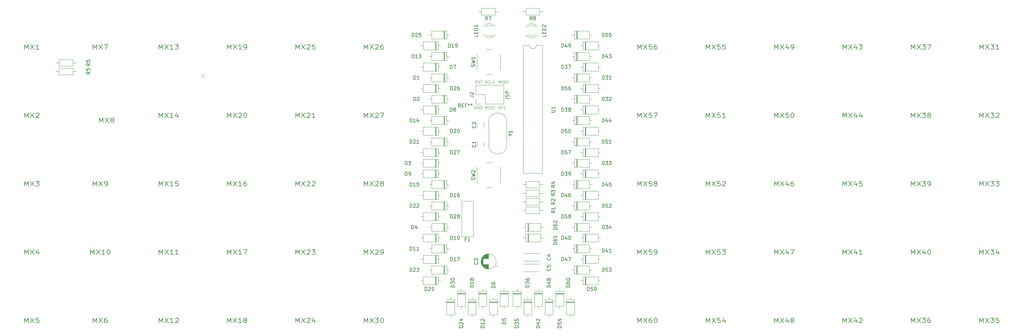
<source format=gto>
G04 #@! TF.GenerationSoftware,KiCad,Pcbnew,5.1.7*
G04 #@! TF.CreationDate,2021-12-02T01:11:55+07:00*
G04 #@! TF.ProjectId,lumberjack,6c756d62-6572-46a6-9163-6b2e6b696361,1.5*
G04 #@! TF.SameCoordinates,Original*
G04 #@! TF.FileFunction,Legend,Top*
G04 #@! TF.FilePolarity,Positive*
%FSLAX46Y46*%
G04 Gerber Fmt 4.6, Leading zero omitted, Abs format (unit mm)*
G04 Created by KiCad (PCBNEW 5.1.7) date 2021-12-02 01:11:55*
%MOMM*%
%LPD*%
G01*
G04 APERTURE LIST*
%ADD10C,0.100000*%
%ADD11C,0.150000*%
%ADD12C,0.120000*%
%ADD13C,0.203200*%
%ADD14C,2.286000*%
%ADD15C,3.987800*%
%ADD16C,1.701800*%
%ADD17C,1.100000*%
%ADD18O,1.100000X1.100000*%
%ADD19R,1.100000X1.100000*%
%ADD20O,0.850000X2.000000*%
%ADD21O,0.900000X1.700000*%
%ADD22O,0.900000X2.400000*%
%ADD23O,0.700000X1.000000*%
%ADD24O,0.700000X0.900000*%
%ADD25O,1.400000X1.400000*%
%ADD26C,1.400000*%
%ADD27C,1.710000*%
%ADD28R,1.600000X1.600000*%
%ADD29O,1.600000X1.600000*%
%ADD30C,5.000000*%
%ADD31O,11.600000X5.000000*%
%ADD32R,1.200000X1.200000*%
%ADD33C,1.200000*%
%ADD34C,1.600000*%
%ADD35R,1.700000X1.700000*%
%ADD36O,1.700000X1.700000*%
%ADD37R,1.800000X1.800000*%
%ADD38C,1.800000*%
%ADD39C,2.000000*%
%ADD40C,1.500000*%
%ADD41C,3.048000*%
%ADD42C,1.244600*%
G04 APERTURE END LIST*
D10*
X149083726Y-78347907D02*
X149083726Y-77547907D01*
X149350392Y-78119336D01*
X149617059Y-77547907D01*
X149617059Y-78347907D01*
X149998011Y-78347907D02*
X149998011Y-77547907D01*
X150340869Y-78309812D02*
X150455154Y-78347907D01*
X150645630Y-78347907D01*
X150721821Y-78309812D01*
X150759916Y-78271717D01*
X150798011Y-78195526D01*
X150798011Y-78119336D01*
X150759916Y-78043145D01*
X150721821Y-78005050D01*
X150645630Y-77966955D01*
X150493250Y-77928860D01*
X150417059Y-77890764D01*
X150378964Y-77852669D01*
X150340869Y-77776479D01*
X150340869Y-77700288D01*
X150378964Y-77624098D01*
X150417059Y-77586003D01*
X150493250Y-77547907D01*
X150683726Y-77547907D01*
X150798011Y-77586003D01*
X151293250Y-77547907D02*
X151445630Y-77547907D01*
X151521821Y-77586003D01*
X151598011Y-77662193D01*
X151636107Y-77814574D01*
X151636107Y-78081241D01*
X151598011Y-78233622D01*
X151521821Y-78309812D01*
X151445630Y-78347907D01*
X151293250Y-78347907D01*
X151217059Y-78309812D01*
X151140869Y-78233622D01*
X151102773Y-78081241D01*
X151102773Y-77814574D01*
X151140869Y-77662193D01*
X151217059Y-77586003D01*
X151293250Y-77547907D01*
X145253365Y-78309812D02*
X145367650Y-78347907D01*
X145558126Y-78347907D01*
X145634317Y-78309812D01*
X145672412Y-78271717D01*
X145710507Y-78195526D01*
X145710507Y-78119336D01*
X145672412Y-78043145D01*
X145634317Y-78005050D01*
X145558126Y-77966955D01*
X145405746Y-77928860D01*
X145329555Y-77890764D01*
X145291460Y-77852669D01*
X145253365Y-77776479D01*
X145253365Y-77700288D01*
X145291460Y-77624098D01*
X145329555Y-77586003D01*
X145405746Y-77547907D01*
X145596222Y-77547907D01*
X145710507Y-77586003D01*
X146510507Y-78271717D02*
X146472412Y-78309812D01*
X146358126Y-78347907D01*
X146281936Y-78347907D01*
X146167650Y-78309812D01*
X146091460Y-78233622D01*
X146053365Y-78157431D01*
X146015269Y-78005050D01*
X146015269Y-77890764D01*
X146053365Y-77738383D01*
X146091460Y-77662193D01*
X146167650Y-77586003D01*
X146281936Y-77547907D01*
X146358126Y-77547907D01*
X146472412Y-77586003D01*
X146510507Y-77624098D01*
X147234317Y-78347907D02*
X146853365Y-78347907D01*
X146853365Y-77547907D01*
X147500984Y-78347907D02*
X147500984Y-77547907D01*
X147958126Y-78347907D02*
X147615269Y-77890764D01*
X147958126Y-77547907D02*
X147500984Y-78005050D01*
X145348603Y-85491663D02*
X145348603Y-84691663D01*
X145615269Y-85263092D01*
X145881936Y-84691663D01*
X145881936Y-85491663D01*
X146415269Y-84691663D02*
X146567650Y-84691663D01*
X146643841Y-84729759D01*
X146720031Y-84805949D01*
X146758126Y-84958330D01*
X146758126Y-85224997D01*
X146720031Y-85377378D01*
X146643841Y-85453568D01*
X146567650Y-85491663D01*
X146415269Y-85491663D01*
X146339079Y-85453568D01*
X146262888Y-85377378D01*
X146224793Y-85224997D01*
X146224793Y-84958330D01*
X146262888Y-84805949D01*
X146339079Y-84729759D01*
X146415269Y-84691663D01*
X147062888Y-85453568D02*
X147177174Y-85491663D01*
X147367650Y-85491663D01*
X147443841Y-85453568D01*
X147481936Y-85415473D01*
X147520031Y-85339282D01*
X147520031Y-85263092D01*
X147481936Y-85186901D01*
X147443841Y-85148806D01*
X147367650Y-85110711D01*
X147215269Y-85072616D01*
X147139079Y-85034520D01*
X147100984Y-84996425D01*
X147062888Y-84920235D01*
X147062888Y-84844044D01*
X147100984Y-84767854D01*
X147139079Y-84729759D01*
X147215269Y-84691663D01*
X147405746Y-84691663D01*
X147520031Y-84729759D01*
X147862888Y-85491663D02*
X147862888Y-84691663D01*
X148969440Y-84691663D02*
X149236107Y-85491663D01*
X149502773Y-84691663D01*
X150226583Y-85415473D02*
X150188488Y-85453568D01*
X150074202Y-85491663D01*
X149998011Y-85491663D01*
X149883726Y-85453568D01*
X149807535Y-85377378D01*
X149769440Y-85301187D01*
X149731345Y-85148806D01*
X149731345Y-85034520D01*
X149769440Y-84882139D01*
X149807535Y-84805949D01*
X149883726Y-84729759D01*
X149998011Y-84691663D01*
X150074202Y-84691663D01*
X150188488Y-84729759D01*
X150226583Y-84767854D01*
X151026583Y-85415473D02*
X150988488Y-85453568D01*
X150874202Y-85491663D01*
X150798011Y-85491663D01*
X150683726Y-85453568D01*
X150607535Y-85377378D01*
X150569440Y-85301187D01*
X150531345Y-85148806D01*
X150531345Y-85034520D01*
X150569440Y-84882139D01*
X150607535Y-84805949D01*
X150683726Y-84729759D01*
X150798011Y-84691663D01*
X150874202Y-84691663D01*
X150988488Y-84729759D01*
X151026583Y-84767854D01*
X142767487Y-84729759D02*
X142691297Y-84691663D01*
X142577011Y-84691663D01*
X142462725Y-84729759D01*
X142386535Y-84805949D01*
X142348439Y-84882139D01*
X142310344Y-85034520D01*
X142310344Y-85148806D01*
X142348439Y-85301187D01*
X142386535Y-85377378D01*
X142462725Y-85453568D01*
X142577011Y-85491663D01*
X142653201Y-85491663D01*
X142767487Y-85453568D01*
X142805582Y-85415473D01*
X142805582Y-85148806D01*
X142653201Y-85148806D01*
X143148439Y-85491663D02*
X143148439Y-84691663D01*
X143605582Y-85491663D01*
X143605582Y-84691663D01*
X143986535Y-85491663D02*
X143986535Y-84691663D01*
X144177011Y-84691663D01*
X144291297Y-84729759D01*
X144367487Y-84805949D01*
X144405582Y-84882139D01*
X144443678Y-85034520D01*
X144443678Y-85148806D01*
X144405582Y-85301187D01*
X144367487Y-85377378D01*
X144291297Y-85453568D01*
X144177011Y-85491663D01*
X143986535Y-85491663D01*
X143072249Y-78347907D02*
X142805582Y-77966955D01*
X142615106Y-78347907D02*
X142615106Y-77547907D01*
X142919868Y-77547907D01*
X142996059Y-77586003D01*
X143034154Y-77624098D01*
X143072249Y-77700288D01*
X143072249Y-77814574D01*
X143034154Y-77890764D01*
X142996059Y-77928860D01*
X142919868Y-77966955D01*
X142615106Y-77966955D01*
X143377011Y-78309812D02*
X143491297Y-78347907D01*
X143681773Y-78347907D01*
X143757963Y-78309812D01*
X143796059Y-78271717D01*
X143834154Y-78195526D01*
X143834154Y-78119336D01*
X143796059Y-78043145D01*
X143757963Y-78005050D01*
X143681773Y-77966955D01*
X143529392Y-77928860D01*
X143453201Y-77890764D01*
X143415106Y-77852669D01*
X143377011Y-77776479D01*
X143377011Y-77700288D01*
X143415106Y-77624098D01*
X143453201Y-77586003D01*
X143529392Y-77547907D01*
X143719868Y-77547907D01*
X143834154Y-77586003D01*
X144062725Y-77547907D02*
X144519868Y-77547907D01*
X144291297Y-78347907D02*
X144291297Y-77547907D01*
D11*
X151989467Y-82546523D02*
X150989467Y-82546523D01*
X151941848Y-82117952D02*
X151989467Y-81975094D01*
X151989467Y-81736999D01*
X151941848Y-81641761D01*
X151894229Y-81594142D01*
X151798991Y-81546523D01*
X151703753Y-81546523D01*
X151608515Y-81594142D01*
X151560896Y-81641761D01*
X151513277Y-81736999D01*
X151465658Y-81927475D01*
X151418039Y-82022713D01*
X151370420Y-82070333D01*
X151275182Y-82117952D01*
X151179944Y-82117952D01*
X151084706Y-82070333D01*
X151037087Y-82022713D01*
X150989467Y-81927475D01*
X150989467Y-81689380D01*
X151037087Y-81546523D01*
X151989467Y-81117952D02*
X150989467Y-81117952D01*
X150989467Y-80736999D01*
X151037087Y-80641761D01*
X151084706Y-80594142D01*
X151179944Y-80546523D01*
X151322801Y-80546523D01*
X151418039Y-80594142D01*
X151465658Y-80641761D01*
X151513277Y-80736999D01*
X151513277Y-81117952D01*
D12*
X155721380Y-106561027D02*
X156671380Y-106561027D01*
X161461380Y-106561027D02*
X160511380Y-106561027D01*
X156671380Y-107481027D02*
X160511380Y-107481027D01*
X156671380Y-105641027D02*
X156671380Y-107481027D01*
X160511380Y-105641027D02*
X156671380Y-105641027D01*
X160511380Y-107481027D02*
X160511380Y-105641027D01*
X161461380Y-108942279D02*
X160511380Y-108942279D01*
X155721380Y-108942279D02*
X156671380Y-108942279D01*
X160511380Y-108022279D02*
X156671380Y-108022279D01*
X160511380Y-109862279D02*
X160511380Y-108022279D01*
X156671380Y-109862279D02*
X160511380Y-109862279D01*
X156671380Y-108022279D02*
X156671380Y-109862279D01*
X142001868Y-111146035D02*
X142001868Y-121046035D01*
X138801868Y-111146035D02*
X138801868Y-121026035D01*
X142001868Y-111146035D02*
X138801868Y-111146035D01*
X142001868Y-121046035D02*
X138801868Y-121046035D01*
X145781059Y-136230738D02*
X143541059Y-136230738D01*
X143541059Y-136230738D02*
X143541059Y-140470738D01*
X143541059Y-140470738D02*
X145781059Y-140470738D01*
X145781059Y-140470738D02*
X145781059Y-136230738D01*
X144661059Y-135580738D02*
X144661059Y-136230738D01*
X144661059Y-141120738D02*
X144661059Y-140470738D01*
X145781059Y-136950738D02*
X143541059Y-136950738D01*
X145781059Y-137070738D02*
X143541059Y-137070738D01*
X145781059Y-136830738D02*
X143541059Y-136830738D01*
X134636677Y-119587287D02*
X134636677Y-117347287D01*
X134636677Y-117347287D02*
X130396677Y-117347287D01*
X130396677Y-117347287D02*
X130396677Y-119587287D01*
X130396677Y-119587287D02*
X134636677Y-119587287D01*
X135286677Y-118467287D02*
X134636677Y-118467287D01*
X129746677Y-118467287D02*
X130396677Y-118467287D01*
X133916677Y-119587287D02*
X133916677Y-117347287D01*
X133796677Y-119587287D02*
X133796677Y-117347287D01*
X134036677Y-119587287D02*
X134036677Y-117347287D01*
X170163579Y-117347287D02*
X170163579Y-119587287D01*
X170163579Y-119587287D02*
X174403579Y-119587287D01*
X174403579Y-119587287D02*
X174403579Y-117347287D01*
X174403579Y-117347287D02*
X170163579Y-117347287D01*
X169513579Y-118467287D02*
X170163579Y-118467287D01*
X175053579Y-118467287D02*
X174403579Y-118467287D01*
X170883579Y-117347287D02*
X170883579Y-119587287D01*
X171003579Y-117347287D02*
X171003579Y-119587287D01*
X170763579Y-117347287D02*
X170763579Y-119587287D01*
X172544831Y-72698812D02*
X172544831Y-74938812D01*
X172544831Y-74938812D02*
X176784831Y-74938812D01*
X176784831Y-74938812D02*
X176784831Y-72698812D01*
X176784831Y-72698812D02*
X172544831Y-72698812D01*
X171894831Y-73818812D02*
X172544831Y-73818812D01*
X177434831Y-73818812D02*
X176784831Y-73818812D01*
X173264831Y-72698812D02*
X173264831Y-74938812D01*
X173384831Y-72698812D02*
X173384831Y-74938812D01*
X173144831Y-72698812D02*
X173144831Y-74938812D01*
X131655425Y-68985682D02*
X131655425Y-66745682D01*
X131415425Y-68985682D02*
X131415425Y-66745682D01*
X131535425Y-68985682D02*
X131535425Y-66745682D01*
X127365425Y-67865682D02*
X128015425Y-67865682D01*
X132905425Y-67865682D02*
X132255425Y-67865682D01*
X128015425Y-68985682D02*
X132255425Y-68985682D01*
X128015425Y-66745682D02*
X128015425Y-68985682D01*
X132255425Y-66745682D02*
X128015425Y-66745682D01*
X132255425Y-68985682D02*
X132255425Y-66745682D01*
X148412311Y-127992295D02*
G75*
G03*
X148412311Y-127992295I-2120000J0D01*
G01*
X146292311Y-127152295D02*
X146292311Y-125912295D01*
X146292311Y-130072295D02*
X146292311Y-128832295D01*
X146252311Y-127152295D02*
X146252311Y-125912295D01*
X146252311Y-130072295D02*
X146252311Y-128832295D01*
X146212311Y-127152295D02*
X146212311Y-125913295D01*
X146212311Y-130071295D02*
X146212311Y-128832295D01*
X146172311Y-130069295D02*
X146172311Y-128832295D01*
X146172311Y-127152295D02*
X146172311Y-125915295D01*
X146132311Y-130066295D02*
X146132311Y-128832295D01*
X146132311Y-127152295D02*
X146132311Y-125918295D01*
X146092311Y-130063295D02*
X146092311Y-128832295D01*
X146092311Y-127152295D02*
X146092311Y-125921295D01*
X146052311Y-130059295D02*
X146052311Y-128832295D01*
X146052311Y-127152295D02*
X146052311Y-125925295D01*
X146012311Y-130054295D02*
X146012311Y-128832295D01*
X146012311Y-127152295D02*
X146012311Y-125930295D01*
X145972311Y-130048295D02*
X145972311Y-128832295D01*
X145972311Y-127152295D02*
X145972311Y-125936295D01*
X145932311Y-130042295D02*
X145932311Y-128832295D01*
X145932311Y-127152295D02*
X145932311Y-125942295D01*
X145892311Y-130034295D02*
X145892311Y-128832295D01*
X145892311Y-127152295D02*
X145892311Y-125950295D01*
X145852311Y-130026295D02*
X145852311Y-128832295D01*
X145852311Y-127152295D02*
X145852311Y-125958295D01*
X145812311Y-130017295D02*
X145812311Y-128832295D01*
X145812311Y-127152295D02*
X145812311Y-125967295D01*
X145772311Y-130008295D02*
X145772311Y-128832295D01*
X145772311Y-127152295D02*
X145772311Y-125976295D01*
X145732311Y-129997295D02*
X145732311Y-128832295D01*
X145732311Y-127152295D02*
X145732311Y-125987295D01*
X145692311Y-129986295D02*
X145692311Y-128832295D01*
X145692311Y-127152295D02*
X145692311Y-125998295D01*
X145652311Y-129974295D02*
X145652311Y-128832295D01*
X145652311Y-127152295D02*
X145652311Y-126010295D01*
X145612311Y-129960295D02*
X145612311Y-128832295D01*
X145612311Y-127152295D02*
X145612311Y-126024295D01*
X145571311Y-129946295D02*
X145571311Y-128832295D01*
X145571311Y-127152295D02*
X145571311Y-126038295D01*
X145531311Y-129932295D02*
X145531311Y-128832295D01*
X145531311Y-127152295D02*
X145531311Y-126052295D01*
X145491311Y-129916295D02*
X145491311Y-128832295D01*
X145491311Y-127152295D02*
X145491311Y-126068295D01*
X145451311Y-129899295D02*
X145451311Y-128832295D01*
X145451311Y-127152295D02*
X145451311Y-126085295D01*
X145411311Y-129881295D02*
X145411311Y-128832295D01*
X145411311Y-127152295D02*
X145411311Y-126103295D01*
X145371311Y-129862295D02*
X145371311Y-128832295D01*
X145371311Y-127152295D02*
X145371311Y-126122295D01*
X145331311Y-129843295D02*
X145331311Y-128832295D01*
X145331311Y-127152295D02*
X145331311Y-126141295D01*
X145291311Y-129822295D02*
X145291311Y-128832295D01*
X145291311Y-127152295D02*
X145291311Y-126162295D01*
X145251311Y-129800295D02*
X145251311Y-128832295D01*
X145251311Y-127152295D02*
X145251311Y-126184295D01*
X145211311Y-129777295D02*
X145211311Y-128832295D01*
X145211311Y-127152295D02*
X145211311Y-126207295D01*
X145171311Y-129752295D02*
X145171311Y-128832295D01*
X145171311Y-127152295D02*
X145171311Y-126232295D01*
X145131311Y-129727295D02*
X145131311Y-128832295D01*
X145131311Y-127152295D02*
X145131311Y-126257295D01*
X145091311Y-129700295D02*
X145091311Y-128832295D01*
X145091311Y-127152295D02*
X145091311Y-126284295D01*
X145051311Y-129672295D02*
X145051311Y-128832295D01*
X145051311Y-127152295D02*
X145051311Y-126312295D01*
X145011311Y-129642295D02*
X145011311Y-128832295D01*
X145011311Y-127152295D02*
X145011311Y-126342295D01*
X144971311Y-129611295D02*
X144971311Y-128832295D01*
X144971311Y-127152295D02*
X144971311Y-126373295D01*
X144931311Y-129579295D02*
X144931311Y-128832295D01*
X144931311Y-127152295D02*
X144931311Y-126405295D01*
X144891311Y-129544295D02*
X144891311Y-128832295D01*
X144891311Y-127152295D02*
X144891311Y-126440295D01*
X144851311Y-129508295D02*
X144851311Y-128832295D01*
X144851311Y-127152295D02*
X144851311Y-126476295D01*
X144811311Y-129470295D02*
X144811311Y-128832295D01*
X144811311Y-127152295D02*
X144811311Y-126514295D01*
X144771311Y-129430295D02*
X144771311Y-128832295D01*
X144771311Y-127152295D02*
X144771311Y-126554295D01*
X144731311Y-129388295D02*
X144731311Y-128832295D01*
X144731311Y-127152295D02*
X144731311Y-126596295D01*
X144691311Y-129343295D02*
X144691311Y-126641295D01*
X144651311Y-129296295D02*
X144651311Y-126688295D01*
X144611311Y-129246295D02*
X144611311Y-126738295D01*
X144571311Y-129192295D02*
X144571311Y-126792295D01*
X144531311Y-129134295D02*
X144531311Y-126850295D01*
X144491311Y-129072295D02*
X144491311Y-126912295D01*
X144451311Y-129005295D02*
X144451311Y-126979295D01*
X144411311Y-128932295D02*
X144411311Y-127052295D01*
X144371311Y-128851295D02*
X144371311Y-127133295D01*
X144331311Y-128760295D02*
X144331311Y-127224295D01*
X144291311Y-128656295D02*
X144291311Y-127328295D01*
X144251311Y-128529295D02*
X144251311Y-127455295D01*
X144211311Y-128362295D02*
X144211311Y-127622295D01*
X148562112Y-129187295D02*
X148162112Y-129187295D01*
X148362112Y-129387295D02*
X148362112Y-128987295D01*
X155964510Y-125731669D02*
X160504510Y-125731669D01*
X155964510Y-127871669D02*
X160504510Y-127871669D01*
X155964510Y-125731669D02*
X155964510Y-125746669D01*
X155964510Y-127856669D02*
X155964510Y-127871669D01*
X160504510Y-125731669D02*
X160504510Y-125746669D01*
X160504510Y-127856669D02*
X160504510Y-127871669D01*
X160504510Y-130833234D02*
X160504510Y-130848234D01*
X160504510Y-128708234D02*
X160504510Y-128723234D01*
X155964510Y-130833234D02*
X155964510Y-130848234D01*
X155964510Y-128708234D02*
X155964510Y-128723234D01*
X155964510Y-130848234D02*
X160504510Y-130848234D01*
X155964510Y-128708234D02*
X160504510Y-128708234D01*
X143145746Y-94680454D02*
X143145746Y-95938454D01*
X144985746Y-94680454D02*
X144985746Y-95938454D01*
X144985746Y-89322637D02*
X144985746Y-90580637D01*
X143145746Y-89322637D02*
X143145746Y-90580637D01*
X150475746Y-84078507D02*
X150475746Y-78878507D01*
X145335746Y-84078507D02*
X150475746Y-84078507D01*
X142735746Y-78878507D02*
X150475746Y-78878507D01*
X145335746Y-84078507D02*
X145335746Y-81478507D01*
X145335746Y-81478507D02*
X142735746Y-81478507D01*
X142735746Y-81478507D02*
X142735746Y-78878507D01*
X144065746Y-84078507D02*
X142735746Y-84078507D01*
X142735746Y-84078507D02*
X142735746Y-82748507D01*
X159833884Y-64934491D02*
X159833884Y-64778491D01*
X159833884Y-62618491D02*
X159833884Y-62462491D01*
X156601549Y-64777099D02*
G75*
G03*
X159833884Y-64934007I1672335J1078608D01*
G01*
X156601549Y-62619883D02*
G75*
G02*
X159833884Y-62462975I1672335J-1078608D01*
G01*
X157232754Y-64778328D02*
G75*
G03*
X159314845Y-64778491I1041130J1079837D01*
G01*
X157232754Y-62618654D02*
G75*
G02*
X159314845Y-62618491I1041130J-1079837D01*
G01*
X149565746Y-74604751D02*
X149565746Y-70104751D01*
X145565746Y-75854751D02*
X147065746Y-75854751D01*
X143065746Y-70104751D02*
X143065746Y-74604751D01*
X147065746Y-68854751D02*
X145565746Y-68854751D01*
X147065746Y-100406340D02*
X145565746Y-100406340D01*
X143065746Y-101656340D02*
X143065746Y-106156340D01*
X145565746Y-107406340D02*
X147065746Y-107406340D01*
X149565746Y-106156340D02*
X149565746Y-101656340D01*
X151353250Y-89132263D02*
X151353250Y-95532263D01*
X146303250Y-89132263D02*
X146303250Y-95532263D01*
X146303250Y-89132263D02*
G75*
G02*
X151353250Y-89132263I2525000J0D01*
G01*
X146303250Y-95532263D02*
G75*
G03*
X151353250Y-95532263I2525000J0D01*
G01*
X157591380Y-67726308D02*
X155941380Y-67726308D01*
X155941380Y-67726308D02*
X155941380Y-103406308D01*
X155941380Y-103406308D02*
X161241380Y-103406308D01*
X161241380Y-103406308D02*
X161241380Y-67726308D01*
X161241380Y-67726308D02*
X159591380Y-67726308D01*
X159591380Y-67726308D02*
G75*
G02*
X157591380Y-67726308I-1000000J0D01*
G01*
X156590449Y-120323852D02*
X156590449Y-122563852D01*
X156590449Y-122563852D02*
X160830449Y-122563852D01*
X160830449Y-122563852D02*
X160830449Y-120323852D01*
X160830449Y-120323852D02*
X156590449Y-120323852D01*
X155940449Y-121443852D02*
X156590449Y-121443852D01*
X161480449Y-121443852D02*
X160830449Y-121443852D01*
X157310449Y-120323852D02*
X157310449Y-122563852D01*
X157430449Y-120323852D02*
X157430449Y-122563852D01*
X157190449Y-120323852D02*
X157190449Y-122563852D01*
X157190449Y-117347287D02*
X157190449Y-119587287D01*
X157430449Y-117347287D02*
X157430449Y-119587287D01*
X157310449Y-117347287D02*
X157310449Y-119587287D01*
X161480449Y-118467287D02*
X160830449Y-118467287D01*
X155940449Y-118467287D02*
X156590449Y-118467287D01*
X160830449Y-117347287D02*
X156590449Y-117347287D01*
X160830449Y-119587287D02*
X160830449Y-117347287D01*
X156590449Y-119587287D02*
X160830449Y-119587287D01*
X156590449Y-117347287D02*
X156590449Y-119587287D01*
X134636677Y-77915377D02*
X134636677Y-75675377D01*
X134636677Y-75675377D02*
X130396677Y-75675377D01*
X130396677Y-75675377D02*
X130396677Y-77915377D01*
X130396677Y-77915377D02*
X134636677Y-77915377D01*
X135286677Y-76795377D02*
X134636677Y-76795377D01*
X129746677Y-76795377D02*
X130396677Y-76795377D01*
X133916677Y-77915377D02*
X133916677Y-75675377D01*
X133796677Y-77915377D02*
X133796677Y-75675377D01*
X134036677Y-77915377D02*
X134036677Y-75675377D01*
X132255425Y-74938812D02*
X132255425Y-72698812D01*
X132255425Y-72698812D02*
X128015425Y-72698812D01*
X128015425Y-72698812D02*
X128015425Y-74938812D01*
X128015425Y-74938812D02*
X132255425Y-74938812D01*
X132905425Y-73818812D02*
X132255425Y-73818812D01*
X127365425Y-73818812D02*
X128015425Y-73818812D01*
X131535425Y-74938812D02*
X131535425Y-72698812D01*
X131415425Y-74938812D02*
X131415425Y-72698812D01*
X131655425Y-74938812D02*
X131655425Y-72698812D01*
X134036677Y-71962247D02*
X134036677Y-69722247D01*
X133796677Y-71962247D02*
X133796677Y-69722247D01*
X133916677Y-71962247D02*
X133916677Y-69722247D01*
X129746677Y-70842247D02*
X130396677Y-70842247D01*
X135286677Y-70842247D02*
X134636677Y-70842247D01*
X130396677Y-71962247D02*
X134636677Y-71962247D01*
X130396677Y-69722247D02*
X130396677Y-71962247D01*
X134636677Y-69722247D02*
X130396677Y-69722247D01*
X134636677Y-71962247D02*
X134636677Y-69722247D01*
X134636677Y-66009117D02*
X134636677Y-63769117D01*
X134636677Y-63769117D02*
X130396677Y-63769117D01*
X130396677Y-63769117D02*
X130396677Y-66009117D01*
X130396677Y-66009117D02*
X134636677Y-66009117D01*
X135286677Y-64889117D02*
X134636677Y-64889117D01*
X129746677Y-64889117D02*
X130396677Y-64889117D01*
X133916677Y-66009117D02*
X133916677Y-63769117D01*
X133796677Y-66009117D02*
X133796677Y-63769117D01*
X134036677Y-66009117D02*
X134036677Y-63769117D01*
X170163579Y-75675377D02*
X170163579Y-77915377D01*
X170163579Y-77915377D02*
X174403579Y-77915377D01*
X174403579Y-77915377D02*
X174403579Y-75675377D01*
X174403579Y-75675377D02*
X170163579Y-75675377D01*
X169513579Y-76795377D02*
X170163579Y-76795377D01*
X175053579Y-76795377D02*
X174403579Y-76795377D01*
X170883579Y-75675377D02*
X170883579Y-77915377D01*
X171003579Y-75675377D02*
X171003579Y-77915377D01*
X170763579Y-75675377D02*
X170763579Y-77915377D01*
X170763579Y-69722247D02*
X170763579Y-71962247D01*
X171003579Y-69722247D02*
X171003579Y-71962247D01*
X170883579Y-69722247D02*
X170883579Y-71962247D01*
X175053579Y-70842247D02*
X174403579Y-70842247D01*
X169513579Y-70842247D02*
X170163579Y-70842247D01*
X174403579Y-69722247D02*
X170163579Y-69722247D01*
X174403579Y-71962247D02*
X174403579Y-69722247D01*
X170163579Y-71962247D02*
X174403579Y-71962247D01*
X170163579Y-69722247D02*
X170163579Y-71962247D01*
X172544831Y-66745682D02*
X172544831Y-68985682D01*
X172544831Y-68985682D02*
X176784831Y-68985682D01*
X176784831Y-68985682D02*
X176784831Y-66745682D01*
X176784831Y-66745682D02*
X172544831Y-66745682D01*
X171894831Y-67865682D02*
X172544831Y-67865682D01*
X177434831Y-67865682D02*
X176784831Y-67865682D01*
X173264831Y-66745682D02*
X173264831Y-68985682D01*
X173384831Y-66745682D02*
X173384831Y-68985682D01*
X173144831Y-66745682D02*
X173144831Y-68985682D01*
X134636677Y-83868507D02*
X134636677Y-81628507D01*
X134636677Y-81628507D02*
X130396677Y-81628507D01*
X130396677Y-81628507D02*
X130396677Y-83868507D01*
X130396677Y-83868507D02*
X134636677Y-83868507D01*
X135286677Y-82748507D02*
X134636677Y-82748507D01*
X129746677Y-82748507D02*
X130396677Y-82748507D01*
X133916677Y-83868507D02*
X133916677Y-81628507D01*
X133796677Y-83868507D02*
X133796677Y-81628507D01*
X134036677Y-83868507D02*
X134036677Y-81628507D01*
X132255425Y-86845072D02*
X132255425Y-84605072D01*
X132255425Y-84605072D02*
X128015425Y-84605072D01*
X128015425Y-84605072D02*
X128015425Y-86845072D01*
X128015425Y-86845072D02*
X132255425Y-86845072D01*
X132905425Y-85725072D02*
X132255425Y-85725072D01*
X127365425Y-85725072D02*
X128015425Y-85725072D01*
X131535425Y-86845072D02*
X131535425Y-84605072D01*
X131415425Y-86845072D02*
X131415425Y-84605072D01*
X131655425Y-86845072D02*
X131655425Y-84605072D01*
X134036677Y-89821637D02*
X134036677Y-87581637D01*
X133796677Y-89821637D02*
X133796677Y-87581637D01*
X133916677Y-89821637D02*
X133916677Y-87581637D01*
X129746677Y-88701637D02*
X130396677Y-88701637D01*
X135286677Y-88701637D02*
X134636677Y-88701637D01*
X130396677Y-89821637D02*
X134636677Y-89821637D01*
X130396677Y-87581637D02*
X130396677Y-89821637D01*
X134636677Y-87581637D02*
X130396677Y-87581637D01*
X134636677Y-89821637D02*
X134636677Y-87581637D01*
X131655425Y-92798202D02*
X131655425Y-90558202D01*
X131415425Y-92798202D02*
X131415425Y-90558202D01*
X131535425Y-92798202D02*
X131535425Y-90558202D01*
X127365425Y-91678202D02*
X128015425Y-91678202D01*
X132905425Y-91678202D02*
X132255425Y-91678202D01*
X128015425Y-92798202D02*
X132255425Y-92798202D01*
X128015425Y-90558202D02*
X128015425Y-92798202D01*
X132255425Y-90558202D02*
X128015425Y-90558202D01*
X132255425Y-92798202D02*
X132255425Y-90558202D01*
X132255425Y-80891942D02*
X132255425Y-78651942D01*
X132255425Y-78651942D02*
X128015425Y-78651942D01*
X128015425Y-78651942D02*
X128015425Y-80891942D01*
X128015425Y-80891942D02*
X132255425Y-80891942D01*
X132905425Y-79771942D02*
X132255425Y-79771942D01*
X127365425Y-79771942D02*
X128015425Y-79771942D01*
X131535425Y-80891942D02*
X131535425Y-78651942D01*
X131415425Y-80891942D02*
X131415425Y-78651942D01*
X131655425Y-80891942D02*
X131655425Y-78651942D01*
X170763579Y-81628507D02*
X170763579Y-83868507D01*
X171003579Y-81628507D02*
X171003579Y-83868507D01*
X170883579Y-81628507D02*
X170883579Y-83868507D01*
X175053579Y-82748507D02*
X174403579Y-82748507D01*
X169513579Y-82748507D02*
X170163579Y-82748507D01*
X174403579Y-81628507D02*
X170163579Y-81628507D01*
X174403579Y-83868507D02*
X174403579Y-81628507D01*
X170163579Y-83868507D02*
X174403579Y-83868507D01*
X170163579Y-81628507D02*
X170163579Y-83868507D01*
X172544831Y-84605072D02*
X172544831Y-86845072D01*
X172544831Y-86845072D02*
X176784831Y-86845072D01*
X176784831Y-86845072D02*
X176784831Y-84605072D01*
X176784831Y-84605072D02*
X172544831Y-84605072D01*
X171894831Y-85725072D02*
X172544831Y-85725072D01*
X177434831Y-85725072D02*
X176784831Y-85725072D01*
X173264831Y-84605072D02*
X173264831Y-86845072D01*
X173384831Y-84605072D02*
X173384831Y-86845072D01*
X173144831Y-84605072D02*
X173144831Y-86845072D01*
X170163579Y-87581637D02*
X170163579Y-89821637D01*
X170163579Y-89821637D02*
X174403579Y-89821637D01*
X174403579Y-89821637D02*
X174403579Y-87581637D01*
X174403579Y-87581637D02*
X170163579Y-87581637D01*
X169513579Y-88701637D02*
X170163579Y-88701637D01*
X175053579Y-88701637D02*
X174403579Y-88701637D01*
X170883579Y-87581637D02*
X170883579Y-89821637D01*
X171003579Y-87581637D02*
X171003579Y-89821637D01*
X170763579Y-87581637D02*
X170763579Y-89821637D01*
X172544831Y-90558202D02*
X172544831Y-92798202D01*
X172544831Y-92798202D02*
X176784831Y-92798202D01*
X176784831Y-92798202D02*
X176784831Y-90558202D01*
X176784831Y-90558202D02*
X172544831Y-90558202D01*
X171894831Y-91678202D02*
X172544831Y-91678202D01*
X177434831Y-91678202D02*
X176784831Y-91678202D01*
X173264831Y-90558202D02*
X173264831Y-92798202D01*
X173384831Y-90558202D02*
X173384831Y-92798202D01*
X173144831Y-90558202D02*
X173144831Y-92798202D01*
X131655425Y-101727897D02*
X131655425Y-99487897D01*
X131415425Y-101727897D02*
X131415425Y-99487897D01*
X131535425Y-101727897D02*
X131535425Y-99487897D01*
X127365425Y-100607897D02*
X128015425Y-100607897D01*
X132905425Y-100607897D02*
X132255425Y-100607897D01*
X128015425Y-101727897D02*
X132255425Y-101727897D01*
X128015425Y-99487897D02*
X128015425Y-101727897D01*
X132255425Y-99487897D02*
X128015425Y-99487897D01*
X132255425Y-101727897D02*
X132255425Y-99487897D01*
X131655425Y-104704462D02*
X131655425Y-102464462D01*
X131415425Y-104704462D02*
X131415425Y-102464462D01*
X131535425Y-104704462D02*
X131535425Y-102464462D01*
X127365425Y-103584462D02*
X128015425Y-103584462D01*
X132905425Y-103584462D02*
X132255425Y-103584462D01*
X128015425Y-104704462D02*
X132255425Y-104704462D01*
X128015425Y-102464462D02*
X128015425Y-104704462D01*
X132255425Y-102464462D02*
X128015425Y-102464462D01*
X132255425Y-104704462D02*
X132255425Y-102464462D01*
X134036677Y-107681027D02*
X134036677Y-105441027D01*
X133796677Y-107681027D02*
X133796677Y-105441027D01*
X133916677Y-107681027D02*
X133916677Y-105441027D01*
X129746677Y-106561027D02*
X130396677Y-106561027D01*
X135286677Y-106561027D02*
X134636677Y-106561027D01*
X130396677Y-107681027D02*
X134636677Y-107681027D01*
X130396677Y-105441027D02*
X130396677Y-107681027D01*
X134636677Y-105441027D02*
X130396677Y-105441027D01*
X134636677Y-107681027D02*
X134636677Y-105441027D01*
X134636677Y-95774767D02*
X134636677Y-93534767D01*
X134636677Y-93534767D02*
X130396677Y-93534767D01*
X130396677Y-93534767D02*
X130396677Y-95774767D01*
X130396677Y-95774767D02*
X134636677Y-95774767D01*
X135286677Y-94654767D02*
X134636677Y-94654767D01*
X129746677Y-94654767D02*
X130396677Y-94654767D01*
X133916677Y-95774767D02*
X133916677Y-93534767D01*
X133796677Y-95774767D02*
X133796677Y-93534767D01*
X134036677Y-95774767D02*
X134036677Y-93534767D01*
X132255425Y-98751332D02*
X132255425Y-96511332D01*
X132255425Y-96511332D02*
X128015425Y-96511332D01*
X128015425Y-96511332D02*
X128015425Y-98751332D01*
X128015425Y-98751332D02*
X132255425Y-98751332D01*
X132905425Y-97631332D02*
X132255425Y-97631332D01*
X127365425Y-97631332D02*
X128015425Y-97631332D01*
X131535425Y-98751332D02*
X131535425Y-96511332D01*
X131415425Y-98751332D02*
X131415425Y-96511332D01*
X131655425Y-98751332D02*
X131655425Y-96511332D01*
X170163579Y-99487897D02*
X170163579Y-101727897D01*
X170163579Y-101727897D02*
X174403579Y-101727897D01*
X174403579Y-101727897D02*
X174403579Y-99487897D01*
X174403579Y-99487897D02*
X170163579Y-99487897D01*
X169513579Y-100607897D02*
X170163579Y-100607897D01*
X175053579Y-100607897D02*
X174403579Y-100607897D01*
X170883579Y-99487897D02*
X170883579Y-101727897D01*
X171003579Y-99487897D02*
X171003579Y-101727897D01*
X170763579Y-99487897D02*
X170763579Y-101727897D01*
X172544831Y-102464462D02*
X172544831Y-104704462D01*
X172544831Y-104704462D02*
X176784831Y-104704462D01*
X176784831Y-104704462D02*
X176784831Y-102464462D01*
X176784831Y-102464462D02*
X172544831Y-102464462D01*
X171894831Y-103584462D02*
X172544831Y-103584462D01*
X177434831Y-103584462D02*
X176784831Y-103584462D01*
X173264831Y-102464462D02*
X173264831Y-104704462D01*
X173384831Y-102464462D02*
X173384831Y-104704462D01*
X173144831Y-102464462D02*
X173144831Y-104704462D01*
X170163579Y-105441027D02*
X170163579Y-107681027D01*
X170163579Y-107681027D02*
X174403579Y-107681027D01*
X174403579Y-107681027D02*
X174403579Y-105441027D01*
X174403579Y-105441027D02*
X170163579Y-105441027D01*
X169513579Y-106561027D02*
X170163579Y-106561027D01*
X175053579Y-106561027D02*
X174403579Y-106561027D01*
X170883579Y-105441027D02*
X170883579Y-107681027D01*
X171003579Y-105441027D02*
X171003579Y-107681027D01*
X170763579Y-105441027D02*
X170763579Y-107681027D01*
X170163579Y-93534767D02*
X170163579Y-95774767D01*
X170163579Y-95774767D02*
X174403579Y-95774767D01*
X174403579Y-95774767D02*
X174403579Y-93534767D01*
X174403579Y-93534767D02*
X170163579Y-93534767D01*
X169513579Y-94654767D02*
X170163579Y-94654767D01*
X175053579Y-94654767D02*
X174403579Y-94654767D01*
X170883579Y-93534767D02*
X170883579Y-95774767D01*
X171003579Y-93534767D02*
X171003579Y-95774767D01*
X170763579Y-93534767D02*
X170763579Y-95774767D01*
X131655425Y-122563852D02*
X131655425Y-120323852D01*
X131415425Y-122563852D02*
X131415425Y-120323852D01*
X131535425Y-122563852D02*
X131535425Y-120323852D01*
X127365425Y-121443852D02*
X128015425Y-121443852D01*
X132905425Y-121443852D02*
X132255425Y-121443852D01*
X128015425Y-122563852D02*
X132255425Y-122563852D01*
X128015425Y-120323852D02*
X128015425Y-122563852D01*
X132255425Y-120323852D02*
X128015425Y-120323852D01*
X132255425Y-122563852D02*
X132255425Y-120323852D01*
X131655425Y-110657592D02*
X131655425Y-108417592D01*
X131415425Y-110657592D02*
X131415425Y-108417592D01*
X131535425Y-110657592D02*
X131535425Y-108417592D01*
X127365425Y-109537592D02*
X128015425Y-109537592D01*
X132905425Y-109537592D02*
X132255425Y-109537592D01*
X128015425Y-110657592D02*
X132255425Y-110657592D01*
X128015425Y-108417592D02*
X128015425Y-110657592D01*
X132255425Y-108417592D02*
X128015425Y-108417592D01*
X132255425Y-110657592D02*
X132255425Y-108417592D01*
X134636677Y-113634157D02*
X134636677Y-111394157D01*
X134636677Y-111394157D02*
X130396677Y-111394157D01*
X130396677Y-111394157D02*
X130396677Y-113634157D01*
X130396677Y-113634157D02*
X134636677Y-113634157D01*
X135286677Y-112514157D02*
X134636677Y-112514157D01*
X129746677Y-112514157D02*
X130396677Y-112514157D01*
X133916677Y-113634157D02*
X133916677Y-111394157D01*
X133796677Y-113634157D02*
X133796677Y-111394157D01*
X134036677Y-113634157D02*
X134036677Y-111394157D01*
X132255425Y-116610722D02*
X132255425Y-114370722D01*
X132255425Y-114370722D02*
X128015425Y-114370722D01*
X128015425Y-114370722D02*
X128015425Y-116610722D01*
X128015425Y-116610722D02*
X132255425Y-116610722D01*
X132905425Y-115490722D02*
X132255425Y-115490722D01*
X127365425Y-115490722D02*
X128015425Y-115490722D01*
X131535425Y-116610722D02*
X131535425Y-114370722D01*
X131415425Y-116610722D02*
X131415425Y-114370722D01*
X131655425Y-116610722D02*
X131655425Y-114370722D01*
X172544831Y-120323852D02*
X172544831Y-122563852D01*
X172544831Y-122563852D02*
X176784831Y-122563852D01*
X176784831Y-122563852D02*
X176784831Y-120323852D01*
X176784831Y-120323852D02*
X172544831Y-120323852D01*
X171894831Y-121443852D02*
X172544831Y-121443852D01*
X177434831Y-121443852D02*
X176784831Y-121443852D01*
X173264831Y-120323852D02*
X173264831Y-122563852D01*
X173384831Y-120323852D02*
X173384831Y-122563852D01*
X173144831Y-120323852D02*
X173144831Y-122563852D01*
X172544831Y-108417592D02*
X172544831Y-110657592D01*
X172544831Y-110657592D02*
X176784831Y-110657592D01*
X176784831Y-110657592D02*
X176784831Y-108417592D01*
X176784831Y-108417592D02*
X172544831Y-108417592D01*
X171894831Y-109537592D02*
X172544831Y-109537592D01*
X177434831Y-109537592D02*
X176784831Y-109537592D01*
X173264831Y-108417592D02*
X173264831Y-110657592D01*
X173384831Y-108417592D02*
X173384831Y-110657592D01*
X173144831Y-108417592D02*
X173144831Y-110657592D01*
X170163579Y-111394157D02*
X170163579Y-113634157D01*
X170163579Y-113634157D02*
X174403579Y-113634157D01*
X174403579Y-113634157D02*
X174403579Y-111394157D01*
X174403579Y-111394157D02*
X170163579Y-111394157D01*
X169513579Y-112514157D02*
X170163579Y-112514157D01*
X175053579Y-112514157D02*
X174403579Y-112514157D01*
X170883579Y-111394157D02*
X170883579Y-113634157D01*
X171003579Y-111394157D02*
X171003579Y-113634157D01*
X170763579Y-111394157D02*
X170763579Y-113634157D01*
X151734189Y-136830738D02*
X149494189Y-136830738D01*
X151734189Y-137070738D02*
X149494189Y-137070738D01*
X151734189Y-136950738D02*
X149494189Y-136950738D01*
X150614189Y-141120738D02*
X150614189Y-140470738D01*
X150614189Y-135580738D02*
X150614189Y-136230738D01*
X151734189Y-140470738D02*
X151734189Y-136230738D01*
X149494189Y-140470738D02*
X151734189Y-140470738D01*
X149494189Y-136230738D02*
X149494189Y-140470738D01*
X151734189Y-136230738D02*
X149494189Y-136230738D01*
X134036677Y-125540417D02*
X134036677Y-123300417D01*
X133796677Y-125540417D02*
X133796677Y-123300417D01*
X133916677Y-125540417D02*
X133916677Y-123300417D01*
X129746677Y-124420417D02*
X130396677Y-124420417D01*
X135286677Y-124420417D02*
X134636677Y-124420417D01*
X130396677Y-125540417D02*
X134636677Y-125540417D01*
X130396677Y-123300417D02*
X130396677Y-125540417D01*
X134636677Y-123300417D02*
X130396677Y-123300417D01*
X134636677Y-125540417D02*
X134636677Y-123300417D01*
X131655425Y-128516982D02*
X131655425Y-126276982D01*
X131415425Y-128516982D02*
X131415425Y-126276982D01*
X131535425Y-128516982D02*
X131535425Y-126276982D01*
X127365425Y-127396982D02*
X128015425Y-127396982D01*
X132905425Y-127396982D02*
X132255425Y-127396982D01*
X128015425Y-128516982D02*
X132255425Y-128516982D01*
X128015425Y-126276982D02*
X128015425Y-128516982D01*
X132255425Y-126276982D02*
X128015425Y-126276982D01*
X132255425Y-128516982D02*
X132255425Y-126276982D01*
X134036677Y-131493547D02*
X134036677Y-129253547D01*
X133796677Y-131493547D02*
X133796677Y-129253547D01*
X133916677Y-131493547D02*
X133916677Y-129253547D01*
X129746677Y-130373547D02*
X130396677Y-130373547D01*
X135286677Y-130373547D02*
X134636677Y-130373547D01*
X130396677Y-131493547D02*
X134636677Y-131493547D01*
X130396677Y-129253547D02*
X130396677Y-131493547D01*
X134636677Y-129253547D02*
X130396677Y-129253547D01*
X134636677Y-131493547D02*
X134636677Y-129253547D01*
X155306067Y-136830738D02*
X153066067Y-136830738D01*
X155306067Y-137070738D02*
X153066067Y-137070738D01*
X155306067Y-136950738D02*
X153066067Y-136950738D01*
X154186067Y-141120738D02*
X154186067Y-140470738D01*
X154186067Y-135580738D02*
X154186067Y-136230738D01*
X155306067Y-140470738D02*
X155306067Y-136230738D01*
X153066067Y-140470738D02*
X155306067Y-140470738D01*
X153066067Y-136230738D02*
X153066067Y-140470738D01*
X155306067Y-136230738D02*
X153066067Y-136230738D01*
X170763579Y-123300417D02*
X170763579Y-125540417D01*
X171003579Y-123300417D02*
X171003579Y-125540417D01*
X170883579Y-123300417D02*
X170883579Y-125540417D01*
X175053579Y-124420417D02*
X174403579Y-124420417D01*
X169513579Y-124420417D02*
X170163579Y-124420417D01*
X174403579Y-123300417D02*
X170163579Y-123300417D01*
X174403579Y-125540417D02*
X174403579Y-123300417D01*
X170163579Y-125540417D02*
X174403579Y-125540417D01*
X170163579Y-123300417D02*
X170163579Y-125540417D01*
X173144831Y-126276982D02*
X173144831Y-128516982D01*
X173384831Y-126276982D02*
X173384831Y-128516982D01*
X173264831Y-126276982D02*
X173264831Y-128516982D01*
X177434831Y-127396982D02*
X176784831Y-127396982D01*
X171894831Y-127396982D02*
X172544831Y-127396982D01*
X176784831Y-126276982D02*
X172544831Y-126276982D01*
X176784831Y-128516982D02*
X176784831Y-126276982D01*
X172544831Y-128516982D02*
X176784831Y-128516982D01*
X172544831Y-126276982D02*
X172544831Y-128516982D01*
X170763579Y-129253547D02*
X170763579Y-131493547D01*
X171003579Y-129253547D02*
X171003579Y-131493547D01*
X170883579Y-129253547D02*
X170883579Y-131493547D01*
X175053579Y-130373547D02*
X174403579Y-130373547D01*
X169513579Y-130373547D02*
X170163579Y-130373547D01*
X174403579Y-129253547D02*
X170163579Y-129253547D01*
X174403579Y-131493547D02*
X174403579Y-129253547D01*
X170163579Y-131493547D02*
X174403579Y-131493547D01*
X170163579Y-129253547D02*
X170163579Y-131493547D01*
X148757624Y-138611990D02*
X146517624Y-138611990D01*
X146517624Y-138611990D02*
X146517624Y-142851990D01*
X146517624Y-142851990D02*
X148757624Y-142851990D01*
X148757624Y-142851990D02*
X148757624Y-138611990D01*
X147637624Y-137961990D02*
X147637624Y-138611990D01*
X147637624Y-143501990D02*
X147637624Y-142851990D01*
X148757624Y-139331990D02*
X146517624Y-139331990D01*
X148757624Y-139451990D02*
X146517624Y-139451990D01*
X148757624Y-139211990D02*
X146517624Y-139211990D01*
X142804494Y-138611990D02*
X140564494Y-138611990D01*
X140564494Y-138611990D02*
X140564494Y-142851990D01*
X140564494Y-142851990D02*
X142804494Y-142851990D01*
X142804494Y-142851990D02*
X142804494Y-138611990D01*
X141684494Y-137961990D02*
X141684494Y-138611990D01*
X141684494Y-143501990D02*
X141684494Y-142851990D01*
X142804494Y-139331990D02*
X140564494Y-139331990D01*
X142804494Y-139451990D02*
X140564494Y-139451990D01*
X142804494Y-139211990D02*
X140564494Y-139211990D01*
X139827929Y-136230738D02*
X137587929Y-136230738D01*
X137587929Y-136230738D02*
X137587929Y-140470738D01*
X137587929Y-140470738D02*
X139827929Y-140470738D01*
X139827929Y-140470738D02*
X139827929Y-136230738D01*
X138707929Y-135580738D02*
X138707929Y-136230738D01*
X138707929Y-141120738D02*
X138707929Y-140470738D01*
X139827929Y-136950738D02*
X137587929Y-136950738D01*
X139827929Y-137070738D02*
X137587929Y-137070738D01*
X139827929Y-136830738D02*
X137587929Y-136830738D01*
X158282632Y-138611990D02*
X156042632Y-138611990D01*
X156042632Y-138611990D02*
X156042632Y-142851990D01*
X156042632Y-142851990D02*
X158282632Y-142851990D01*
X158282632Y-142851990D02*
X158282632Y-138611990D01*
X157162632Y-137961990D02*
X157162632Y-138611990D01*
X157162632Y-143501990D02*
X157162632Y-142851990D01*
X158282632Y-139331990D02*
X156042632Y-139331990D01*
X158282632Y-139451990D02*
X156042632Y-139451990D01*
X158282632Y-139211990D02*
X156042632Y-139211990D01*
X161259197Y-136230738D02*
X159019197Y-136230738D01*
X159019197Y-136230738D02*
X159019197Y-140470738D01*
X159019197Y-140470738D02*
X161259197Y-140470738D01*
X161259197Y-140470738D02*
X161259197Y-136230738D01*
X160139197Y-135580738D02*
X160139197Y-136230738D01*
X160139197Y-141120738D02*
X160139197Y-140470738D01*
X161259197Y-136950738D02*
X159019197Y-136950738D01*
X161259197Y-137070738D02*
X159019197Y-137070738D01*
X161259197Y-136830738D02*
X159019197Y-136830738D01*
X164235762Y-138611990D02*
X161995762Y-138611990D01*
X161995762Y-138611990D02*
X161995762Y-142851990D01*
X161995762Y-142851990D02*
X164235762Y-142851990D01*
X164235762Y-142851990D02*
X164235762Y-138611990D01*
X163115762Y-137961990D02*
X163115762Y-138611990D01*
X163115762Y-143501990D02*
X163115762Y-142851990D01*
X164235762Y-139331990D02*
X161995762Y-139331990D01*
X164235762Y-139451990D02*
X161995762Y-139451990D01*
X164235762Y-139211990D02*
X161995762Y-139211990D01*
X167212327Y-136230738D02*
X164972327Y-136230738D01*
X164972327Y-136230738D02*
X164972327Y-140470738D01*
X164972327Y-140470738D02*
X167212327Y-140470738D01*
X167212327Y-140470738D02*
X167212327Y-136230738D01*
X166092327Y-135580738D02*
X166092327Y-136230738D01*
X166092327Y-141120738D02*
X166092327Y-140470738D01*
X167212327Y-136950738D02*
X164972327Y-136950738D01*
X167212327Y-137070738D02*
X164972327Y-137070738D01*
X167212327Y-136830738D02*
X164972327Y-136830738D01*
X148086372Y-64934491D02*
X148086372Y-64778491D01*
X148086372Y-62618491D02*
X148086372Y-62462491D01*
X144854037Y-64777099D02*
G75*
G03*
X148086372Y-64934007I1672335J1078608D01*
G01*
X144854037Y-62619883D02*
G75*
G02*
X148086372Y-62462975I1672335J-1078608D01*
G01*
X145485242Y-64778328D02*
G75*
G03*
X147567333Y-64778491I1041130J1079837D01*
G01*
X145485242Y-62618654D02*
G75*
G02*
X147567333Y-62618491I1041130J-1079837D01*
G01*
X131655425Y-134470112D02*
X131655425Y-132230112D01*
X131415425Y-134470112D02*
X131415425Y-132230112D01*
X131535425Y-134470112D02*
X131535425Y-132230112D01*
X127365425Y-133350112D02*
X128015425Y-133350112D01*
X132905425Y-133350112D02*
X132255425Y-133350112D01*
X128015425Y-134470112D02*
X132255425Y-134470112D01*
X128015425Y-132230112D02*
X128015425Y-134470112D01*
X132255425Y-132230112D02*
X128015425Y-132230112D01*
X132255425Y-134470112D02*
X132255425Y-132230112D01*
X136851364Y-138611990D02*
X134611364Y-138611990D01*
X134611364Y-138611990D02*
X134611364Y-142851990D01*
X134611364Y-142851990D02*
X136851364Y-142851990D01*
X136851364Y-142851990D02*
X136851364Y-138611990D01*
X135731364Y-137961990D02*
X135731364Y-138611990D01*
X135731364Y-143501990D02*
X135731364Y-142851990D01*
X136851364Y-139331990D02*
X134611364Y-139331990D01*
X136851364Y-139451990D02*
X134611364Y-139451990D01*
X136851364Y-139211990D02*
X134611364Y-139211990D01*
X170763579Y-63769117D02*
X170763579Y-66009117D01*
X171003579Y-63769117D02*
X171003579Y-66009117D01*
X170883579Y-63769117D02*
X170883579Y-66009117D01*
X175053579Y-64889117D02*
X174403579Y-64889117D01*
X169513579Y-64889117D02*
X170163579Y-64889117D01*
X174403579Y-63769117D02*
X170163579Y-63769117D01*
X174403579Y-66009117D02*
X174403579Y-63769117D01*
X170163579Y-66009117D02*
X174403579Y-66009117D01*
X170163579Y-63769117D02*
X170163579Y-66009117D01*
X172544831Y-78651942D02*
X172544831Y-80891942D01*
X172544831Y-80891942D02*
X176784831Y-80891942D01*
X176784831Y-80891942D02*
X176784831Y-78651942D01*
X176784831Y-78651942D02*
X172544831Y-78651942D01*
X171894831Y-79771942D02*
X172544831Y-79771942D01*
X177434831Y-79771942D02*
X176784831Y-79771942D01*
X173264831Y-78651942D02*
X173264831Y-80891942D01*
X173384831Y-78651942D02*
X173384831Y-80891942D01*
X173144831Y-78651942D02*
X173144831Y-80891942D01*
X173144831Y-96511332D02*
X173144831Y-98751332D01*
X173384831Y-96511332D02*
X173384831Y-98751332D01*
X173264831Y-96511332D02*
X173264831Y-98751332D01*
X177434831Y-97631332D02*
X176784831Y-97631332D01*
X171894831Y-97631332D02*
X172544831Y-97631332D01*
X176784831Y-96511332D02*
X172544831Y-96511332D01*
X176784831Y-98751332D02*
X176784831Y-96511332D01*
X172544831Y-98751332D02*
X176784831Y-98751332D01*
X172544831Y-96511332D02*
X172544831Y-98751332D01*
X172544831Y-114370722D02*
X172544831Y-116610722D01*
X172544831Y-116610722D02*
X176784831Y-116610722D01*
X176784831Y-116610722D02*
X176784831Y-114370722D01*
X176784831Y-114370722D02*
X172544831Y-114370722D01*
X171894831Y-115490722D02*
X172544831Y-115490722D01*
X177434831Y-115490722D02*
X176784831Y-115490722D01*
X173264831Y-114370722D02*
X173264831Y-116610722D01*
X173384831Y-114370722D02*
X173384831Y-116610722D01*
X173144831Y-114370722D02*
X173144831Y-116610722D01*
X173144831Y-132230112D02*
X173144831Y-134470112D01*
X173384831Y-132230112D02*
X173384831Y-134470112D01*
X173264831Y-132230112D02*
X173264831Y-134470112D01*
X177434831Y-133350112D02*
X176784831Y-133350112D01*
X171894831Y-133350112D02*
X172544831Y-133350112D01*
X176784831Y-132230112D02*
X172544831Y-132230112D01*
X176784831Y-134470112D02*
X176784831Y-132230112D01*
X172544831Y-134470112D02*
X176784831Y-134470112D01*
X172544831Y-132230112D02*
X172544831Y-134470112D01*
X170188892Y-138611990D02*
X167948892Y-138611990D01*
X167948892Y-138611990D02*
X167948892Y-142851990D01*
X167948892Y-142851990D02*
X170188892Y-142851990D01*
X170188892Y-142851990D02*
X170188892Y-138611990D01*
X169068892Y-137961990D02*
X169068892Y-138611990D01*
X169068892Y-143501990D02*
X169068892Y-142851990D01*
X170188892Y-139331990D02*
X167948892Y-139331990D01*
X170188892Y-139451990D02*
X167948892Y-139451990D01*
X170188892Y-139211990D02*
X167948892Y-139211990D01*
X161461380Y-113704783D02*
X160511380Y-113704783D01*
X155721380Y-113704783D02*
X156671380Y-113704783D01*
X160511380Y-112784783D02*
X156671380Y-112784783D01*
X160511380Y-114624783D02*
X160511380Y-112784783D01*
X156671380Y-114624783D02*
X160511380Y-114624783D01*
X156671380Y-112784783D02*
X156671380Y-114624783D01*
X156671380Y-110403531D02*
X156671380Y-112243531D01*
X156671380Y-112243531D02*
X160511380Y-112243531D01*
X160511380Y-112243531D02*
X160511380Y-110403531D01*
X160511380Y-110403531D02*
X156671380Y-110403531D01*
X155721380Y-111323531D02*
X156671380Y-111323531D01*
X161461380Y-111323531D02*
X160511380Y-111323531D01*
X143338876Y-58340674D02*
X144288876Y-58340674D01*
X149078876Y-58340674D02*
X148128876Y-58340674D01*
X144288876Y-59260674D02*
X148128876Y-59260674D01*
X144288876Y-57420674D02*
X144288876Y-59260674D01*
X148128876Y-57420674D02*
X144288876Y-57420674D01*
X148128876Y-59260674D02*
X148128876Y-57420674D01*
X160511380Y-59260674D02*
X160511380Y-57420674D01*
X160511380Y-57420674D02*
X156671380Y-57420674D01*
X156671380Y-57420674D02*
X156671380Y-59260674D01*
X156671380Y-59260674D02*
X160511380Y-59260674D01*
X161461380Y-58340674D02*
X160511380Y-58340674D01*
X155721380Y-58340674D02*
X156671380Y-58340674D01*
X30495000Y-75929375D02*
X30495000Y-74089375D01*
X30495000Y-74089375D02*
X26655000Y-74089375D01*
X26655000Y-74089375D02*
X26655000Y-75929375D01*
X26655000Y-75929375D02*
X30495000Y-75929375D01*
X31445000Y-75009375D02*
X30495000Y-75009375D01*
X25705000Y-75009375D02*
X26655000Y-75009375D01*
X31445000Y-72628125D02*
X30495000Y-72628125D01*
X25705000Y-72628125D02*
X26655000Y-72628125D01*
X30495000Y-71708125D02*
X26655000Y-71708125D01*
X30495000Y-73548125D02*
X30495000Y-71708125D01*
X26655000Y-73548125D02*
X30495000Y-73548125D01*
X26655000Y-71708125D02*
X26655000Y-73548125D01*
X67056000Y-76315883D02*
G75*
G03*
X67056000Y-76315883I-381000J0D01*
G01*
D13*
X37915603Y-89268343D02*
X37915603Y-87998343D01*
X38423603Y-88905486D01*
X38931603Y-87998343D01*
X38931603Y-89268343D01*
X39512174Y-87998343D02*
X40528174Y-89268343D01*
X40528174Y-87998343D02*
X39512174Y-89268343D01*
X41326460Y-88542629D02*
X41181317Y-88482153D01*
X41108746Y-88421677D01*
X41036174Y-88300724D01*
X41036174Y-88240248D01*
X41108746Y-88119296D01*
X41181317Y-88058820D01*
X41326460Y-87998343D01*
X41616746Y-87998343D01*
X41761889Y-88058820D01*
X41834460Y-88119296D01*
X41907032Y-88240248D01*
X41907032Y-88300724D01*
X41834460Y-88421677D01*
X41761889Y-88482153D01*
X41616746Y-88542629D01*
X41326460Y-88542629D01*
X41181317Y-88603105D01*
X41108746Y-88663581D01*
X41036174Y-88784534D01*
X41036174Y-89026439D01*
X41108746Y-89147391D01*
X41181317Y-89207867D01*
X41326460Y-89268343D01*
X41616746Y-89268343D01*
X41761889Y-89207867D01*
X41834460Y-89147391D01*
X41907032Y-89026439D01*
X41907032Y-88784534D01*
X41834460Y-88663581D01*
X41761889Y-88603105D01*
X41616746Y-88542629D01*
D11*
X138446041Y-85010505D02*
X138112708Y-84534315D01*
X137874613Y-85010505D02*
X137874613Y-84010505D01*
X138255565Y-84010505D01*
X138350803Y-84058125D01*
X138398422Y-84105744D01*
X138446041Y-84200982D01*
X138446041Y-84343839D01*
X138398422Y-84439077D01*
X138350803Y-84486696D01*
X138255565Y-84534315D01*
X137874613Y-84534315D01*
X138874613Y-84486696D02*
X139207946Y-84486696D01*
X139350803Y-85010505D02*
X138874613Y-85010505D01*
X138874613Y-84010505D01*
X139350803Y-84010505D01*
X140112708Y-84486696D02*
X139779375Y-84486696D01*
X139779375Y-85010505D02*
X139779375Y-84010505D01*
X140255565Y-84010505D01*
X140779375Y-84010505D02*
X140779375Y-84248601D01*
X140541279Y-84153363D02*
X140779375Y-84248601D01*
X141017470Y-84153363D01*
X140636517Y-84439077D02*
X140779375Y-84248601D01*
X140922232Y-84439077D01*
X141541279Y-84010505D02*
X141541279Y-84248601D01*
X141303184Y-84153363D02*
X141541279Y-84248601D01*
X141779375Y-84153363D01*
X141398422Y-84439077D02*
X141541279Y-84248601D01*
X141684136Y-84439077D01*
D13*
X36140603Y-68868327D02*
X36140603Y-67598327D01*
X36648603Y-68505470D01*
X37156603Y-67598327D01*
X37156603Y-68868327D01*
X37737174Y-67598327D02*
X38753174Y-68868327D01*
X38753174Y-67598327D02*
X37737174Y-68868327D01*
X39188603Y-67598327D02*
X40204603Y-67598327D01*
X39551460Y-68868327D01*
D11*
X164758768Y-106727693D02*
X164282578Y-107061027D01*
X164758768Y-107299122D02*
X163758768Y-107299122D01*
X163758768Y-106918169D01*
X163806388Y-106822931D01*
X163854007Y-106775312D01*
X163949245Y-106727693D01*
X164092102Y-106727693D01*
X164187340Y-106775312D01*
X164234959Y-106822931D01*
X164282578Y-106918169D01*
X164282578Y-107299122D01*
X164092102Y-105870550D02*
X164758768Y-105870550D01*
X163711149Y-106108646D02*
X164425435Y-106346741D01*
X164425435Y-105727693D01*
X164758768Y-109108945D02*
X164282578Y-109442279D01*
X164758768Y-109680374D02*
X163758768Y-109680374D01*
X163758768Y-109299421D01*
X163806388Y-109204183D01*
X163854007Y-109156564D01*
X163949245Y-109108945D01*
X164092102Y-109108945D01*
X164187340Y-109156564D01*
X164234959Y-109204183D01*
X164282578Y-109299421D01*
X164282578Y-109680374D01*
X163758768Y-108775612D02*
X163758768Y-108156564D01*
X164139721Y-108489898D01*
X164139721Y-108347040D01*
X164187340Y-108251802D01*
X164234959Y-108204183D01*
X164330197Y-108156564D01*
X164568292Y-108156564D01*
X164663530Y-108204183D01*
X164711149Y-108251802D01*
X164758768Y-108347040D01*
X164758768Y-108632755D01*
X164711149Y-108727993D01*
X164663530Y-108775612D01*
X140073221Y-121808988D02*
X139739888Y-121808988D01*
X139739888Y-122332797D02*
X139739888Y-121332797D01*
X140216078Y-121332797D01*
X141120840Y-122332797D02*
X140549412Y-122332797D01*
X140835126Y-122332797D02*
X140835126Y-121332797D01*
X140739888Y-121475655D01*
X140644650Y-121570893D01*
X140549412Y-121618512D01*
X145113439Y-146470657D02*
X144113439Y-146470657D01*
X144113439Y-146232562D01*
X144161059Y-146089705D01*
X144256297Y-145994467D01*
X144351535Y-145946848D01*
X144542011Y-145899229D01*
X144684868Y-145899229D01*
X144875344Y-145946848D01*
X144970582Y-145994467D01*
X145065820Y-146089705D01*
X145113439Y-146232562D01*
X145113439Y-146470657D01*
X145113439Y-144946848D02*
X145113439Y-145518276D01*
X145113439Y-145232562D02*
X144113439Y-145232562D01*
X144256297Y-145327800D01*
X144351535Y-145423038D01*
X144399154Y-145518276D01*
X144208678Y-144565895D02*
X144161059Y-144518276D01*
X144113439Y-144423038D01*
X144113439Y-144184943D01*
X144161059Y-144089705D01*
X144208678Y-144042086D01*
X144303916Y-143994467D01*
X144399154Y-143994467D01*
X144542011Y-144042086D01*
X145113439Y-144613514D01*
X145113439Y-143994467D01*
X124872947Y-118919667D02*
X124872947Y-117919667D01*
X125111043Y-117919667D01*
X125253900Y-117967287D01*
X125349138Y-118062525D01*
X125396757Y-118157763D01*
X125444376Y-118348239D01*
X125444376Y-118491096D01*
X125396757Y-118681572D01*
X125349138Y-118776810D01*
X125253900Y-118872048D01*
X125111043Y-118919667D01*
X124872947Y-118919667D01*
X126301519Y-118253001D02*
X126301519Y-118919667D01*
X126063423Y-117872048D02*
X125825328Y-118586334D01*
X126444376Y-118586334D01*
D13*
X111614953Y-106968359D02*
X111614953Y-105698359D01*
X112122953Y-106605502D01*
X112630953Y-105698359D01*
X112630953Y-106968359D01*
X113211524Y-105698359D02*
X114227524Y-106968359D01*
X114227524Y-105698359D02*
X113211524Y-106968359D01*
X114735524Y-105819312D02*
X114808096Y-105758836D01*
X114953238Y-105698359D01*
X115316096Y-105698359D01*
X115461238Y-105758836D01*
X115533810Y-105819312D01*
X115606381Y-105940264D01*
X115606381Y-106061216D01*
X115533810Y-106242645D01*
X114662953Y-106968359D01*
X115606381Y-106968359D01*
X116477238Y-106242645D02*
X116332096Y-106182169D01*
X116259524Y-106121693D01*
X116186953Y-106000740D01*
X116186953Y-105940264D01*
X116259524Y-105819312D01*
X116332096Y-105758836D01*
X116477238Y-105698359D01*
X116767524Y-105698359D01*
X116912667Y-105758836D01*
X116985238Y-105819312D01*
X117057810Y-105940264D01*
X117057810Y-106000740D01*
X116985238Y-106121693D01*
X116912667Y-106182169D01*
X116767524Y-106242645D01*
X116477238Y-106242645D01*
X116332096Y-106303121D01*
X116259524Y-106363597D01*
X116186953Y-106484550D01*
X116186953Y-106726455D01*
X116259524Y-106847407D01*
X116332096Y-106907883D01*
X116477238Y-106968359D01*
X116767524Y-106968359D01*
X116912667Y-106907883D01*
X116985238Y-106847407D01*
X117057810Y-106726455D01*
X117057810Y-106484550D01*
X116985238Y-106363597D01*
X116912667Y-106303121D01*
X116767524Y-106242645D01*
X283065097Y-87918343D02*
X283065097Y-86648343D01*
X283573097Y-87555486D01*
X284081097Y-86648343D01*
X284081097Y-87918343D01*
X284661668Y-86648343D02*
X285677668Y-87918343D01*
X285677668Y-86648343D02*
X284661668Y-87918343D01*
X286113097Y-86648343D02*
X287056525Y-86648343D01*
X286548525Y-87132153D01*
X286766240Y-87132153D01*
X286911382Y-87192629D01*
X286983954Y-87253105D01*
X287056525Y-87374058D01*
X287056525Y-87676439D01*
X286983954Y-87797391D01*
X286911382Y-87857867D01*
X286766240Y-87918343D01*
X286330811Y-87918343D01*
X286185668Y-87857867D01*
X286113097Y-87797391D01*
X287637097Y-86769296D02*
X287709668Y-86708820D01*
X287854811Y-86648343D01*
X288217668Y-86648343D01*
X288362811Y-86708820D01*
X288435382Y-86769296D01*
X288507954Y-86890248D01*
X288507954Y-87011200D01*
X288435382Y-87192629D01*
X287564525Y-87918343D01*
X288507954Y-87918343D01*
D11*
X177974927Y-118919667D02*
X177974927Y-117919667D01*
X178213022Y-117919667D01*
X178355879Y-117967287D01*
X178451117Y-118062525D01*
X178498736Y-118157763D01*
X178546355Y-118348239D01*
X178546355Y-118491096D01*
X178498736Y-118681572D01*
X178451117Y-118776810D01*
X178355879Y-118872048D01*
X178213022Y-118919667D01*
X177974927Y-118919667D01*
X178879689Y-117919667D02*
X179498736Y-117919667D01*
X179165403Y-118300620D01*
X179308260Y-118300620D01*
X179403498Y-118348239D01*
X179451117Y-118395858D01*
X179498736Y-118491096D01*
X179498736Y-118729191D01*
X179451117Y-118824429D01*
X179403498Y-118872048D01*
X179308260Y-118919667D01*
X179022546Y-118919667D01*
X178927308Y-118872048D01*
X178879689Y-118824429D01*
X180355879Y-118253001D02*
X180355879Y-118919667D01*
X180117784Y-117872048D02*
X179879689Y-118586334D01*
X180498736Y-118586334D01*
X166663980Y-74271192D02*
X166663980Y-73271192D01*
X166902075Y-73271192D01*
X167044932Y-73318812D01*
X167140170Y-73414050D01*
X167187789Y-73509288D01*
X167235408Y-73699764D01*
X167235408Y-73842621D01*
X167187789Y-74033097D01*
X167140170Y-74128335D01*
X167044932Y-74223573D01*
X166902075Y-74271192D01*
X166663980Y-74271192D01*
X167568742Y-73271192D02*
X168187789Y-73271192D01*
X167854456Y-73652145D01*
X167997313Y-73652145D01*
X168092551Y-73699764D01*
X168140170Y-73747383D01*
X168187789Y-73842621D01*
X168187789Y-74080716D01*
X168140170Y-74175954D01*
X168092551Y-74223573D01*
X167997313Y-74271192D01*
X167711599Y-74271192D01*
X167616361Y-74223573D01*
X167568742Y-74175954D01*
X168521123Y-73271192D02*
X169187789Y-73271192D01*
X168759218Y-74271192D01*
X135112391Y-68318062D02*
X135112391Y-67318062D01*
X135350486Y-67318062D01*
X135493343Y-67365682D01*
X135588581Y-67460920D01*
X135636200Y-67556158D01*
X135683819Y-67746634D01*
X135683819Y-67889491D01*
X135636200Y-68079967D01*
X135588581Y-68175205D01*
X135493343Y-68270443D01*
X135350486Y-68318062D01*
X135112391Y-68318062D01*
X136636200Y-68318062D02*
X136064772Y-68318062D01*
X136350486Y-68318062D02*
X136350486Y-67318062D01*
X136255248Y-67460920D01*
X136160010Y-67556158D01*
X136064772Y-67603777D01*
X137112391Y-68318062D02*
X137302867Y-68318062D01*
X137398105Y-68270443D01*
X137445724Y-68222824D01*
X137540962Y-68079967D01*
X137588581Y-67889491D01*
X137588581Y-67508539D01*
X137540962Y-67413301D01*
X137493343Y-67365682D01*
X137398105Y-67318062D01*
X137207629Y-67318062D01*
X137112391Y-67365682D01*
X137064772Y-67413301D01*
X137017153Y-67508539D01*
X137017153Y-67746634D01*
X137064772Y-67841872D01*
X137112391Y-67889491D01*
X137207629Y-67937110D01*
X137398105Y-67937110D01*
X137493343Y-67889491D01*
X137540962Y-67841872D01*
X137588581Y-67746634D01*
D13*
X225915049Y-126018375D02*
X225915049Y-124748375D01*
X226423049Y-125655518D01*
X226931049Y-124748375D01*
X226931049Y-126018375D01*
X227511620Y-124748375D02*
X228527620Y-126018375D01*
X228527620Y-124748375D02*
X227511620Y-126018375D01*
X229761334Y-125171709D02*
X229761334Y-126018375D01*
X229398477Y-124687899D02*
X229035620Y-125595042D01*
X229979049Y-125595042D01*
X230414477Y-124748375D02*
X231430477Y-124748375D01*
X230777334Y-126018375D01*
X244965065Y-87918343D02*
X244965065Y-86648343D01*
X245473065Y-87555486D01*
X245981065Y-86648343D01*
X245981065Y-87918343D01*
X246561636Y-86648343D02*
X247577636Y-87918343D01*
X247577636Y-86648343D02*
X246561636Y-87918343D01*
X248811350Y-87071677D02*
X248811350Y-87918343D01*
X248448493Y-86587867D02*
X248085636Y-87495010D01*
X249029065Y-87495010D01*
X250262779Y-87071677D02*
X250262779Y-87918343D01*
X249899922Y-86587867D02*
X249537065Y-87495010D01*
X250480493Y-87495010D01*
X244965065Y-68868327D02*
X244965065Y-67598327D01*
X245473065Y-68505470D01*
X245981065Y-67598327D01*
X245981065Y-68868327D01*
X246561636Y-67598327D02*
X247577636Y-68868327D01*
X247577636Y-67598327D02*
X246561636Y-68868327D01*
X248811350Y-68021661D02*
X248811350Y-68868327D01*
X248448493Y-67537851D02*
X248085636Y-68444994D01*
X249029065Y-68444994D01*
X249464493Y-67598327D02*
X250407922Y-67598327D01*
X249899922Y-68082137D01*
X250117636Y-68082137D01*
X250262779Y-68142613D01*
X250335350Y-68203089D01*
X250407922Y-68324042D01*
X250407922Y-68626423D01*
X250335350Y-68747375D01*
X250262779Y-68807851D01*
X250117636Y-68868327D01*
X249682208Y-68868327D01*
X249537065Y-68807851D01*
X249464493Y-68747375D01*
X264015081Y-87918343D02*
X264015081Y-86648343D01*
X264523081Y-87555486D01*
X265031081Y-86648343D01*
X265031081Y-87918343D01*
X265611652Y-86648343D02*
X266627652Y-87918343D01*
X266627652Y-86648343D02*
X265611652Y-87918343D01*
X267063081Y-86648343D02*
X268006509Y-86648343D01*
X267498509Y-87132153D01*
X267716224Y-87132153D01*
X267861366Y-87192629D01*
X267933938Y-87253105D01*
X268006509Y-87374058D01*
X268006509Y-87676439D01*
X267933938Y-87797391D01*
X267861366Y-87857867D01*
X267716224Y-87918343D01*
X267280795Y-87918343D01*
X267135652Y-87857867D01*
X267063081Y-87797391D01*
X268877366Y-87192629D02*
X268732224Y-87132153D01*
X268659652Y-87071677D01*
X268587081Y-86950724D01*
X268587081Y-86890248D01*
X268659652Y-86769296D01*
X268732224Y-86708820D01*
X268877366Y-86648343D01*
X269167652Y-86648343D01*
X269312795Y-86708820D01*
X269385366Y-86769296D01*
X269457938Y-86890248D01*
X269457938Y-86950724D01*
X269385366Y-87071677D01*
X269312795Y-87132153D01*
X269167652Y-87192629D01*
X268877366Y-87192629D01*
X268732224Y-87253105D01*
X268659652Y-87313581D01*
X268587081Y-87434534D01*
X268587081Y-87676439D01*
X268659652Y-87797391D01*
X268732224Y-87857867D01*
X268877366Y-87918343D01*
X269167652Y-87918343D01*
X269312795Y-87857867D01*
X269385366Y-87797391D01*
X269457938Y-87676439D01*
X269457938Y-87434534D01*
X269385366Y-87313581D01*
X269312795Y-87253105D01*
X269167652Y-87192629D01*
X244965065Y-106968359D02*
X244965065Y-105698359D01*
X245473065Y-106605502D01*
X245981065Y-105698359D01*
X245981065Y-106968359D01*
X246561636Y-105698359D02*
X247577636Y-106968359D01*
X247577636Y-105698359D02*
X246561636Y-106968359D01*
X248811350Y-106121693D02*
X248811350Y-106968359D01*
X248448493Y-105637883D02*
X248085636Y-106545026D01*
X249029065Y-106545026D01*
X250335350Y-105698359D02*
X249609636Y-105698359D01*
X249537065Y-106303121D01*
X249609636Y-106242645D01*
X249754779Y-106182169D01*
X250117636Y-106182169D01*
X250262779Y-106242645D01*
X250335350Y-106303121D01*
X250407922Y-106424074D01*
X250407922Y-106726455D01*
X250335350Y-106847407D01*
X250262779Y-106907883D01*
X250117636Y-106968359D01*
X249754779Y-106968359D01*
X249609636Y-106907883D01*
X249537065Y-106847407D01*
X283065097Y-106968359D02*
X283065097Y-105698359D01*
X283573097Y-106605502D01*
X284081097Y-105698359D01*
X284081097Y-106968359D01*
X284661668Y-105698359D02*
X285677668Y-106968359D01*
X285677668Y-105698359D02*
X284661668Y-106968359D01*
X286113097Y-105698359D02*
X287056525Y-105698359D01*
X286548525Y-106182169D01*
X286766240Y-106182169D01*
X286911382Y-106242645D01*
X286983954Y-106303121D01*
X287056525Y-106424074D01*
X287056525Y-106726455D01*
X286983954Y-106847407D01*
X286911382Y-106907883D01*
X286766240Y-106968359D01*
X286330811Y-106968359D01*
X286185668Y-106907883D01*
X286113097Y-106847407D01*
X287564525Y-105698359D02*
X288507954Y-105698359D01*
X287999954Y-106182169D01*
X288217668Y-106182169D01*
X288362811Y-106242645D01*
X288435382Y-106303121D01*
X288507954Y-106424074D01*
X288507954Y-106726455D01*
X288435382Y-106847407D01*
X288362811Y-106907883D01*
X288217668Y-106968359D01*
X287782240Y-106968359D01*
X287637097Y-106907883D01*
X287564525Y-106847407D01*
X264015081Y-106968359D02*
X264015081Y-105698359D01*
X264523081Y-106605502D01*
X265031081Y-105698359D01*
X265031081Y-106968359D01*
X265611652Y-105698359D02*
X266627652Y-106968359D01*
X266627652Y-105698359D02*
X265611652Y-106968359D01*
X267063081Y-105698359D02*
X268006509Y-105698359D01*
X267498509Y-106182169D01*
X267716224Y-106182169D01*
X267861366Y-106242645D01*
X267933938Y-106303121D01*
X268006509Y-106424074D01*
X268006509Y-106726455D01*
X267933938Y-106847407D01*
X267861366Y-106907883D01*
X267716224Y-106968359D01*
X267280795Y-106968359D01*
X267135652Y-106907883D01*
X267063081Y-106847407D01*
X268732224Y-106968359D02*
X269022509Y-106968359D01*
X269167652Y-106907883D01*
X269240224Y-106847407D01*
X269385366Y-106665978D01*
X269457938Y-106424074D01*
X269457938Y-105940264D01*
X269385366Y-105819312D01*
X269312795Y-105758836D01*
X269167652Y-105698359D01*
X268877366Y-105698359D01*
X268732224Y-105758836D01*
X268659652Y-105819312D01*
X268587081Y-105940264D01*
X268587081Y-106242645D01*
X268659652Y-106363597D01*
X268732224Y-106424074D01*
X268877366Y-106484550D01*
X269167652Y-106484550D01*
X269312795Y-106424074D01*
X269385366Y-106363597D01*
X269457938Y-106242645D01*
X283065097Y-126018375D02*
X283065097Y-124748375D01*
X283573097Y-125655518D01*
X284081097Y-124748375D01*
X284081097Y-126018375D01*
X284661668Y-124748375D02*
X285677668Y-126018375D01*
X285677668Y-124748375D02*
X284661668Y-126018375D01*
X286113097Y-124748375D02*
X287056525Y-124748375D01*
X286548525Y-125232185D01*
X286766240Y-125232185D01*
X286911382Y-125292661D01*
X286983954Y-125353137D01*
X287056525Y-125474090D01*
X287056525Y-125776471D01*
X286983954Y-125897423D01*
X286911382Y-125957899D01*
X286766240Y-126018375D01*
X286330811Y-126018375D01*
X286185668Y-125957899D01*
X286113097Y-125897423D01*
X288362811Y-125171709D02*
X288362811Y-126018375D01*
X287999954Y-124687899D02*
X287637097Y-125595042D01*
X288580525Y-125595042D01*
X264015081Y-126018375D02*
X264015081Y-124748375D01*
X264523081Y-125655518D01*
X265031081Y-124748375D01*
X265031081Y-126018375D01*
X265611652Y-124748375D02*
X266627652Y-126018375D01*
X266627652Y-124748375D02*
X265611652Y-126018375D01*
X267861366Y-125171709D02*
X267861366Y-126018375D01*
X267498509Y-124687899D02*
X267135652Y-125595042D01*
X268079081Y-125595042D01*
X268949938Y-124748375D02*
X269095081Y-124748375D01*
X269240224Y-124808852D01*
X269312795Y-124869328D01*
X269385366Y-124990280D01*
X269457938Y-125232185D01*
X269457938Y-125534566D01*
X269385366Y-125776471D01*
X269312795Y-125897423D01*
X269240224Y-125957899D01*
X269095081Y-126018375D01*
X268949938Y-126018375D01*
X268804795Y-125957899D01*
X268732224Y-125897423D01*
X268659652Y-125776471D01*
X268587081Y-125534566D01*
X268587081Y-125232185D01*
X268659652Y-124990280D01*
X268732224Y-124869328D01*
X268804795Y-124808852D01*
X268949938Y-124748375D01*
X225915049Y-106968359D02*
X225915049Y-105698359D01*
X226423049Y-106605502D01*
X226931049Y-105698359D01*
X226931049Y-106968359D01*
X227511620Y-105698359D02*
X228527620Y-106968359D01*
X228527620Y-105698359D02*
X227511620Y-106968359D01*
X229761334Y-106121693D02*
X229761334Y-106968359D01*
X229398477Y-105637883D02*
X229035620Y-106545026D01*
X229979049Y-106545026D01*
X231212763Y-105698359D02*
X230922477Y-105698359D01*
X230777334Y-105758836D01*
X230704763Y-105819312D01*
X230559620Y-106000740D01*
X230487049Y-106242645D01*
X230487049Y-106726455D01*
X230559620Y-106847407D01*
X230632192Y-106907883D01*
X230777334Y-106968359D01*
X231067620Y-106968359D01*
X231212763Y-106907883D01*
X231285334Y-106847407D01*
X231357906Y-106726455D01*
X231357906Y-106424074D01*
X231285334Y-106303121D01*
X231212763Y-106242645D01*
X231067620Y-106182169D01*
X230777334Y-106182169D01*
X230632192Y-106242645D01*
X230559620Y-106303121D01*
X230487049Y-106424074D01*
X206865033Y-106968359D02*
X206865033Y-105698359D01*
X207373033Y-106605502D01*
X207881033Y-105698359D01*
X207881033Y-106968359D01*
X208461604Y-105698359D02*
X209477604Y-106968359D01*
X209477604Y-105698359D02*
X208461604Y-106968359D01*
X210783890Y-105698359D02*
X210058176Y-105698359D01*
X209985604Y-106303121D01*
X210058176Y-106242645D01*
X210203318Y-106182169D01*
X210566176Y-106182169D01*
X210711318Y-106242645D01*
X210783890Y-106303121D01*
X210856461Y-106424074D01*
X210856461Y-106726455D01*
X210783890Y-106847407D01*
X210711318Y-106907883D01*
X210566176Y-106968359D01*
X210203318Y-106968359D01*
X210058176Y-106907883D01*
X209985604Y-106847407D01*
X211437033Y-105819312D02*
X211509604Y-105758836D01*
X211654747Y-105698359D01*
X212017604Y-105698359D01*
X212162747Y-105758836D01*
X212235318Y-105819312D01*
X212307890Y-105940264D01*
X212307890Y-106061216D01*
X212235318Y-106242645D01*
X211364461Y-106968359D01*
X212307890Y-106968359D01*
X283065097Y-145068391D02*
X283065097Y-143798391D01*
X283573097Y-144705534D01*
X284081097Y-143798391D01*
X284081097Y-145068391D01*
X284661668Y-143798391D02*
X285677668Y-145068391D01*
X285677668Y-143798391D02*
X284661668Y-145068391D01*
X286113097Y-143798391D02*
X287056525Y-143798391D01*
X286548525Y-144282201D01*
X286766240Y-144282201D01*
X286911382Y-144342677D01*
X286983954Y-144403153D01*
X287056525Y-144524106D01*
X287056525Y-144826487D01*
X286983954Y-144947439D01*
X286911382Y-145007915D01*
X286766240Y-145068391D01*
X286330811Y-145068391D01*
X286185668Y-145007915D01*
X286113097Y-144947439D01*
X288435382Y-143798391D02*
X287709668Y-143798391D01*
X287637097Y-144403153D01*
X287709668Y-144342677D01*
X287854811Y-144282201D01*
X288217668Y-144282201D01*
X288362811Y-144342677D01*
X288435382Y-144403153D01*
X288507954Y-144524106D01*
X288507954Y-144826487D01*
X288435382Y-144947439D01*
X288362811Y-145007915D01*
X288217668Y-145068391D01*
X287854811Y-145068391D01*
X287709668Y-145007915D01*
X287637097Y-144947439D01*
X244965065Y-126018375D02*
X244965065Y-124748375D01*
X245473065Y-125655518D01*
X245981065Y-124748375D01*
X245981065Y-126018375D01*
X246561636Y-124748375D02*
X247577636Y-126018375D01*
X247577636Y-124748375D02*
X246561636Y-126018375D01*
X248811350Y-125171709D02*
X248811350Y-126018375D01*
X248448493Y-124687899D02*
X248085636Y-125595042D01*
X249029065Y-125595042D01*
X250407922Y-126018375D02*
X249537065Y-126018375D01*
X249972493Y-126018375D02*
X249972493Y-124748375D01*
X249827350Y-124929804D01*
X249682208Y-125050756D01*
X249537065Y-125111232D01*
X206865033Y-126018375D02*
X206865033Y-124748375D01*
X207373033Y-125655518D01*
X207881033Y-124748375D01*
X207881033Y-126018375D01*
X208461604Y-124748375D02*
X209477604Y-126018375D01*
X209477604Y-124748375D02*
X208461604Y-126018375D01*
X210783890Y-124748375D02*
X210058176Y-124748375D01*
X209985604Y-125353137D01*
X210058176Y-125292661D01*
X210203318Y-125232185D01*
X210566176Y-125232185D01*
X210711318Y-125292661D01*
X210783890Y-125353137D01*
X210856461Y-125474090D01*
X210856461Y-125776471D01*
X210783890Y-125897423D01*
X210711318Y-125957899D01*
X210566176Y-126018375D01*
X210203318Y-126018375D01*
X210058176Y-125957899D01*
X209985604Y-125897423D01*
X211364461Y-124748375D02*
X212307890Y-124748375D01*
X211799890Y-125232185D01*
X212017604Y-125232185D01*
X212162747Y-125292661D01*
X212235318Y-125353137D01*
X212307890Y-125474090D01*
X212307890Y-125776471D01*
X212235318Y-125897423D01*
X212162747Y-125957899D01*
X212017604Y-126018375D01*
X211582176Y-126018375D01*
X211437033Y-125957899D01*
X211364461Y-125897423D01*
X264015081Y-145068391D02*
X264015081Y-143798391D01*
X264523081Y-144705534D01*
X265031081Y-143798391D01*
X265031081Y-145068391D01*
X265611652Y-143798391D02*
X266627652Y-145068391D01*
X266627652Y-143798391D02*
X265611652Y-145068391D01*
X267063081Y-143798391D02*
X268006509Y-143798391D01*
X267498509Y-144282201D01*
X267716224Y-144282201D01*
X267861366Y-144342677D01*
X267933938Y-144403153D01*
X268006509Y-144524106D01*
X268006509Y-144826487D01*
X267933938Y-144947439D01*
X267861366Y-145007915D01*
X267716224Y-145068391D01*
X267280795Y-145068391D01*
X267135652Y-145007915D01*
X267063081Y-144947439D01*
X269312795Y-143798391D02*
X269022509Y-143798391D01*
X268877366Y-143858868D01*
X268804795Y-143919344D01*
X268659652Y-144100772D01*
X268587081Y-144342677D01*
X268587081Y-144826487D01*
X268659652Y-144947439D01*
X268732224Y-145007915D01*
X268877366Y-145068391D01*
X269167652Y-145068391D01*
X269312795Y-145007915D01*
X269385366Y-144947439D01*
X269457938Y-144826487D01*
X269457938Y-144524106D01*
X269385366Y-144403153D01*
X269312795Y-144342677D01*
X269167652Y-144282201D01*
X268877366Y-144282201D01*
X268732224Y-144342677D01*
X268659652Y-144403153D01*
X268587081Y-144524106D01*
X244965065Y-145068391D02*
X244965065Y-143798391D01*
X245473065Y-144705534D01*
X245981065Y-143798391D01*
X245981065Y-145068391D01*
X246561636Y-143798391D02*
X247577636Y-145068391D01*
X247577636Y-143798391D02*
X246561636Y-145068391D01*
X248811350Y-144221725D02*
X248811350Y-145068391D01*
X248448493Y-143737915D02*
X248085636Y-144645058D01*
X249029065Y-144645058D01*
X249537065Y-143919344D02*
X249609636Y-143858868D01*
X249754779Y-143798391D01*
X250117636Y-143798391D01*
X250262779Y-143858868D01*
X250335350Y-143919344D01*
X250407922Y-144040296D01*
X250407922Y-144161248D01*
X250335350Y-144342677D01*
X249464493Y-145068391D01*
X250407922Y-145068391D01*
X225915049Y-145068391D02*
X225915049Y-143798391D01*
X226423049Y-144705534D01*
X226931049Y-143798391D01*
X226931049Y-145068391D01*
X227511620Y-143798391D02*
X228527620Y-145068391D01*
X228527620Y-143798391D02*
X227511620Y-145068391D01*
X229761334Y-144221725D02*
X229761334Y-145068391D01*
X229398477Y-143737915D02*
X229035620Y-144645058D01*
X229979049Y-144645058D01*
X230777334Y-144342677D02*
X230632192Y-144282201D01*
X230559620Y-144221725D01*
X230487049Y-144100772D01*
X230487049Y-144040296D01*
X230559620Y-143919344D01*
X230632192Y-143858868D01*
X230777334Y-143798391D01*
X231067620Y-143798391D01*
X231212763Y-143858868D01*
X231285334Y-143919344D01*
X231357906Y-144040296D01*
X231357906Y-144100772D01*
X231285334Y-144221725D01*
X231212763Y-144282201D01*
X231067620Y-144342677D01*
X230777334Y-144342677D01*
X230632192Y-144403153D01*
X230559620Y-144463629D01*
X230487049Y-144584582D01*
X230487049Y-144826487D01*
X230559620Y-144947439D01*
X230632192Y-145007915D01*
X230777334Y-145068391D01*
X231067620Y-145068391D01*
X231212763Y-145007915D01*
X231285334Y-144947439D01*
X231357906Y-144826487D01*
X231357906Y-144584582D01*
X231285334Y-144463629D01*
X231212763Y-144403153D01*
X231067620Y-144342677D01*
X206865033Y-145068391D02*
X206865033Y-143798391D01*
X207373033Y-144705534D01*
X207881033Y-143798391D01*
X207881033Y-145068391D01*
X208461604Y-143798391D02*
X209477604Y-145068391D01*
X209477604Y-143798391D02*
X208461604Y-145068391D01*
X210783890Y-143798391D02*
X210058176Y-143798391D01*
X209985604Y-144403153D01*
X210058176Y-144342677D01*
X210203318Y-144282201D01*
X210566176Y-144282201D01*
X210711318Y-144342677D01*
X210783890Y-144403153D01*
X210856461Y-144524106D01*
X210856461Y-144826487D01*
X210783890Y-144947439D01*
X210711318Y-145007915D01*
X210566176Y-145068391D01*
X210203318Y-145068391D01*
X210058176Y-145007915D01*
X209985604Y-144947439D01*
X212162747Y-144221725D02*
X212162747Y-145068391D01*
X211799890Y-143737915D02*
X211437033Y-144645058D01*
X212380461Y-144645058D01*
X111614953Y-68868327D02*
X111614953Y-67598327D01*
X112122953Y-68505470D01*
X112630953Y-67598327D01*
X112630953Y-68868327D01*
X113211524Y-67598327D02*
X114227524Y-68868327D01*
X114227524Y-67598327D02*
X113211524Y-68868327D01*
X114735524Y-67719280D02*
X114808096Y-67658804D01*
X114953238Y-67598327D01*
X115316096Y-67598327D01*
X115461238Y-67658804D01*
X115533810Y-67719280D01*
X115606381Y-67840232D01*
X115606381Y-67961184D01*
X115533810Y-68142613D01*
X114662953Y-68868327D01*
X115606381Y-68868327D01*
X116912667Y-67598327D02*
X116622381Y-67598327D01*
X116477238Y-67658804D01*
X116404667Y-67719280D01*
X116259524Y-67900708D01*
X116186953Y-68142613D01*
X116186953Y-68626423D01*
X116259524Y-68747375D01*
X116332096Y-68807851D01*
X116477238Y-68868327D01*
X116767524Y-68868327D01*
X116912667Y-68807851D01*
X116985238Y-68747375D01*
X117057810Y-68626423D01*
X117057810Y-68324042D01*
X116985238Y-68203089D01*
X116912667Y-68142613D01*
X116767524Y-68082137D01*
X116477238Y-68082137D01*
X116332096Y-68142613D01*
X116259524Y-68203089D01*
X116186953Y-68324042D01*
X111614953Y-87918343D02*
X111614953Y-86648343D01*
X112122953Y-87555486D01*
X112630953Y-86648343D01*
X112630953Y-87918343D01*
X113211524Y-86648343D02*
X114227524Y-87918343D01*
X114227524Y-86648343D02*
X113211524Y-87918343D01*
X114735524Y-86769296D02*
X114808096Y-86708820D01*
X114953238Y-86648343D01*
X115316096Y-86648343D01*
X115461238Y-86708820D01*
X115533810Y-86769296D01*
X115606381Y-86890248D01*
X115606381Y-87011200D01*
X115533810Y-87192629D01*
X114662953Y-87918343D01*
X115606381Y-87918343D01*
X116114381Y-86648343D02*
X117130381Y-86648343D01*
X116477238Y-87918343D01*
X73514921Y-87918343D02*
X73514921Y-86648343D01*
X74022921Y-87555486D01*
X74530921Y-86648343D01*
X74530921Y-87918343D01*
X75111492Y-86648343D02*
X76127492Y-87918343D01*
X76127492Y-86648343D02*
X75111492Y-87918343D01*
X76635492Y-86769296D02*
X76708064Y-86708820D01*
X76853206Y-86648343D01*
X77216064Y-86648343D01*
X77361206Y-86708820D01*
X77433778Y-86769296D01*
X77506349Y-86890248D01*
X77506349Y-87011200D01*
X77433778Y-87192629D01*
X76562921Y-87918343D01*
X77506349Y-87918343D01*
X78449778Y-86648343D02*
X78594921Y-86648343D01*
X78740064Y-86708820D01*
X78812635Y-86769296D01*
X78885206Y-86890248D01*
X78957778Y-87132153D01*
X78957778Y-87434534D01*
X78885206Y-87676439D01*
X78812635Y-87797391D01*
X78740064Y-87857867D01*
X78594921Y-87918343D01*
X78449778Y-87918343D01*
X78304635Y-87857867D01*
X78232064Y-87797391D01*
X78159492Y-87676439D01*
X78086921Y-87434534D01*
X78086921Y-87132153D01*
X78159492Y-86890248D01*
X78232064Y-86769296D01*
X78304635Y-86708820D01*
X78449778Y-86648343D01*
X92564937Y-145068391D02*
X92564937Y-143798391D01*
X93072937Y-144705534D01*
X93580937Y-143798391D01*
X93580937Y-145068391D01*
X94161508Y-143798391D02*
X95177508Y-145068391D01*
X95177508Y-143798391D02*
X94161508Y-145068391D01*
X95685508Y-143919344D02*
X95758080Y-143858868D01*
X95903222Y-143798391D01*
X96266080Y-143798391D01*
X96411222Y-143858868D01*
X96483794Y-143919344D01*
X96556365Y-144040296D01*
X96556365Y-144161248D01*
X96483794Y-144342677D01*
X95612937Y-145068391D01*
X96556365Y-145068391D01*
X97862651Y-144221725D02*
X97862651Y-145068391D01*
X97499794Y-143737915D02*
X97136937Y-144645058D01*
X98080365Y-144645058D01*
X54464905Y-145068391D02*
X54464905Y-143798391D01*
X54972905Y-144705534D01*
X55480905Y-143798391D01*
X55480905Y-145068391D01*
X56061476Y-143798391D02*
X57077476Y-145068391D01*
X57077476Y-143798391D02*
X56061476Y-145068391D01*
X58456333Y-145068391D02*
X57585476Y-145068391D01*
X58020905Y-145068391D02*
X58020905Y-143798391D01*
X57875762Y-143979820D01*
X57730619Y-144100772D01*
X57585476Y-144161248D01*
X59036905Y-143919344D02*
X59109476Y-143858868D01*
X59254619Y-143798391D01*
X59617476Y-143798391D01*
X59762619Y-143858868D01*
X59835190Y-143919344D01*
X59907762Y-144040296D01*
X59907762Y-144161248D01*
X59835190Y-144342677D01*
X58964333Y-145068391D01*
X59907762Y-145068391D01*
X17090587Y-87918343D02*
X17090587Y-86648343D01*
X17598587Y-87555486D01*
X18106587Y-86648343D01*
X18106587Y-87918343D01*
X18687158Y-86648343D02*
X19703158Y-87918343D01*
X19703158Y-86648343D02*
X18687158Y-87918343D01*
X20211158Y-86769296D02*
X20283730Y-86708820D01*
X20428873Y-86648343D01*
X20791730Y-86648343D01*
X20936873Y-86708820D01*
X21009444Y-86769296D01*
X21082016Y-86890248D01*
X21082016Y-87011200D01*
X21009444Y-87192629D01*
X20138587Y-87918343D01*
X21082016Y-87918343D01*
X17090539Y-68868273D02*
X17090539Y-67598273D01*
X17598539Y-68505416D01*
X18106539Y-67598273D01*
X18106539Y-68868273D01*
X18687110Y-67598273D02*
X19703110Y-68868273D01*
X19703110Y-67598273D02*
X18687110Y-68868273D01*
X21081968Y-68868273D02*
X20211110Y-68868273D01*
X20646539Y-68868273D02*
X20646539Y-67598273D01*
X20501396Y-67779702D01*
X20356253Y-67900654D01*
X20211110Y-67961130D01*
X54464905Y-68868327D02*
X54464905Y-67598327D01*
X54972905Y-68505470D01*
X55480905Y-67598327D01*
X55480905Y-68868327D01*
X56061476Y-67598327D02*
X57077476Y-68868327D01*
X57077476Y-67598327D02*
X56061476Y-68868327D01*
X58456333Y-68868327D02*
X57585476Y-68868327D01*
X58020905Y-68868327D02*
X58020905Y-67598327D01*
X57875762Y-67779756D01*
X57730619Y-67900708D01*
X57585476Y-67961184D01*
X58964333Y-67598327D02*
X59907762Y-67598327D01*
X59399762Y-68082137D01*
X59617476Y-68082137D01*
X59762619Y-68142613D01*
X59835190Y-68203089D01*
X59907762Y-68324042D01*
X59907762Y-68626423D01*
X59835190Y-68747375D01*
X59762619Y-68807851D01*
X59617476Y-68868327D01*
X59182048Y-68868327D01*
X59036905Y-68807851D01*
X58964333Y-68747375D01*
X73514921Y-68868327D02*
X73514921Y-67598327D01*
X74022921Y-68505470D01*
X74530921Y-67598327D01*
X74530921Y-68868327D01*
X75111492Y-67598327D02*
X76127492Y-68868327D01*
X76127492Y-67598327D02*
X75111492Y-68868327D01*
X77506349Y-68868327D02*
X76635492Y-68868327D01*
X77070921Y-68868327D02*
X77070921Y-67598327D01*
X76925778Y-67779756D01*
X76780635Y-67900708D01*
X76635492Y-67961184D01*
X78232064Y-68868327D02*
X78522349Y-68868327D01*
X78667492Y-68807851D01*
X78740064Y-68747375D01*
X78885206Y-68565946D01*
X78957778Y-68324042D01*
X78957778Y-67840232D01*
X78885206Y-67719280D01*
X78812635Y-67658804D01*
X78667492Y-67598327D01*
X78377206Y-67598327D01*
X78232064Y-67658804D01*
X78159492Y-67719280D01*
X78086921Y-67840232D01*
X78086921Y-68142613D01*
X78159492Y-68263565D01*
X78232064Y-68324042D01*
X78377206Y-68384518D01*
X78667492Y-68384518D01*
X78812635Y-68324042D01*
X78885206Y-68263565D01*
X78957778Y-68142613D01*
X92564937Y-68868327D02*
X92564937Y-67598327D01*
X93072937Y-68505470D01*
X93580937Y-67598327D01*
X93580937Y-68868327D01*
X94161508Y-67598327D02*
X95177508Y-68868327D01*
X95177508Y-67598327D02*
X94161508Y-68868327D01*
X95685508Y-67719280D02*
X95758080Y-67658804D01*
X95903222Y-67598327D01*
X96266080Y-67598327D01*
X96411222Y-67658804D01*
X96483794Y-67719280D01*
X96556365Y-67840232D01*
X96556365Y-67961184D01*
X96483794Y-68142613D01*
X95612937Y-68868327D01*
X96556365Y-68868327D01*
X97935222Y-67598327D02*
X97209508Y-67598327D01*
X97136937Y-68203089D01*
X97209508Y-68142613D01*
X97354651Y-68082137D01*
X97717508Y-68082137D01*
X97862651Y-68142613D01*
X97935222Y-68203089D01*
X98007794Y-68324042D01*
X98007794Y-68626423D01*
X97935222Y-68747375D01*
X97862651Y-68807851D01*
X97717508Y-68868327D01*
X97354651Y-68868327D01*
X97209508Y-68807851D01*
X97136937Y-68747375D01*
X283065097Y-68868327D02*
X283065097Y-67598327D01*
X283573097Y-68505470D01*
X284081097Y-67598327D01*
X284081097Y-68868327D01*
X284661668Y-67598327D02*
X285677668Y-68868327D01*
X285677668Y-67598327D02*
X284661668Y-68868327D01*
X286113097Y-67598327D02*
X287056525Y-67598327D01*
X286548525Y-68082137D01*
X286766240Y-68082137D01*
X286911382Y-68142613D01*
X286983954Y-68203089D01*
X287056525Y-68324042D01*
X287056525Y-68626423D01*
X286983954Y-68747375D01*
X286911382Y-68807851D01*
X286766240Y-68868327D01*
X286330811Y-68868327D01*
X286185668Y-68807851D01*
X286113097Y-68747375D01*
X288507954Y-68868327D02*
X287637097Y-68868327D01*
X288072525Y-68868327D02*
X288072525Y-67598327D01*
X287927382Y-67779756D01*
X287782240Y-67900708D01*
X287637097Y-67961184D01*
X264015081Y-68868327D02*
X264015081Y-67598327D01*
X264523081Y-68505470D01*
X265031081Y-67598327D01*
X265031081Y-68868327D01*
X265611652Y-67598327D02*
X266627652Y-68868327D01*
X266627652Y-67598327D02*
X265611652Y-68868327D01*
X267063081Y-67598327D02*
X268006509Y-67598327D01*
X267498509Y-68082137D01*
X267716224Y-68082137D01*
X267861366Y-68142613D01*
X267933938Y-68203089D01*
X268006509Y-68324042D01*
X268006509Y-68626423D01*
X267933938Y-68747375D01*
X267861366Y-68807851D01*
X267716224Y-68868327D01*
X267280795Y-68868327D01*
X267135652Y-68807851D01*
X267063081Y-68747375D01*
X268514509Y-67598327D02*
X269530509Y-67598327D01*
X268877366Y-68868327D01*
X225915049Y-68868327D02*
X225915049Y-67598327D01*
X226423049Y-68505470D01*
X226931049Y-67598327D01*
X226931049Y-68868327D01*
X227511620Y-67598327D02*
X228527620Y-68868327D01*
X228527620Y-67598327D02*
X227511620Y-68868327D01*
X229761334Y-68021661D02*
X229761334Y-68868327D01*
X229398477Y-67537851D02*
X229035620Y-68444994D01*
X229979049Y-68444994D01*
X230632192Y-68868327D02*
X230922477Y-68868327D01*
X231067620Y-68807851D01*
X231140192Y-68747375D01*
X231285334Y-68565946D01*
X231357906Y-68324042D01*
X231357906Y-67840232D01*
X231285334Y-67719280D01*
X231212763Y-67658804D01*
X231067620Y-67598327D01*
X230777334Y-67598327D01*
X230632192Y-67658804D01*
X230559620Y-67719280D01*
X230487049Y-67840232D01*
X230487049Y-68142613D01*
X230559620Y-68263565D01*
X230632192Y-68324042D01*
X230777334Y-68384518D01*
X231067620Y-68384518D01*
X231212763Y-68324042D01*
X231285334Y-68263565D01*
X231357906Y-68142613D01*
X54464905Y-87918343D02*
X54464905Y-86648343D01*
X54972905Y-87555486D01*
X55480905Y-86648343D01*
X55480905Y-87918343D01*
X56061476Y-86648343D02*
X57077476Y-87918343D01*
X57077476Y-86648343D02*
X56061476Y-87918343D01*
X58456333Y-87918343D02*
X57585476Y-87918343D01*
X58020905Y-87918343D02*
X58020905Y-86648343D01*
X57875762Y-86829772D01*
X57730619Y-86950724D01*
X57585476Y-87011200D01*
X59762619Y-87071677D02*
X59762619Y-87918343D01*
X59399762Y-86587867D02*
X59036905Y-87495010D01*
X59980333Y-87495010D01*
X225915049Y-87918343D02*
X225915049Y-86648343D01*
X226423049Y-87555486D01*
X226931049Y-86648343D01*
X226931049Y-87918343D01*
X227511620Y-86648343D02*
X228527620Y-87918343D01*
X228527620Y-86648343D02*
X227511620Y-87918343D01*
X229833906Y-86648343D02*
X229108192Y-86648343D01*
X229035620Y-87253105D01*
X229108192Y-87192629D01*
X229253334Y-87132153D01*
X229616192Y-87132153D01*
X229761334Y-87192629D01*
X229833906Y-87253105D01*
X229906477Y-87374058D01*
X229906477Y-87676439D01*
X229833906Y-87797391D01*
X229761334Y-87857867D01*
X229616192Y-87918343D01*
X229253334Y-87918343D01*
X229108192Y-87857867D01*
X229035620Y-87797391D01*
X230849906Y-86648343D02*
X230995049Y-86648343D01*
X231140192Y-86708820D01*
X231212763Y-86769296D01*
X231285334Y-86890248D01*
X231357906Y-87132153D01*
X231357906Y-87434534D01*
X231285334Y-87676439D01*
X231212763Y-87797391D01*
X231140192Y-87857867D01*
X230995049Y-87918343D01*
X230849906Y-87918343D01*
X230704763Y-87857867D01*
X230632192Y-87797391D01*
X230559620Y-87676439D01*
X230487049Y-87434534D01*
X230487049Y-87132153D01*
X230559620Y-86890248D01*
X230632192Y-86769296D01*
X230704763Y-86708820D01*
X230849906Y-86648343D01*
X17090587Y-106968359D02*
X17090587Y-105698359D01*
X17598587Y-106605502D01*
X18106587Y-105698359D01*
X18106587Y-106968359D01*
X18687158Y-105698359D02*
X19703158Y-106968359D01*
X19703158Y-105698359D02*
X18687158Y-106968359D01*
X20138587Y-105698359D02*
X21082016Y-105698359D01*
X20574016Y-106182169D01*
X20791730Y-106182169D01*
X20936873Y-106242645D01*
X21009444Y-106303121D01*
X21082016Y-106424074D01*
X21082016Y-106726455D01*
X21009444Y-106847407D01*
X20936873Y-106907883D01*
X20791730Y-106968359D01*
X20356301Y-106968359D01*
X20211158Y-106907883D01*
X20138587Y-106847407D01*
X36140603Y-106968359D02*
X36140603Y-105698359D01*
X36648603Y-106605502D01*
X37156603Y-105698359D01*
X37156603Y-106968359D01*
X37737174Y-105698359D02*
X38753174Y-106968359D01*
X38753174Y-105698359D02*
X37737174Y-106968359D01*
X39406317Y-106968359D02*
X39696603Y-106968359D01*
X39841746Y-106907883D01*
X39914317Y-106847407D01*
X40059460Y-106665978D01*
X40132032Y-106424074D01*
X40132032Y-105940264D01*
X40059460Y-105819312D01*
X39986889Y-105758836D01*
X39841746Y-105698359D01*
X39551460Y-105698359D01*
X39406317Y-105758836D01*
X39333746Y-105819312D01*
X39261174Y-105940264D01*
X39261174Y-106242645D01*
X39333746Y-106363597D01*
X39406317Y-106424074D01*
X39551460Y-106484550D01*
X39841746Y-106484550D01*
X39986889Y-106424074D01*
X40059460Y-106363597D01*
X40132032Y-106242645D01*
X54464905Y-106968359D02*
X54464905Y-105698359D01*
X54972905Y-106605502D01*
X55480905Y-105698359D01*
X55480905Y-106968359D01*
X56061476Y-105698359D02*
X57077476Y-106968359D01*
X57077476Y-105698359D02*
X56061476Y-106968359D01*
X58456333Y-106968359D02*
X57585476Y-106968359D01*
X58020905Y-106968359D02*
X58020905Y-105698359D01*
X57875762Y-105879788D01*
X57730619Y-106000740D01*
X57585476Y-106061216D01*
X59835190Y-105698359D02*
X59109476Y-105698359D01*
X59036905Y-106303121D01*
X59109476Y-106242645D01*
X59254619Y-106182169D01*
X59617476Y-106182169D01*
X59762619Y-106242645D01*
X59835190Y-106303121D01*
X59907762Y-106424074D01*
X59907762Y-106726455D01*
X59835190Y-106847407D01*
X59762619Y-106907883D01*
X59617476Y-106968359D01*
X59254619Y-106968359D01*
X59109476Y-106907883D01*
X59036905Y-106847407D01*
X92564937Y-87918343D02*
X92564937Y-86648343D01*
X93072937Y-87555486D01*
X93580937Y-86648343D01*
X93580937Y-87918343D01*
X94161508Y-86648343D02*
X95177508Y-87918343D01*
X95177508Y-86648343D02*
X94161508Y-87918343D01*
X95685508Y-86769296D02*
X95758080Y-86708820D01*
X95903222Y-86648343D01*
X96266080Y-86648343D01*
X96411222Y-86708820D01*
X96483794Y-86769296D01*
X96556365Y-86890248D01*
X96556365Y-87011200D01*
X96483794Y-87192629D01*
X95612937Y-87918343D01*
X96556365Y-87918343D01*
X98007794Y-87918343D02*
X97136937Y-87918343D01*
X97572365Y-87918343D02*
X97572365Y-86648343D01*
X97427222Y-86829772D01*
X97282080Y-86950724D01*
X97136937Y-87011200D01*
X206865033Y-87918343D02*
X206865033Y-86648343D01*
X207373033Y-87555486D01*
X207881033Y-86648343D01*
X207881033Y-87918343D01*
X208461604Y-86648343D02*
X209477604Y-87918343D01*
X209477604Y-86648343D02*
X208461604Y-87918343D01*
X210783890Y-86648343D02*
X210058176Y-86648343D01*
X209985604Y-87253105D01*
X210058176Y-87192629D01*
X210203318Y-87132153D01*
X210566176Y-87132153D01*
X210711318Y-87192629D01*
X210783890Y-87253105D01*
X210856461Y-87374058D01*
X210856461Y-87676439D01*
X210783890Y-87797391D01*
X210711318Y-87857867D01*
X210566176Y-87918343D01*
X210203318Y-87918343D01*
X210058176Y-87857867D01*
X209985604Y-87797391D01*
X212307890Y-87918343D02*
X211437033Y-87918343D01*
X211872461Y-87918343D02*
X211872461Y-86648343D01*
X211727318Y-86829772D01*
X211582176Y-86950724D01*
X211437033Y-87011200D01*
X17090587Y-126018375D02*
X17090587Y-124748375D01*
X17598587Y-125655518D01*
X18106587Y-124748375D01*
X18106587Y-126018375D01*
X18687158Y-124748375D02*
X19703158Y-126018375D01*
X19703158Y-124748375D02*
X18687158Y-126018375D01*
X20936873Y-125171709D02*
X20936873Y-126018375D01*
X20574016Y-124687899D02*
X20211158Y-125595042D01*
X21154587Y-125595042D01*
X35414889Y-126018375D02*
X35414889Y-124748375D01*
X35922889Y-125655518D01*
X36430889Y-124748375D01*
X36430889Y-126018375D01*
X37011460Y-124748375D02*
X38027460Y-126018375D01*
X38027460Y-124748375D02*
X37011460Y-126018375D01*
X39406317Y-126018375D02*
X38535460Y-126018375D01*
X38970889Y-126018375D02*
X38970889Y-124748375D01*
X38825746Y-124929804D01*
X38680603Y-125050756D01*
X38535460Y-125111232D01*
X40349746Y-124748375D02*
X40494889Y-124748375D01*
X40640032Y-124808852D01*
X40712603Y-124869328D01*
X40785174Y-124990280D01*
X40857746Y-125232185D01*
X40857746Y-125534566D01*
X40785174Y-125776471D01*
X40712603Y-125897423D01*
X40640032Y-125957899D01*
X40494889Y-126018375D01*
X40349746Y-126018375D01*
X40204603Y-125957899D01*
X40132032Y-125897423D01*
X40059460Y-125776471D01*
X39986889Y-125534566D01*
X39986889Y-125232185D01*
X40059460Y-124990280D01*
X40132032Y-124869328D01*
X40204603Y-124808852D01*
X40349746Y-124748375D01*
X73514921Y-106968359D02*
X73514921Y-105698359D01*
X74022921Y-106605502D01*
X74530921Y-105698359D01*
X74530921Y-106968359D01*
X75111492Y-105698359D02*
X76127492Y-106968359D01*
X76127492Y-105698359D02*
X75111492Y-106968359D01*
X77506349Y-106968359D02*
X76635492Y-106968359D01*
X77070921Y-106968359D02*
X77070921Y-105698359D01*
X76925778Y-105879788D01*
X76780635Y-106000740D01*
X76635492Y-106061216D01*
X78812635Y-105698359D02*
X78522349Y-105698359D01*
X78377206Y-105758836D01*
X78304635Y-105819312D01*
X78159492Y-106000740D01*
X78086921Y-106242645D01*
X78086921Y-106726455D01*
X78159492Y-106847407D01*
X78232064Y-106907883D01*
X78377206Y-106968359D01*
X78667492Y-106968359D01*
X78812635Y-106907883D01*
X78885206Y-106847407D01*
X78957778Y-106726455D01*
X78957778Y-106424074D01*
X78885206Y-106303121D01*
X78812635Y-106242645D01*
X78667492Y-106182169D01*
X78377206Y-106182169D01*
X78232064Y-106242645D01*
X78159492Y-106303121D01*
X78086921Y-106424074D01*
X92564937Y-106968359D02*
X92564937Y-105698359D01*
X93072937Y-106605502D01*
X93580937Y-105698359D01*
X93580937Y-106968359D01*
X94161508Y-105698359D02*
X95177508Y-106968359D01*
X95177508Y-105698359D02*
X94161508Y-106968359D01*
X95685508Y-105819312D02*
X95758080Y-105758836D01*
X95903222Y-105698359D01*
X96266080Y-105698359D01*
X96411222Y-105758836D01*
X96483794Y-105819312D01*
X96556365Y-105940264D01*
X96556365Y-106061216D01*
X96483794Y-106242645D01*
X95612937Y-106968359D01*
X96556365Y-106968359D01*
X97136937Y-105819312D02*
X97209508Y-105758836D01*
X97354651Y-105698359D01*
X97717508Y-105698359D01*
X97862651Y-105758836D01*
X97935222Y-105819312D01*
X98007794Y-105940264D01*
X98007794Y-106061216D01*
X97935222Y-106242645D01*
X97064365Y-106968359D01*
X98007794Y-106968359D01*
X17090587Y-145068391D02*
X17090587Y-143798391D01*
X17598587Y-144705534D01*
X18106587Y-143798391D01*
X18106587Y-145068391D01*
X18687158Y-143798391D02*
X19703158Y-145068391D01*
X19703158Y-143798391D02*
X18687158Y-145068391D01*
X21009444Y-143798391D02*
X20283730Y-143798391D01*
X20211158Y-144403153D01*
X20283730Y-144342677D01*
X20428873Y-144282201D01*
X20791730Y-144282201D01*
X20936873Y-144342677D01*
X21009444Y-144403153D01*
X21082016Y-144524106D01*
X21082016Y-144826487D01*
X21009444Y-144947439D01*
X20936873Y-145007915D01*
X20791730Y-145068391D01*
X20428873Y-145068391D01*
X20283730Y-145007915D01*
X20211158Y-144947439D01*
X54464905Y-126018375D02*
X54464905Y-124748375D01*
X54972905Y-125655518D01*
X55480905Y-124748375D01*
X55480905Y-126018375D01*
X56061476Y-124748375D02*
X57077476Y-126018375D01*
X57077476Y-124748375D02*
X56061476Y-126018375D01*
X58456333Y-126018375D02*
X57585476Y-126018375D01*
X58020905Y-126018375D02*
X58020905Y-124748375D01*
X57875762Y-124929804D01*
X57730619Y-125050756D01*
X57585476Y-125111232D01*
X59907762Y-126018375D02*
X59036905Y-126018375D01*
X59472333Y-126018375D02*
X59472333Y-124748375D01*
X59327190Y-124929804D01*
X59182048Y-125050756D01*
X59036905Y-125111232D01*
X73514921Y-126018375D02*
X73514921Y-124748375D01*
X74022921Y-125655518D01*
X74530921Y-124748375D01*
X74530921Y-126018375D01*
X75111492Y-124748375D02*
X76127492Y-126018375D01*
X76127492Y-124748375D02*
X75111492Y-126018375D01*
X77506349Y-126018375D02*
X76635492Y-126018375D01*
X77070921Y-126018375D02*
X77070921Y-124748375D01*
X76925778Y-124929804D01*
X76780635Y-125050756D01*
X76635492Y-125111232D01*
X78014349Y-124748375D02*
X79030349Y-124748375D01*
X78377206Y-126018375D01*
X92564937Y-126018375D02*
X92564937Y-124748375D01*
X93072937Y-125655518D01*
X93580937Y-124748375D01*
X93580937Y-126018375D01*
X94161508Y-124748375D02*
X95177508Y-126018375D01*
X95177508Y-124748375D02*
X94161508Y-126018375D01*
X95685508Y-124869328D02*
X95758080Y-124808852D01*
X95903222Y-124748375D01*
X96266080Y-124748375D01*
X96411222Y-124808852D01*
X96483794Y-124869328D01*
X96556365Y-124990280D01*
X96556365Y-125111232D01*
X96483794Y-125292661D01*
X95612937Y-126018375D01*
X96556365Y-126018375D01*
X97064365Y-124748375D02*
X98007794Y-124748375D01*
X97499794Y-125232185D01*
X97717508Y-125232185D01*
X97862651Y-125292661D01*
X97935222Y-125353137D01*
X98007794Y-125474090D01*
X98007794Y-125776471D01*
X97935222Y-125897423D01*
X97862651Y-125957899D01*
X97717508Y-126018375D01*
X97282080Y-126018375D01*
X97136937Y-125957899D01*
X97064365Y-125897423D01*
X36140603Y-145068391D02*
X36140603Y-143798391D01*
X36648603Y-144705534D01*
X37156603Y-143798391D01*
X37156603Y-145068391D01*
X37737174Y-143798391D02*
X38753174Y-145068391D01*
X38753174Y-143798391D02*
X37737174Y-145068391D01*
X39986889Y-143798391D02*
X39696603Y-143798391D01*
X39551460Y-143858868D01*
X39478889Y-143919344D01*
X39333746Y-144100772D01*
X39261174Y-144342677D01*
X39261174Y-144826487D01*
X39333746Y-144947439D01*
X39406317Y-145007915D01*
X39551460Y-145068391D01*
X39841746Y-145068391D01*
X39986889Y-145007915D01*
X40059460Y-144947439D01*
X40132032Y-144826487D01*
X40132032Y-144524106D01*
X40059460Y-144403153D01*
X39986889Y-144342677D01*
X39841746Y-144282201D01*
X39551460Y-144282201D01*
X39406317Y-144342677D01*
X39333746Y-144403153D01*
X39261174Y-144524106D01*
X73514921Y-145068391D02*
X73514921Y-143798391D01*
X74022921Y-144705534D01*
X74530921Y-143798391D01*
X74530921Y-145068391D01*
X75111492Y-143798391D02*
X76127492Y-145068391D01*
X76127492Y-143798391D02*
X75111492Y-145068391D01*
X77506349Y-145068391D02*
X76635492Y-145068391D01*
X77070921Y-145068391D02*
X77070921Y-143798391D01*
X76925778Y-143979820D01*
X76780635Y-144100772D01*
X76635492Y-144161248D01*
X78377206Y-144342677D02*
X78232064Y-144282201D01*
X78159492Y-144221725D01*
X78086921Y-144100772D01*
X78086921Y-144040296D01*
X78159492Y-143919344D01*
X78232064Y-143858868D01*
X78377206Y-143798391D01*
X78667492Y-143798391D01*
X78812635Y-143858868D01*
X78885206Y-143919344D01*
X78957778Y-144040296D01*
X78957778Y-144100772D01*
X78885206Y-144221725D01*
X78812635Y-144282201D01*
X78667492Y-144342677D01*
X78377206Y-144342677D01*
X78232064Y-144403153D01*
X78159492Y-144463629D01*
X78086921Y-144584582D01*
X78086921Y-144826487D01*
X78159492Y-144947439D01*
X78232064Y-145007915D01*
X78377206Y-145068391D01*
X78667492Y-145068391D01*
X78812635Y-145007915D01*
X78885206Y-144947439D01*
X78957778Y-144826487D01*
X78957778Y-144584582D01*
X78885206Y-144463629D01*
X78812635Y-144403153D01*
X78667492Y-144342677D01*
D11*
X143232262Y-128158961D02*
X143279881Y-128206580D01*
X143327500Y-128349437D01*
X143327500Y-128444675D01*
X143279881Y-128587533D01*
X143184643Y-128682771D01*
X143089405Y-128730390D01*
X142898929Y-128778009D01*
X142756072Y-128778009D01*
X142565596Y-128730390D01*
X142470358Y-128682771D01*
X142375120Y-128587533D01*
X142327500Y-128444675D01*
X142327500Y-128349437D01*
X142375120Y-128206580D01*
X142422739Y-128158961D01*
X142327500Y-127825628D02*
X142327500Y-127206580D01*
X142708453Y-127539914D01*
X142708453Y-127397056D01*
X142756072Y-127301818D01*
X142803691Y-127254199D01*
X142898929Y-127206580D01*
X143137024Y-127206580D01*
X143232262Y-127254199D01*
X143279881Y-127301818D01*
X143327500Y-127397056D01*
X143327500Y-127682771D01*
X143279881Y-127778009D01*
X143232262Y-127825628D01*
X163472904Y-126968335D02*
X163520523Y-127015954D01*
X163568142Y-127158811D01*
X163568142Y-127254049D01*
X163520523Y-127396907D01*
X163425285Y-127492145D01*
X163330047Y-127539764D01*
X163139571Y-127587383D01*
X162996714Y-127587383D01*
X162806238Y-127539764D01*
X162711000Y-127492145D01*
X162615762Y-127396907D01*
X162568142Y-127254049D01*
X162568142Y-127158811D01*
X162615762Y-127015954D01*
X162663381Y-126968335D01*
X162901476Y-126111192D02*
X163568142Y-126111192D01*
X162520523Y-126349288D02*
X163234809Y-126587383D01*
X163234809Y-125968335D01*
X163472904Y-129944900D02*
X163520523Y-129992519D01*
X163568142Y-130135376D01*
X163568142Y-130230614D01*
X163520523Y-130373472D01*
X163425285Y-130468710D01*
X163330047Y-130516329D01*
X163139571Y-130563948D01*
X162996714Y-130563948D01*
X162806238Y-130516329D01*
X162711000Y-130468710D01*
X162615762Y-130373472D01*
X162568142Y-130230614D01*
X162568142Y-130135376D01*
X162615762Y-129992519D01*
X162663381Y-129944900D01*
X162568142Y-129040138D02*
X162568142Y-129516329D01*
X163044333Y-129563948D01*
X162996714Y-129516329D01*
X162949095Y-129421091D01*
X162949095Y-129182995D01*
X162996714Y-129087757D01*
X163044333Y-129040138D01*
X163139571Y-128992519D01*
X163377666Y-128992519D01*
X163472904Y-129040138D01*
X163520523Y-129087757D01*
X163568142Y-129182995D01*
X163568142Y-129421091D01*
X163520523Y-129516329D01*
X163472904Y-129563948D01*
X142636949Y-95476120D02*
X142684568Y-95523739D01*
X142732187Y-95666596D01*
X142732187Y-95761834D01*
X142684568Y-95904692D01*
X142589330Y-95999930D01*
X142494092Y-96047549D01*
X142303616Y-96095168D01*
X142160759Y-96095168D01*
X141970283Y-96047549D01*
X141875045Y-95999930D01*
X141779807Y-95904692D01*
X141732187Y-95761834D01*
X141732187Y-95666596D01*
X141779807Y-95523739D01*
X141827426Y-95476120D01*
X142732187Y-94523739D02*
X142732187Y-95095168D01*
X142732187Y-94809454D02*
X141732187Y-94809454D01*
X141875045Y-94904692D01*
X141970283Y-94999930D01*
X142017902Y-95095168D01*
X142636949Y-90118303D02*
X142684568Y-90165922D01*
X142732187Y-90308779D01*
X142732187Y-90404017D01*
X142684568Y-90546875D01*
X142589330Y-90642113D01*
X142494092Y-90689732D01*
X142303616Y-90737351D01*
X142160759Y-90737351D01*
X141970283Y-90689732D01*
X141875045Y-90642113D01*
X141779807Y-90546875D01*
X141732187Y-90404017D01*
X141732187Y-90308779D01*
X141779807Y-90165922D01*
X141827426Y-90118303D01*
X141827426Y-89737351D02*
X141779807Y-89689732D01*
X141732187Y-89594494D01*
X141732187Y-89356398D01*
X141779807Y-89261160D01*
X141827426Y-89213541D01*
X141922664Y-89165922D01*
X142017902Y-89165922D01*
X142160759Y-89213541D01*
X142732187Y-89784970D01*
X142732187Y-89165922D01*
X141136874Y-81903333D02*
X141851160Y-81903333D01*
X141994017Y-81950952D01*
X142089255Y-82046190D01*
X142136874Y-82189047D01*
X142136874Y-82284285D01*
X141232113Y-81474761D02*
X141184494Y-81427142D01*
X141136874Y-81331904D01*
X141136874Y-81093809D01*
X141184494Y-80998571D01*
X141232113Y-80950952D01*
X141327351Y-80903333D01*
X141422589Y-80903333D01*
X141565446Y-80950952D01*
X142136874Y-81522380D01*
X142136874Y-80903333D01*
X162218768Y-64817538D02*
X162218768Y-65293729D01*
X161218768Y-65293729D01*
X161694959Y-64484205D02*
X161694959Y-64150871D01*
X162218768Y-64008014D02*
X162218768Y-64484205D01*
X161218768Y-64484205D01*
X161218768Y-64008014D01*
X162218768Y-63579443D02*
X161218768Y-63579443D01*
X161218768Y-63341348D01*
X161266388Y-63198491D01*
X161361626Y-63103252D01*
X161456864Y-63055633D01*
X161647340Y-63008014D01*
X161790197Y-63008014D01*
X161980673Y-63055633D01*
X162075911Y-63103252D01*
X162171149Y-63198491D01*
X162218768Y-63341348D01*
X162218768Y-63579443D01*
X161314007Y-62627062D02*
X161266388Y-62579443D01*
X161218768Y-62484205D01*
X161218768Y-62246110D01*
X161266388Y-62150871D01*
X161314007Y-62103252D01*
X161409245Y-62055633D01*
X161504483Y-62055633D01*
X161647340Y-62103252D01*
X162218768Y-62674681D01*
X162218768Y-62055633D01*
X142470507Y-73688084D02*
X142518126Y-73545227D01*
X142518126Y-73307131D01*
X142470507Y-73211893D01*
X142422888Y-73164274D01*
X142327650Y-73116655D01*
X142232412Y-73116655D01*
X142137174Y-73164274D01*
X142089555Y-73211893D01*
X142041936Y-73307131D01*
X141994317Y-73497608D01*
X141946698Y-73592846D01*
X141899079Y-73640465D01*
X141803841Y-73688084D01*
X141708603Y-73688084D01*
X141613365Y-73640465D01*
X141565746Y-73592846D01*
X141518126Y-73497608D01*
X141518126Y-73259512D01*
X141565746Y-73116655D01*
X141518126Y-72783322D02*
X142518126Y-72545227D01*
X141803841Y-72354751D01*
X142518126Y-72164274D01*
X141518126Y-71926179D01*
X142518126Y-71021417D02*
X142518126Y-71592846D01*
X142518126Y-71307131D02*
X141518126Y-71307131D01*
X141660984Y-71402370D01*
X141756222Y-71497608D01*
X141803841Y-71592846D01*
X142470507Y-105239673D02*
X142518126Y-105096816D01*
X142518126Y-104858720D01*
X142470507Y-104763482D01*
X142422888Y-104715863D01*
X142327650Y-104668244D01*
X142232412Y-104668244D01*
X142137174Y-104715863D01*
X142089555Y-104763482D01*
X142041936Y-104858720D01*
X141994317Y-105049197D01*
X141946698Y-105144435D01*
X141899079Y-105192054D01*
X141803841Y-105239673D01*
X141708603Y-105239673D01*
X141613365Y-105192054D01*
X141565746Y-105144435D01*
X141518126Y-105049197D01*
X141518126Y-104811101D01*
X141565746Y-104668244D01*
X141518126Y-104334911D02*
X142518126Y-104096816D01*
X141803841Y-103906340D01*
X142518126Y-103715863D01*
X141518126Y-103477768D01*
X141613365Y-103144435D02*
X141565746Y-103096816D01*
X141518126Y-103001578D01*
X141518126Y-102763482D01*
X141565746Y-102668244D01*
X141613365Y-102620625D01*
X141708603Y-102573006D01*
X141803841Y-102573006D01*
X141946698Y-102620625D01*
X142518126Y-103192054D01*
X142518126Y-102573006D01*
X152376318Y-92749705D02*
X152852508Y-92749705D01*
X151852508Y-93083038D02*
X152376318Y-92749705D01*
X151852508Y-92416372D01*
X152852508Y-91559229D02*
X152852508Y-92130657D01*
X152852508Y-91844943D02*
X151852508Y-91844943D01*
X151995366Y-91940181D01*
X152090604Y-92035419D01*
X152138223Y-92130657D01*
X163758768Y-86486976D02*
X164568292Y-86486976D01*
X164663530Y-86439357D01*
X164711149Y-86391738D01*
X164758768Y-86296500D01*
X164758768Y-86106024D01*
X164711149Y-86010786D01*
X164663530Y-85963167D01*
X164568292Y-85915548D01*
X163758768Y-85915548D01*
X164758768Y-84915548D02*
X164758768Y-85486976D01*
X164758768Y-85201262D02*
X163758768Y-85201262D01*
X163901626Y-85296500D01*
X163996864Y-85391738D01*
X164044483Y-85486976D01*
X165342715Y-123253450D02*
X164342715Y-123253450D01*
X164342715Y-123015355D01*
X164390335Y-122872498D01*
X164485573Y-122777260D01*
X164580811Y-122729641D01*
X164771287Y-122682022D01*
X164914144Y-122682022D01*
X165104620Y-122729641D01*
X165199858Y-122777260D01*
X165295096Y-122872498D01*
X165342715Y-123015355D01*
X165342715Y-123253450D01*
X164342715Y-121824879D02*
X164342715Y-122015355D01*
X164390335Y-122110593D01*
X164437954Y-122158212D01*
X164580811Y-122253450D01*
X164771287Y-122301069D01*
X165152239Y-122301069D01*
X165247477Y-122253450D01*
X165295096Y-122205831D01*
X165342715Y-122110593D01*
X165342715Y-121920117D01*
X165295096Y-121824879D01*
X165247477Y-121777260D01*
X165152239Y-121729641D01*
X164914144Y-121729641D01*
X164818906Y-121777260D01*
X164771287Y-121824879D01*
X164723668Y-121920117D01*
X164723668Y-122110593D01*
X164771287Y-122205831D01*
X164818906Y-122253450D01*
X164914144Y-122301069D01*
X165342715Y-120777260D02*
X165342715Y-121348688D01*
X165342715Y-121062974D02*
X164342715Y-121062974D01*
X164485573Y-121158212D01*
X164580811Y-121253450D01*
X164628430Y-121348688D01*
X165354081Y-119086259D02*
X164354081Y-119086259D01*
X164354081Y-118848164D01*
X164401701Y-118705307D01*
X164496939Y-118610069D01*
X164592177Y-118562450D01*
X164782653Y-118514831D01*
X164925510Y-118514831D01*
X165115986Y-118562450D01*
X165211224Y-118610069D01*
X165306462Y-118705307D01*
X165354081Y-118848164D01*
X165354081Y-119086259D01*
X164354081Y-117657688D02*
X164354081Y-117848164D01*
X164401701Y-117943402D01*
X164449320Y-117991021D01*
X164592177Y-118086259D01*
X164782653Y-118133878D01*
X165163605Y-118133878D01*
X165258843Y-118086259D01*
X165306462Y-118038640D01*
X165354081Y-117943402D01*
X165354081Y-117752926D01*
X165306462Y-117657688D01*
X165258843Y-117610069D01*
X165163605Y-117562450D01*
X164925510Y-117562450D01*
X164830272Y-117610069D01*
X164782653Y-117657688D01*
X164735034Y-117752926D01*
X164735034Y-117943402D01*
X164782653Y-118038640D01*
X164830272Y-118086259D01*
X164925510Y-118133878D01*
X164449320Y-117181497D02*
X164401701Y-117133878D01*
X164354081Y-117038640D01*
X164354081Y-116800545D01*
X164401701Y-116705307D01*
X164449320Y-116657688D01*
X164544558Y-116610069D01*
X164639796Y-116610069D01*
X164782653Y-116657688D01*
X165354081Y-117229116D01*
X165354081Y-116610069D01*
X125468260Y-77247757D02*
X125468260Y-76247757D01*
X125706356Y-76247757D01*
X125849213Y-76295377D01*
X125944451Y-76390615D01*
X125992070Y-76485853D01*
X126039689Y-76676329D01*
X126039689Y-76819186D01*
X125992070Y-77009662D01*
X125944451Y-77104900D01*
X125849213Y-77200138D01*
X125706356Y-77247757D01*
X125468260Y-77247757D01*
X126992070Y-77247757D02*
X126420641Y-77247757D01*
X126706356Y-77247757D02*
X126706356Y-76247757D01*
X126611117Y-76390615D01*
X126515879Y-76485853D01*
X126420641Y-76533472D01*
X135588581Y-74271192D02*
X135588581Y-73271192D01*
X135826677Y-73271192D01*
X135969534Y-73318812D01*
X136064772Y-73414050D01*
X136112391Y-73509288D01*
X136160010Y-73699764D01*
X136160010Y-73842621D01*
X136112391Y-74033097D01*
X136064772Y-74128335D01*
X135969534Y-74223573D01*
X135826677Y-74271192D01*
X135588581Y-74271192D01*
X136493343Y-73271192D02*
X137160010Y-73271192D01*
X136731438Y-74271192D01*
X124992070Y-71294627D02*
X124992070Y-70294627D01*
X125230165Y-70294627D01*
X125373022Y-70342247D01*
X125468260Y-70437485D01*
X125515879Y-70532723D01*
X125563498Y-70723199D01*
X125563498Y-70866056D01*
X125515879Y-71056532D01*
X125468260Y-71151770D01*
X125373022Y-71247008D01*
X125230165Y-71294627D01*
X124992070Y-71294627D01*
X126515879Y-71294627D02*
X125944451Y-71294627D01*
X126230165Y-71294627D02*
X126230165Y-70294627D01*
X126134927Y-70437485D01*
X126039689Y-70532723D01*
X125944451Y-70580342D01*
X126849213Y-70294627D02*
X127468260Y-70294627D01*
X127134927Y-70675580D01*
X127277784Y-70675580D01*
X127373022Y-70723199D01*
X127420641Y-70770818D01*
X127468260Y-70866056D01*
X127468260Y-71104151D01*
X127420641Y-71199389D01*
X127373022Y-71247008D01*
X127277784Y-71294627D01*
X126992070Y-71294627D01*
X126896832Y-71247008D01*
X126849213Y-71199389D01*
X124992070Y-65341497D02*
X124992070Y-64341497D01*
X125230165Y-64341497D01*
X125373022Y-64389117D01*
X125468260Y-64484355D01*
X125515879Y-64579593D01*
X125563498Y-64770069D01*
X125563498Y-64912926D01*
X125515879Y-65103402D01*
X125468260Y-65198640D01*
X125373022Y-65293878D01*
X125230165Y-65341497D01*
X124992070Y-65341497D01*
X125944451Y-64436736D02*
X125992070Y-64389117D01*
X126087308Y-64341497D01*
X126325403Y-64341497D01*
X126420641Y-64389117D01*
X126468260Y-64436736D01*
X126515879Y-64531974D01*
X126515879Y-64627212D01*
X126468260Y-64770069D01*
X125896832Y-65341497D01*
X126515879Y-65341497D01*
X127420641Y-64341497D02*
X126944451Y-64341497D01*
X126896832Y-64817688D01*
X126944451Y-64770069D01*
X127039689Y-64722450D01*
X127277784Y-64722450D01*
X127373022Y-64770069D01*
X127420641Y-64817688D01*
X127468260Y-64912926D01*
X127468260Y-65151021D01*
X127420641Y-65246259D01*
X127373022Y-65293878D01*
X127277784Y-65341497D01*
X127039689Y-65341497D01*
X126944451Y-65293878D01*
X126896832Y-65246259D01*
X177974927Y-77247757D02*
X177974927Y-76247757D01*
X178213022Y-76247757D01*
X178355879Y-76295377D01*
X178451117Y-76390615D01*
X178498736Y-76485853D01*
X178546355Y-76676329D01*
X178546355Y-76819186D01*
X178498736Y-77009662D01*
X178451117Y-77104900D01*
X178355879Y-77200138D01*
X178213022Y-77247757D01*
X177974927Y-77247757D01*
X178879689Y-76247757D02*
X179498736Y-76247757D01*
X179165403Y-76628710D01*
X179308260Y-76628710D01*
X179403498Y-76676329D01*
X179451117Y-76723948D01*
X179498736Y-76819186D01*
X179498736Y-77057281D01*
X179451117Y-77152519D01*
X179403498Y-77200138D01*
X179308260Y-77247757D01*
X179022546Y-77247757D01*
X178927308Y-77200138D01*
X178879689Y-77152519D01*
X180451117Y-77247757D02*
X179879689Y-77247757D01*
X180165403Y-77247757D02*
X180165403Y-76247757D01*
X180070165Y-76390615D01*
X179974927Y-76485853D01*
X179879689Y-76533472D01*
X177974927Y-71294627D02*
X177974927Y-70294627D01*
X178213022Y-70294627D01*
X178355879Y-70342247D01*
X178451117Y-70437485D01*
X178498736Y-70532723D01*
X178546355Y-70723199D01*
X178546355Y-70866056D01*
X178498736Y-71056532D01*
X178451117Y-71151770D01*
X178355879Y-71247008D01*
X178213022Y-71294627D01*
X177974927Y-71294627D01*
X179403498Y-70627961D02*
X179403498Y-71294627D01*
X179165403Y-70247008D02*
X178927308Y-70961294D01*
X179546355Y-70961294D01*
X179832070Y-70294627D02*
X180451117Y-70294627D01*
X180117784Y-70675580D01*
X180260641Y-70675580D01*
X180355879Y-70723199D01*
X180403498Y-70770818D01*
X180451117Y-70866056D01*
X180451117Y-71104151D01*
X180403498Y-71199389D01*
X180355879Y-71247008D01*
X180260641Y-71294627D01*
X179974927Y-71294627D01*
X179879689Y-71247008D01*
X179832070Y-71199389D01*
X166663980Y-68318062D02*
X166663980Y-67318062D01*
X166902075Y-67318062D01*
X167044932Y-67365682D01*
X167140170Y-67460920D01*
X167187789Y-67556158D01*
X167235408Y-67746634D01*
X167235408Y-67889491D01*
X167187789Y-68079967D01*
X167140170Y-68175205D01*
X167044932Y-68270443D01*
X166902075Y-68318062D01*
X166663980Y-68318062D01*
X168092551Y-67651396D02*
X168092551Y-68318062D01*
X167854456Y-67270443D02*
X167616361Y-67984729D01*
X168235408Y-67984729D01*
X168663980Y-68318062D02*
X168854456Y-68318062D01*
X168949694Y-68270443D01*
X168997313Y-68222824D01*
X169092551Y-68079967D01*
X169140170Y-67889491D01*
X169140170Y-67508539D01*
X169092551Y-67413301D01*
X169044932Y-67365682D01*
X168949694Y-67318062D01*
X168759218Y-67318062D01*
X168663980Y-67365682D01*
X168616361Y-67413301D01*
X168568742Y-67508539D01*
X168568742Y-67746634D01*
X168616361Y-67841872D01*
X168663980Y-67889491D01*
X168759218Y-67937110D01*
X168949694Y-67937110D01*
X169044932Y-67889491D01*
X169092551Y-67841872D01*
X169140170Y-67746634D01*
X125468260Y-83200887D02*
X125468260Y-82200887D01*
X125706356Y-82200887D01*
X125849213Y-82248507D01*
X125944451Y-82343745D01*
X125992070Y-82438983D01*
X126039689Y-82629459D01*
X126039689Y-82772316D01*
X125992070Y-82962792D01*
X125944451Y-83058030D01*
X125849213Y-83153268D01*
X125706356Y-83200887D01*
X125468260Y-83200887D01*
X126420641Y-82296126D02*
X126468260Y-82248507D01*
X126563498Y-82200887D01*
X126801594Y-82200887D01*
X126896832Y-82248507D01*
X126944451Y-82296126D01*
X126992070Y-82391364D01*
X126992070Y-82486602D01*
X126944451Y-82629459D01*
X126373022Y-83200887D01*
X126992070Y-83200887D01*
X135588581Y-86177452D02*
X135588581Y-85177452D01*
X135826677Y-85177452D01*
X135969534Y-85225072D01*
X136064772Y-85320310D01*
X136112391Y-85415548D01*
X136160010Y-85606024D01*
X136160010Y-85748881D01*
X136112391Y-85939357D01*
X136064772Y-86034595D01*
X135969534Y-86129833D01*
X135826677Y-86177452D01*
X135588581Y-86177452D01*
X136731438Y-85606024D02*
X136636200Y-85558405D01*
X136588581Y-85510786D01*
X136540962Y-85415548D01*
X136540962Y-85367929D01*
X136588581Y-85272691D01*
X136636200Y-85225072D01*
X136731438Y-85177452D01*
X136921915Y-85177452D01*
X137017153Y-85225072D01*
X137064772Y-85272691D01*
X137112391Y-85367929D01*
X137112391Y-85415548D01*
X137064772Y-85510786D01*
X137017153Y-85558405D01*
X136921915Y-85606024D01*
X136731438Y-85606024D01*
X136636200Y-85653643D01*
X136588581Y-85701262D01*
X136540962Y-85796500D01*
X136540962Y-85986976D01*
X136588581Y-86082214D01*
X136636200Y-86129833D01*
X136731438Y-86177452D01*
X136921915Y-86177452D01*
X137017153Y-86129833D01*
X137064772Y-86082214D01*
X137112391Y-85986976D01*
X137112391Y-85796500D01*
X137064772Y-85701262D01*
X137017153Y-85653643D01*
X136921915Y-85606024D01*
X124396757Y-89154017D02*
X124396757Y-88154017D01*
X124634852Y-88154017D01*
X124777709Y-88201637D01*
X124872947Y-88296875D01*
X124920566Y-88392113D01*
X124968185Y-88582589D01*
X124968185Y-88725446D01*
X124920566Y-88915922D01*
X124872947Y-89011160D01*
X124777709Y-89106398D01*
X124634852Y-89154017D01*
X124396757Y-89154017D01*
X125920566Y-89154017D02*
X125349138Y-89154017D01*
X125634852Y-89154017D02*
X125634852Y-88154017D01*
X125539614Y-88296875D01*
X125444376Y-88392113D01*
X125349138Y-88439732D01*
X126777709Y-88487351D02*
X126777709Y-89154017D01*
X126539614Y-88106398D02*
X126301519Y-88820684D01*
X126920566Y-88820684D01*
X135707704Y-92130582D02*
X135707704Y-91130582D01*
X135945799Y-91130582D01*
X136088656Y-91178202D01*
X136183894Y-91273440D01*
X136231513Y-91368678D01*
X136279132Y-91559154D01*
X136279132Y-91702011D01*
X136231513Y-91892487D01*
X136183894Y-91987725D01*
X136088656Y-92082963D01*
X135945799Y-92130582D01*
X135707704Y-92130582D01*
X136660085Y-91225821D02*
X136707704Y-91178202D01*
X136802942Y-91130582D01*
X137041037Y-91130582D01*
X137136275Y-91178202D01*
X137183894Y-91225821D01*
X137231513Y-91321059D01*
X137231513Y-91416297D01*
X137183894Y-91559154D01*
X136612466Y-92130582D01*
X137231513Y-92130582D01*
X137850561Y-91130582D02*
X137945799Y-91130582D01*
X138041037Y-91178202D01*
X138088656Y-91225821D01*
X138136275Y-91321059D01*
X138183894Y-91511535D01*
X138183894Y-91749630D01*
X138136275Y-91940106D01*
X138088656Y-92035344D01*
X138041037Y-92082963D01*
X137945799Y-92130582D01*
X137850561Y-92130582D01*
X137755323Y-92082963D01*
X137707704Y-92035344D01*
X137660085Y-91940106D01*
X137612466Y-91749630D01*
X137612466Y-91511535D01*
X137660085Y-91321059D01*
X137707704Y-91225821D01*
X137755323Y-91178202D01*
X137850561Y-91130582D01*
X135707704Y-80224322D02*
X135707704Y-79224322D01*
X135945799Y-79224322D01*
X136088656Y-79271942D01*
X136183894Y-79367180D01*
X136231513Y-79462418D01*
X136279132Y-79652894D01*
X136279132Y-79795751D01*
X136231513Y-79986227D01*
X136183894Y-80081465D01*
X136088656Y-80176703D01*
X135945799Y-80224322D01*
X135707704Y-80224322D01*
X136660085Y-79319561D02*
X136707704Y-79271942D01*
X136802942Y-79224322D01*
X137041037Y-79224322D01*
X137136275Y-79271942D01*
X137183894Y-79319561D01*
X137231513Y-79414799D01*
X137231513Y-79510037D01*
X137183894Y-79652894D01*
X136612466Y-80224322D01*
X137231513Y-80224322D01*
X138088656Y-79224322D02*
X137898180Y-79224322D01*
X137802942Y-79271942D01*
X137755323Y-79319561D01*
X137660085Y-79462418D01*
X137612466Y-79652894D01*
X137612466Y-80033846D01*
X137660085Y-80129084D01*
X137707704Y-80176703D01*
X137802942Y-80224322D01*
X137993418Y-80224322D01*
X138088656Y-80176703D01*
X138136275Y-80129084D01*
X138183894Y-80033846D01*
X138183894Y-79795751D01*
X138136275Y-79700513D01*
X138088656Y-79652894D01*
X137993418Y-79605275D01*
X137802942Y-79605275D01*
X137707704Y-79652894D01*
X137660085Y-79700513D01*
X137612466Y-79795751D01*
X177974927Y-83200887D02*
X177974927Y-82200887D01*
X178213022Y-82200887D01*
X178355879Y-82248507D01*
X178451117Y-82343745D01*
X178498736Y-82438983D01*
X178546355Y-82629459D01*
X178546355Y-82772316D01*
X178498736Y-82962792D01*
X178451117Y-83058030D01*
X178355879Y-83153268D01*
X178213022Y-83200887D01*
X177974927Y-83200887D01*
X178879689Y-82200887D02*
X179498736Y-82200887D01*
X179165403Y-82581840D01*
X179308260Y-82581840D01*
X179403498Y-82629459D01*
X179451117Y-82677078D01*
X179498736Y-82772316D01*
X179498736Y-83010411D01*
X179451117Y-83105649D01*
X179403498Y-83153268D01*
X179308260Y-83200887D01*
X179022546Y-83200887D01*
X178927308Y-83153268D01*
X178879689Y-83105649D01*
X179879689Y-82296126D02*
X179927308Y-82248507D01*
X180022546Y-82200887D01*
X180260641Y-82200887D01*
X180355879Y-82248507D01*
X180403498Y-82296126D01*
X180451117Y-82391364D01*
X180451117Y-82486602D01*
X180403498Y-82629459D01*
X179832070Y-83200887D01*
X180451117Y-83200887D01*
X166663980Y-86177452D02*
X166663980Y-85177452D01*
X166902075Y-85177452D01*
X167044932Y-85225072D01*
X167140170Y-85320310D01*
X167187789Y-85415548D01*
X167235408Y-85606024D01*
X167235408Y-85748881D01*
X167187789Y-85939357D01*
X167140170Y-86034595D01*
X167044932Y-86129833D01*
X166902075Y-86177452D01*
X166663980Y-86177452D01*
X167568742Y-85177452D02*
X168187789Y-85177452D01*
X167854456Y-85558405D01*
X167997313Y-85558405D01*
X168092551Y-85606024D01*
X168140170Y-85653643D01*
X168187789Y-85748881D01*
X168187789Y-85986976D01*
X168140170Y-86082214D01*
X168092551Y-86129833D01*
X167997313Y-86177452D01*
X167711599Y-86177452D01*
X167616361Y-86129833D01*
X167568742Y-86082214D01*
X168759218Y-85606024D02*
X168663980Y-85558405D01*
X168616361Y-85510786D01*
X168568742Y-85415548D01*
X168568742Y-85367929D01*
X168616361Y-85272691D01*
X168663980Y-85225072D01*
X168759218Y-85177452D01*
X168949694Y-85177452D01*
X169044932Y-85225072D01*
X169092551Y-85272691D01*
X169140170Y-85367929D01*
X169140170Y-85415548D01*
X169092551Y-85510786D01*
X169044932Y-85558405D01*
X168949694Y-85606024D01*
X168759218Y-85606024D01*
X168663980Y-85653643D01*
X168616361Y-85701262D01*
X168568742Y-85796500D01*
X168568742Y-85986976D01*
X168616361Y-86082214D01*
X168663980Y-86129833D01*
X168759218Y-86177452D01*
X168949694Y-86177452D01*
X169044932Y-86129833D01*
X169092551Y-86082214D01*
X169140170Y-85986976D01*
X169140170Y-85796500D01*
X169092551Y-85701262D01*
X169044932Y-85653643D01*
X168949694Y-85606024D01*
X177974927Y-89154017D02*
X177974927Y-88154017D01*
X178213022Y-88154017D01*
X178355879Y-88201637D01*
X178451117Y-88296875D01*
X178498736Y-88392113D01*
X178546355Y-88582589D01*
X178546355Y-88725446D01*
X178498736Y-88915922D01*
X178451117Y-89011160D01*
X178355879Y-89106398D01*
X178213022Y-89154017D01*
X177974927Y-89154017D01*
X179403498Y-88487351D02*
X179403498Y-89154017D01*
X179165403Y-88106398D02*
X178927308Y-88820684D01*
X179546355Y-88820684D01*
X180355879Y-88487351D02*
X180355879Y-89154017D01*
X180117784Y-88106398D02*
X179879689Y-88820684D01*
X180498736Y-88820684D01*
X166663980Y-92130582D02*
X166663980Y-91130582D01*
X166902075Y-91130582D01*
X167044932Y-91178202D01*
X167140170Y-91273440D01*
X167187789Y-91368678D01*
X167235408Y-91559154D01*
X167235408Y-91702011D01*
X167187789Y-91892487D01*
X167140170Y-91987725D01*
X167044932Y-92082963D01*
X166902075Y-92130582D01*
X166663980Y-92130582D01*
X168140170Y-91130582D02*
X167663980Y-91130582D01*
X167616361Y-91606773D01*
X167663980Y-91559154D01*
X167759218Y-91511535D01*
X167997313Y-91511535D01*
X168092551Y-91559154D01*
X168140170Y-91606773D01*
X168187789Y-91702011D01*
X168187789Y-91940106D01*
X168140170Y-92035344D01*
X168092551Y-92082963D01*
X167997313Y-92130582D01*
X167759218Y-92130582D01*
X167663980Y-92082963D01*
X167616361Y-92035344D01*
X168806837Y-91130582D02*
X168902075Y-91130582D01*
X168997313Y-91178202D01*
X169044932Y-91225821D01*
X169092551Y-91321059D01*
X169140170Y-91511535D01*
X169140170Y-91749630D01*
X169092551Y-91940106D01*
X169044932Y-92035344D01*
X168997313Y-92082963D01*
X168902075Y-92130582D01*
X168806837Y-92130582D01*
X168711599Y-92082963D01*
X168663980Y-92035344D01*
X168616361Y-91940106D01*
X168568742Y-91749630D01*
X168568742Y-91511535D01*
X168616361Y-91321059D01*
X168663980Y-91225821D01*
X168711599Y-91178202D01*
X168806837Y-91130582D01*
X123087008Y-101060277D02*
X123087008Y-100060277D01*
X123325104Y-100060277D01*
X123467961Y-100107897D01*
X123563199Y-100203135D01*
X123610818Y-100298373D01*
X123658437Y-100488849D01*
X123658437Y-100631706D01*
X123610818Y-100822182D01*
X123563199Y-100917420D01*
X123467961Y-101012658D01*
X123325104Y-101060277D01*
X123087008Y-101060277D01*
X123991770Y-100060277D02*
X124610818Y-100060277D01*
X124277484Y-100441230D01*
X124420342Y-100441230D01*
X124515580Y-100488849D01*
X124563199Y-100536468D01*
X124610818Y-100631706D01*
X124610818Y-100869801D01*
X124563199Y-100965039D01*
X124515580Y-101012658D01*
X124420342Y-101060277D01*
X124134627Y-101060277D01*
X124039389Y-101012658D01*
X123991770Y-100965039D01*
X123087008Y-104036842D02*
X123087008Y-103036842D01*
X123325104Y-103036842D01*
X123467961Y-103084462D01*
X123563199Y-103179700D01*
X123610818Y-103274938D01*
X123658437Y-103465414D01*
X123658437Y-103608271D01*
X123610818Y-103798747D01*
X123563199Y-103893985D01*
X123467961Y-103989223D01*
X123325104Y-104036842D01*
X123087008Y-104036842D01*
X124134627Y-104036842D02*
X124325104Y-104036842D01*
X124420342Y-103989223D01*
X124467961Y-103941604D01*
X124563199Y-103798747D01*
X124610818Y-103608271D01*
X124610818Y-103227319D01*
X124563199Y-103132081D01*
X124515580Y-103084462D01*
X124420342Y-103036842D01*
X124229865Y-103036842D01*
X124134627Y-103084462D01*
X124087008Y-103132081D01*
X124039389Y-103227319D01*
X124039389Y-103465414D01*
X124087008Y-103560652D01*
X124134627Y-103608271D01*
X124229865Y-103655890D01*
X124420342Y-103655890D01*
X124515580Y-103608271D01*
X124563199Y-103560652D01*
X124610818Y-103465414D01*
X124396757Y-107013407D02*
X124396757Y-106013407D01*
X124634852Y-106013407D01*
X124777709Y-106061027D01*
X124872947Y-106156265D01*
X124920566Y-106251503D01*
X124968185Y-106441979D01*
X124968185Y-106584836D01*
X124920566Y-106775312D01*
X124872947Y-106870550D01*
X124777709Y-106965788D01*
X124634852Y-107013407D01*
X124396757Y-107013407D01*
X125920566Y-107013407D02*
X125349138Y-107013407D01*
X125634852Y-107013407D02*
X125634852Y-106013407D01*
X125539614Y-106156265D01*
X125444376Y-106251503D01*
X125349138Y-106299122D01*
X126825328Y-106013407D02*
X126349138Y-106013407D01*
X126301519Y-106489598D01*
X126349138Y-106441979D01*
X126444376Y-106394360D01*
X126682471Y-106394360D01*
X126777709Y-106441979D01*
X126825328Y-106489598D01*
X126872947Y-106584836D01*
X126872947Y-106822931D01*
X126825328Y-106918169D01*
X126777709Y-106965788D01*
X126682471Y-107013407D01*
X126444376Y-107013407D01*
X126349138Y-106965788D01*
X126301519Y-106918169D01*
X124396757Y-95107147D02*
X124396757Y-94107147D01*
X124634852Y-94107147D01*
X124777709Y-94154767D01*
X124872947Y-94250005D01*
X124920566Y-94345243D01*
X124968185Y-94535719D01*
X124968185Y-94678576D01*
X124920566Y-94869052D01*
X124872947Y-94964290D01*
X124777709Y-95059528D01*
X124634852Y-95107147D01*
X124396757Y-95107147D01*
X125349138Y-94202386D02*
X125396757Y-94154767D01*
X125491995Y-94107147D01*
X125730090Y-94107147D01*
X125825328Y-94154767D01*
X125872947Y-94202386D01*
X125920566Y-94297624D01*
X125920566Y-94392862D01*
X125872947Y-94535719D01*
X125301519Y-95107147D01*
X125920566Y-95107147D01*
X126872947Y-95107147D02*
X126301519Y-95107147D01*
X126587233Y-95107147D02*
X126587233Y-94107147D01*
X126491995Y-94250005D01*
X126396757Y-94345243D01*
X126301519Y-94392862D01*
X135707704Y-98083712D02*
X135707704Y-97083712D01*
X135945799Y-97083712D01*
X136088656Y-97131332D01*
X136183894Y-97226570D01*
X136231513Y-97321808D01*
X136279132Y-97512284D01*
X136279132Y-97655141D01*
X136231513Y-97845617D01*
X136183894Y-97940855D01*
X136088656Y-98036093D01*
X135945799Y-98083712D01*
X135707704Y-98083712D01*
X136660085Y-97178951D02*
X136707704Y-97131332D01*
X136802942Y-97083712D01*
X137041037Y-97083712D01*
X137136275Y-97131332D01*
X137183894Y-97178951D01*
X137231513Y-97274189D01*
X137231513Y-97369427D01*
X137183894Y-97512284D01*
X136612466Y-98083712D01*
X137231513Y-98083712D01*
X137564847Y-97083712D02*
X138231513Y-97083712D01*
X137802942Y-98083712D01*
X177974927Y-101060277D02*
X177974927Y-100060277D01*
X178213022Y-100060277D01*
X178355879Y-100107897D01*
X178451117Y-100203135D01*
X178498736Y-100298373D01*
X178546355Y-100488849D01*
X178546355Y-100631706D01*
X178498736Y-100822182D01*
X178451117Y-100917420D01*
X178355879Y-101012658D01*
X178213022Y-101060277D01*
X177974927Y-101060277D01*
X178879689Y-100060277D02*
X179498736Y-100060277D01*
X179165403Y-100441230D01*
X179308260Y-100441230D01*
X179403498Y-100488849D01*
X179451117Y-100536468D01*
X179498736Y-100631706D01*
X179498736Y-100869801D01*
X179451117Y-100965039D01*
X179403498Y-101012658D01*
X179308260Y-101060277D01*
X179022546Y-101060277D01*
X178927308Y-101012658D01*
X178879689Y-100965039D01*
X179832070Y-100060277D02*
X180451117Y-100060277D01*
X180117784Y-100441230D01*
X180260641Y-100441230D01*
X180355879Y-100488849D01*
X180403498Y-100536468D01*
X180451117Y-100631706D01*
X180451117Y-100869801D01*
X180403498Y-100965039D01*
X180355879Y-101012658D01*
X180260641Y-101060277D01*
X179974927Y-101060277D01*
X179879689Y-101012658D01*
X179832070Y-100965039D01*
X166663980Y-104036842D02*
X166663980Y-103036842D01*
X166902075Y-103036842D01*
X167044932Y-103084462D01*
X167140170Y-103179700D01*
X167187789Y-103274938D01*
X167235408Y-103465414D01*
X167235408Y-103608271D01*
X167187789Y-103798747D01*
X167140170Y-103893985D01*
X167044932Y-103989223D01*
X166902075Y-104036842D01*
X166663980Y-104036842D01*
X167568742Y-103036842D02*
X168187789Y-103036842D01*
X167854456Y-103417795D01*
X167997313Y-103417795D01*
X168092551Y-103465414D01*
X168140170Y-103513033D01*
X168187789Y-103608271D01*
X168187789Y-103846366D01*
X168140170Y-103941604D01*
X168092551Y-103989223D01*
X167997313Y-104036842D01*
X167711599Y-104036842D01*
X167616361Y-103989223D01*
X167568742Y-103941604D01*
X168663980Y-104036842D02*
X168854456Y-104036842D01*
X168949694Y-103989223D01*
X168997313Y-103941604D01*
X169092551Y-103798747D01*
X169140170Y-103608271D01*
X169140170Y-103227319D01*
X169092551Y-103132081D01*
X169044932Y-103084462D01*
X168949694Y-103036842D01*
X168759218Y-103036842D01*
X168663980Y-103084462D01*
X168616361Y-103132081D01*
X168568742Y-103227319D01*
X168568742Y-103465414D01*
X168616361Y-103560652D01*
X168663980Y-103608271D01*
X168759218Y-103655890D01*
X168949694Y-103655890D01*
X169044932Y-103608271D01*
X169092551Y-103560652D01*
X169140170Y-103465414D01*
X177974927Y-107013407D02*
X177974927Y-106013407D01*
X178213022Y-106013407D01*
X178355879Y-106061027D01*
X178451117Y-106156265D01*
X178498736Y-106251503D01*
X178546355Y-106441979D01*
X178546355Y-106584836D01*
X178498736Y-106775312D01*
X178451117Y-106870550D01*
X178355879Y-106965788D01*
X178213022Y-107013407D01*
X177974927Y-107013407D01*
X179403498Y-106346741D02*
X179403498Y-107013407D01*
X179165403Y-105965788D02*
X178927308Y-106680074D01*
X179546355Y-106680074D01*
X180403498Y-106013407D02*
X179927308Y-106013407D01*
X179879689Y-106489598D01*
X179927308Y-106441979D01*
X180022546Y-106394360D01*
X180260641Y-106394360D01*
X180355879Y-106441979D01*
X180403498Y-106489598D01*
X180451117Y-106584836D01*
X180451117Y-106822931D01*
X180403498Y-106918169D01*
X180355879Y-106965788D01*
X180260641Y-107013407D01*
X180022546Y-107013407D01*
X179927308Y-106965788D01*
X179879689Y-106918169D01*
X177974927Y-95107147D02*
X177974927Y-94107147D01*
X178213022Y-94107147D01*
X178355879Y-94154767D01*
X178451117Y-94250005D01*
X178498736Y-94345243D01*
X178546355Y-94535719D01*
X178546355Y-94678576D01*
X178498736Y-94869052D01*
X178451117Y-94964290D01*
X178355879Y-95059528D01*
X178213022Y-95107147D01*
X177974927Y-95107147D01*
X179451117Y-94107147D02*
X178974927Y-94107147D01*
X178927308Y-94583338D01*
X178974927Y-94535719D01*
X179070165Y-94488100D01*
X179308260Y-94488100D01*
X179403498Y-94535719D01*
X179451117Y-94583338D01*
X179498736Y-94678576D01*
X179498736Y-94916671D01*
X179451117Y-95011909D01*
X179403498Y-95059528D01*
X179308260Y-95107147D01*
X179070165Y-95107147D01*
X178974927Y-95059528D01*
X178927308Y-95011909D01*
X180451117Y-95107147D02*
X179879689Y-95107147D01*
X180165403Y-95107147D02*
X180165403Y-94107147D01*
X180070165Y-94250005D01*
X179974927Y-94345243D01*
X179879689Y-94392862D01*
X135707704Y-121896232D02*
X135707704Y-120896232D01*
X135945799Y-120896232D01*
X136088656Y-120943852D01*
X136183894Y-121039090D01*
X136231513Y-121134328D01*
X136279132Y-121324804D01*
X136279132Y-121467661D01*
X136231513Y-121658137D01*
X136183894Y-121753375D01*
X136088656Y-121848613D01*
X135945799Y-121896232D01*
X135707704Y-121896232D01*
X137231513Y-121896232D02*
X136660085Y-121896232D01*
X136945799Y-121896232D02*
X136945799Y-120896232D01*
X136850561Y-121039090D01*
X136755323Y-121134328D01*
X136660085Y-121181947D01*
X137850561Y-120896232D02*
X137945799Y-120896232D01*
X138041037Y-120943852D01*
X138088656Y-120991471D01*
X138136275Y-121086709D01*
X138183894Y-121277185D01*
X138183894Y-121515280D01*
X138136275Y-121705756D01*
X138088656Y-121800994D01*
X138041037Y-121848613D01*
X137945799Y-121896232D01*
X137850561Y-121896232D01*
X137755323Y-121848613D01*
X137707704Y-121800994D01*
X137660085Y-121705756D01*
X137612466Y-121515280D01*
X137612466Y-121277185D01*
X137660085Y-121086709D01*
X137707704Y-120991471D01*
X137755323Y-120943852D01*
X137850561Y-120896232D01*
X135707704Y-109989972D02*
X135707704Y-108989972D01*
X135945799Y-108989972D01*
X136088656Y-109037592D01*
X136183894Y-109132830D01*
X136231513Y-109228068D01*
X136279132Y-109418544D01*
X136279132Y-109561401D01*
X136231513Y-109751877D01*
X136183894Y-109847115D01*
X136088656Y-109942353D01*
X135945799Y-109989972D01*
X135707704Y-109989972D01*
X137231513Y-109989972D02*
X136660085Y-109989972D01*
X136945799Y-109989972D02*
X136945799Y-108989972D01*
X136850561Y-109132830D01*
X136755323Y-109228068D01*
X136660085Y-109275687D01*
X138088656Y-108989972D02*
X137898180Y-108989972D01*
X137802942Y-109037592D01*
X137755323Y-109085211D01*
X137660085Y-109228068D01*
X137612466Y-109418544D01*
X137612466Y-109799496D01*
X137660085Y-109894734D01*
X137707704Y-109942353D01*
X137802942Y-109989972D01*
X137993418Y-109989972D01*
X138088656Y-109942353D01*
X138136275Y-109894734D01*
X138183894Y-109799496D01*
X138183894Y-109561401D01*
X138136275Y-109466163D01*
X138088656Y-109418544D01*
X137993418Y-109370925D01*
X137802942Y-109370925D01*
X137707704Y-109418544D01*
X137660085Y-109466163D01*
X137612466Y-109561401D01*
X124396757Y-112966537D02*
X124396757Y-111966537D01*
X124634852Y-111966537D01*
X124777709Y-112014157D01*
X124872947Y-112109395D01*
X124920566Y-112204633D01*
X124968185Y-112395109D01*
X124968185Y-112537966D01*
X124920566Y-112728442D01*
X124872947Y-112823680D01*
X124777709Y-112918918D01*
X124634852Y-112966537D01*
X124396757Y-112966537D01*
X125349138Y-112061776D02*
X125396757Y-112014157D01*
X125491995Y-111966537D01*
X125730090Y-111966537D01*
X125825328Y-112014157D01*
X125872947Y-112061776D01*
X125920566Y-112157014D01*
X125920566Y-112252252D01*
X125872947Y-112395109D01*
X125301519Y-112966537D01*
X125920566Y-112966537D01*
X126301519Y-112061776D02*
X126349138Y-112014157D01*
X126444376Y-111966537D01*
X126682471Y-111966537D01*
X126777709Y-112014157D01*
X126825328Y-112061776D01*
X126872947Y-112157014D01*
X126872947Y-112252252D01*
X126825328Y-112395109D01*
X126253900Y-112966537D01*
X126872947Y-112966537D01*
X135707704Y-115943102D02*
X135707704Y-114943102D01*
X135945799Y-114943102D01*
X136088656Y-114990722D01*
X136183894Y-115085960D01*
X136231513Y-115181198D01*
X136279132Y-115371674D01*
X136279132Y-115514531D01*
X136231513Y-115705007D01*
X136183894Y-115800245D01*
X136088656Y-115895483D01*
X135945799Y-115943102D01*
X135707704Y-115943102D01*
X136660085Y-115038341D02*
X136707704Y-114990722D01*
X136802942Y-114943102D01*
X137041037Y-114943102D01*
X137136275Y-114990722D01*
X137183894Y-115038341D01*
X137231513Y-115133579D01*
X137231513Y-115228817D01*
X137183894Y-115371674D01*
X136612466Y-115943102D01*
X137231513Y-115943102D01*
X137802942Y-115371674D02*
X137707704Y-115324055D01*
X137660085Y-115276436D01*
X137612466Y-115181198D01*
X137612466Y-115133579D01*
X137660085Y-115038341D01*
X137707704Y-114990722D01*
X137802942Y-114943102D01*
X137993418Y-114943102D01*
X138088656Y-114990722D01*
X138136275Y-115038341D01*
X138183894Y-115133579D01*
X138183894Y-115181198D01*
X138136275Y-115276436D01*
X138088656Y-115324055D01*
X137993418Y-115371674D01*
X137802942Y-115371674D01*
X137707704Y-115419293D01*
X137660085Y-115466912D01*
X137612466Y-115562150D01*
X137612466Y-115752626D01*
X137660085Y-115847864D01*
X137707704Y-115895483D01*
X137802942Y-115943102D01*
X137993418Y-115943102D01*
X138088656Y-115895483D01*
X138136275Y-115847864D01*
X138183894Y-115752626D01*
X138183894Y-115562150D01*
X138136275Y-115466912D01*
X138088656Y-115419293D01*
X137993418Y-115371674D01*
X166663980Y-121896232D02*
X166663980Y-120896232D01*
X166902075Y-120896232D01*
X167044932Y-120943852D01*
X167140170Y-121039090D01*
X167187789Y-121134328D01*
X167235408Y-121324804D01*
X167235408Y-121467661D01*
X167187789Y-121658137D01*
X167140170Y-121753375D01*
X167044932Y-121848613D01*
X166902075Y-121896232D01*
X166663980Y-121896232D01*
X168092551Y-121229566D02*
X168092551Y-121896232D01*
X167854456Y-120848613D02*
X167616361Y-121562899D01*
X168235408Y-121562899D01*
X168806837Y-120896232D02*
X168902075Y-120896232D01*
X168997313Y-120943852D01*
X169044932Y-120991471D01*
X169092551Y-121086709D01*
X169140170Y-121277185D01*
X169140170Y-121515280D01*
X169092551Y-121705756D01*
X169044932Y-121800994D01*
X168997313Y-121848613D01*
X168902075Y-121896232D01*
X168806837Y-121896232D01*
X168711599Y-121848613D01*
X168663980Y-121800994D01*
X168616361Y-121705756D01*
X168568742Y-121515280D01*
X168568742Y-121277185D01*
X168616361Y-121086709D01*
X168663980Y-120991471D01*
X168711599Y-120943852D01*
X168806837Y-120896232D01*
X166663980Y-109989972D02*
X166663980Y-108989972D01*
X166902075Y-108989972D01*
X167044932Y-109037592D01*
X167140170Y-109132830D01*
X167187789Y-109228068D01*
X167235408Y-109418544D01*
X167235408Y-109561401D01*
X167187789Y-109751877D01*
X167140170Y-109847115D01*
X167044932Y-109942353D01*
X166902075Y-109989972D01*
X166663980Y-109989972D01*
X168092551Y-109323306D02*
X168092551Y-109989972D01*
X167854456Y-108942353D02*
X167616361Y-109656639D01*
X168235408Y-109656639D01*
X169044932Y-108989972D02*
X168854456Y-108989972D01*
X168759218Y-109037592D01*
X168711599Y-109085211D01*
X168616361Y-109228068D01*
X168568742Y-109418544D01*
X168568742Y-109799496D01*
X168616361Y-109894734D01*
X168663980Y-109942353D01*
X168759218Y-109989972D01*
X168949694Y-109989972D01*
X169044932Y-109942353D01*
X169092551Y-109894734D01*
X169140170Y-109799496D01*
X169140170Y-109561401D01*
X169092551Y-109466163D01*
X169044932Y-109418544D01*
X168949694Y-109370925D01*
X168759218Y-109370925D01*
X168663980Y-109418544D01*
X168616361Y-109466163D01*
X168568742Y-109561401D01*
X177974927Y-112966537D02*
X177974927Y-111966537D01*
X178213022Y-111966537D01*
X178355879Y-112014157D01*
X178451117Y-112109395D01*
X178498736Y-112204633D01*
X178546355Y-112395109D01*
X178546355Y-112537966D01*
X178498736Y-112728442D01*
X178451117Y-112823680D01*
X178355879Y-112918918D01*
X178213022Y-112966537D01*
X177974927Y-112966537D01*
X179451117Y-111966537D02*
X178974927Y-111966537D01*
X178927308Y-112442728D01*
X178974927Y-112395109D01*
X179070165Y-112347490D01*
X179308260Y-112347490D01*
X179403498Y-112395109D01*
X179451117Y-112442728D01*
X179498736Y-112537966D01*
X179498736Y-112776061D01*
X179451117Y-112871299D01*
X179403498Y-112918918D01*
X179308260Y-112966537D01*
X179070165Y-112966537D01*
X178974927Y-112918918D01*
X178927308Y-112871299D01*
X179879689Y-112061776D02*
X179927308Y-112014157D01*
X180022546Y-111966537D01*
X180260641Y-111966537D01*
X180355879Y-112014157D01*
X180403498Y-112061776D01*
X180451117Y-112157014D01*
X180451117Y-112252252D01*
X180403498Y-112395109D01*
X179832070Y-112966537D01*
X180451117Y-112966537D01*
X151066569Y-145399154D02*
X150066569Y-145399154D01*
X150066569Y-145161059D01*
X150114189Y-145018201D01*
X150209427Y-144922963D01*
X150304665Y-144875344D01*
X150495141Y-144827725D01*
X150637998Y-144827725D01*
X150828474Y-144875344D01*
X150923712Y-144922963D01*
X151018950Y-145018201D01*
X151066569Y-145161059D01*
X151066569Y-145399154D01*
X150066569Y-143922963D02*
X150066569Y-144399154D01*
X150542760Y-144446773D01*
X150495141Y-144399154D01*
X150447522Y-144303916D01*
X150447522Y-144065820D01*
X150495141Y-143970582D01*
X150542760Y-143922963D01*
X150637998Y-143875344D01*
X150876093Y-143875344D01*
X150971331Y-143922963D01*
X151018950Y-143970582D01*
X151066569Y-144065820D01*
X151066569Y-144303916D01*
X151018950Y-144399154D01*
X150971331Y-144446773D01*
X124396757Y-124872797D02*
X124396757Y-123872797D01*
X124634852Y-123872797D01*
X124777709Y-123920417D01*
X124872947Y-124015655D01*
X124920566Y-124110893D01*
X124968185Y-124301369D01*
X124968185Y-124444226D01*
X124920566Y-124634702D01*
X124872947Y-124729940D01*
X124777709Y-124825178D01*
X124634852Y-124872797D01*
X124396757Y-124872797D01*
X125920566Y-124872797D02*
X125349138Y-124872797D01*
X125634852Y-124872797D02*
X125634852Y-123872797D01*
X125539614Y-124015655D01*
X125444376Y-124110893D01*
X125349138Y-124158512D01*
X126872947Y-124872797D02*
X126301519Y-124872797D01*
X126587233Y-124872797D02*
X126587233Y-123872797D01*
X126491995Y-124015655D01*
X126396757Y-124110893D01*
X126301519Y-124158512D01*
X135707704Y-127849362D02*
X135707704Y-126849362D01*
X135945799Y-126849362D01*
X136088656Y-126896982D01*
X136183894Y-126992220D01*
X136231513Y-127087458D01*
X136279132Y-127277934D01*
X136279132Y-127420791D01*
X136231513Y-127611267D01*
X136183894Y-127706505D01*
X136088656Y-127801743D01*
X135945799Y-127849362D01*
X135707704Y-127849362D01*
X137231513Y-127849362D02*
X136660085Y-127849362D01*
X136945799Y-127849362D02*
X136945799Y-126849362D01*
X136850561Y-126992220D01*
X136755323Y-127087458D01*
X136660085Y-127135077D01*
X137564847Y-126849362D02*
X138231513Y-126849362D01*
X137802942Y-127849362D01*
X124396757Y-130825927D02*
X124396757Y-129825927D01*
X124634852Y-129825927D01*
X124777709Y-129873547D01*
X124872947Y-129968785D01*
X124920566Y-130064023D01*
X124968185Y-130254499D01*
X124968185Y-130397356D01*
X124920566Y-130587832D01*
X124872947Y-130683070D01*
X124777709Y-130778308D01*
X124634852Y-130825927D01*
X124396757Y-130825927D01*
X125349138Y-129921166D02*
X125396757Y-129873547D01*
X125491995Y-129825927D01*
X125730090Y-129825927D01*
X125825328Y-129873547D01*
X125872947Y-129921166D01*
X125920566Y-130016404D01*
X125920566Y-130111642D01*
X125872947Y-130254499D01*
X125301519Y-130825927D01*
X125920566Y-130825927D01*
X126253900Y-129825927D02*
X126872947Y-129825927D01*
X126539614Y-130206880D01*
X126682471Y-130206880D01*
X126777709Y-130254499D01*
X126825328Y-130302118D01*
X126872947Y-130397356D01*
X126872947Y-130635451D01*
X126825328Y-130730689D01*
X126777709Y-130778308D01*
X126682471Y-130825927D01*
X126396757Y-130825927D01*
X126301519Y-130778308D01*
X126253900Y-130730689D01*
X154638447Y-146470657D02*
X153638447Y-146470657D01*
X153638447Y-146232562D01*
X153686067Y-146089705D01*
X153781305Y-145994467D01*
X153876543Y-145946848D01*
X154067019Y-145899229D01*
X154209876Y-145899229D01*
X154400352Y-145946848D01*
X154495590Y-145994467D01*
X154590828Y-146089705D01*
X154638447Y-146232562D01*
X154638447Y-146470657D01*
X153638447Y-145565895D02*
X153638447Y-144946848D01*
X154019400Y-145280181D01*
X154019400Y-145137324D01*
X154067019Y-145042086D01*
X154114638Y-144994467D01*
X154209876Y-144946848D01*
X154447971Y-144946848D01*
X154543209Y-144994467D01*
X154590828Y-145042086D01*
X154638447Y-145137324D01*
X154638447Y-145423038D01*
X154590828Y-145518276D01*
X154543209Y-145565895D01*
X153638447Y-144042086D02*
X153638447Y-144518276D01*
X154114638Y-144565895D01*
X154067019Y-144518276D01*
X154019400Y-144423038D01*
X154019400Y-144184943D01*
X154067019Y-144089705D01*
X154114638Y-144042086D01*
X154209876Y-143994467D01*
X154447971Y-143994467D01*
X154543209Y-144042086D01*
X154590828Y-144089705D01*
X154638447Y-144184943D01*
X154638447Y-144423038D01*
X154590828Y-144518276D01*
X154543209Y-144565895D01*
X177974927Y-125468110D02*
X177974927Y-124468110D01*
X178213022Y-124468110D01*
X178355879Y-124515730D01*
X178451117Y-124610968D01*
X178498736Y-124706206D01*
X178546355Y-124896682D01*
X178546355Y-125039539D01*
X178498736Y-125230015D01*
X178451117Y-125325253D01*
X178355879Y-125420491D01*
X178213022Y-125468110D01*
X177974927Y-125468110D01*
X179403498Y-124801444D02*
X179403498Y-125468110D01*
X179165403Y-124420491D02*
X178927308Y-125134777D01*
X179546355Y-125134777D01*
X180451117Y-125468110D02*
X179879689Y-125468110D01*
X180165403Y-125468110D02*
X180165403Y-124468110D01*
X180070165Y-124610968D01*
X179974927Y-124706206D01*
X179879689Y-124753825D01*
X166663980Y-127849362D02*
X166663980Y-126849362D01*
X166902075Y-126849362D01*
X167044932Y-126896982D01*
X167140170Y-126992220D01*
X167187789Y-127087458D01*
X167235408Y-127277934D01*
X167235408Y-127420791D01*
X167187789Y-127611267D01*
X167140170Y-127706505D01*
X167044932Y-127801743D01*
X166902075Y-127849362D01*
X166663980Y-127849362D01*
X168092551Y-127182696D02*
X168092551Y-127849362D01*
X167854456Y-126801743D02*
X167616361Y-127516029D01*
X168235408Y-127516029D01*
X168521123Y-126849362D02*
X169187789Y-126849362D01*
X168759218Y-127849362D01*
X177974927Y-130825927D02*
X177974927Y-129825927D01*
X178213022Y-129825927D01*
X178355879Y-129873547D01*
X178451117Y-129968785D01*
X178498736Y-130064023D01*
X178546355Y-130254499D01*
X178546355Y-130397356D01*
X178498736Y-130587832D01*
X178451117Y-130683070D01*
X178355879Y-130778308D01*
X178213022Y-130825927D01*
X177974927Y-130825927D01*
X179451117Y-129825927D02*
X178974927Y-129825927D01*
X178927308Y-130302118D01*
X178974927Y-130254499D01*
X179070165Y-130206880D01*
X179308260Y-130206880D01*
X179403498Y-130254499D01*
X179451117Y-130302118D01*
X179498736Y-130397356D01*
X179498736Y-130635451D01*
X179451117Y-130730689D01*
X179403498Y-130778308D01*
X179308260Y-130825927D01*
X179070165Y-130825927D01*
X178974927Y-130778308D01*
X178927308Y-130730689D01*
X179832070Y-129825927D02*
X180451117Y-129825927D01*
X180117784Y-130206880D01*
X180260641Y-130206880D01*
X180355879Y-130254499D01*
X180403498Y-130302118D01*
X180451117Y-130397356D01*
X180451117Y-130635451D01*
X180403498Y-130730689D01*
X180355879Y-130778308D01*
X180260641Y-130825927D01*
X179974927Y-130825927D01*
X179879689Y-130778308D01*
X179832070Y-130730689D01*
X148090004Y-135278833D02*
X147090004Y-135278833D01*
X147090004Y-135040738D01*
X147137624Y-134897880D01*
X147232862Y-134802642D01*
X147328100Y-134755023D01*
X147518576Y-134707404D01*
X147661433Y-134707404D01*
X147851909Y-134755023D01*
X147947147Y-134802642D01*
X148042385Y-134897880D01*
X148090004Y-135040738D01*
X148090004Y-135278833D01*
X147090004Y-133850261D02*
X147090004Y-134040738D01*
X147137624Y-134135976D01*
X147185243Y-134183595D01*
X147328100Y-134278833D01*
X147518576Y-134326452D01*
X147899528Y-134326452D01*
X147994766Y-134278833D01*
X148042385Y-134231214D01*
X148090004Y-134135976D01*
X148090004Y-133945499D01*
X148042385Y-133850261D01*
X147994766Y-133802642D01*
X147899528Y-133755023D01*
X147661433Y-133755023D01*
X147566195Y-133802642D01*
X147518576Y-133850261D01*
X147470957Y-133945499D01*
X147470957Y-134135976D01*
X147518576Y-134231214D01*
X147566195Y-134278833D01*
X147661433Y-134326452D01*
X142136874Y-135159710D02*
X141136874Y-135159710D01*
X141136874Y-134921615D01*
X141184494Y-134778758D01*
X141279732Y-134683520D01*
X141374970Y-134635901D01*
X141565446Y-134588282D01*
X141708303Y-134588282D01*
X141898779Y-134635901D01*
X141994017Y-134683520D01*
X142089255Y-134778758D01*
X142136874Y-134921615D01*
X142136874Y-135159710D01*
X142136874Y-133635901D02*
X142136874Y-134207329D01*
X142136874Y-133921615D02*
X141136874Y-133921615D01*
X141279732Y-134016853D01*
X141374970Y-134112091D01*
X141422589Y-134207329D01*
X141565446Y-133064472D02*
X141517827Y-133159710D01*
X141470208Y-133207329D01*
X141374970Y-133254948D01*
X141327351Y-133254948D01*
X141232113Y-133207329D01*
X141184494Y-133159710D01*
X141136874Y-133064472D01*
X141136874Y-132873996D01*
X141184494Y-132778758D01*
X141232113Y-132731139D01*
X141327351Y-132683520D01*
X141374970Y-132683520D01*
X141470208Y-132731139D01*
X141517827Y-132778758D01*
X141565446Y-132873996D01*
X141565446Y-133064472D01*
X141613065Y-133159710D01*
X141660684Y-133207329D01*
X141755922Y-133254948D01*
X141946398Y-133254948D01*
X142041636Y-133207329D01*
X142089255Y-133159710D01*
X142136874Y-133064472D01*
X142136874Y-132873996D01*
X142089255Y-132778758D01*
X142041636Y-132731139D01*
X141946398Y-132683520D01*
X141755922Y-132683520D01*
X141660684Y-132731139D01*
X141613065Y-132778758D01*
X141565446Y-132873996D01*
X139160309Y-146470657D02*
X138160309Y-146470657D01*
X138160309Y-146232562D01*
X138207929Y-146089705D01*
X138303167Y-145994467D01*
X138398405Y-145946848D01*
X138588881Y-145899229D01*
X138731738Y-145899229D01*
X138922214Y-145946848D01*
X139017452Y-145994467D01*
X139112690Y-146089705D01*
X139160309Y-146232562D01*
X139160309Y-146470657D01*
X138255548Y-145518276D02*
X138207929Y-145470657D01*
X138160309Y-145375419D01*
X138160309Y-145137324D01*
X138207929Y-145042086D01*
X138255548Y-144994467D01*
X138350786Y-144946848D01*
X138446024Y-144946848D01*
X138588881Y-144994467D01*
X139160309Y-145565895D01*
X139160309Y-144946848D01*
X138493643Y-144089705D02*
X139160309Y-144089705D01*
X138112690Y-144327800D02*
X138826976Y-144565895D01*
X138826976Y-143946848D01*
X157615012Y-135159710D02*
X156615012Y-135159710D01*
X156615012Y-134921615D01*
X156662632Y-134778758D01*
X156757870Y-134683520D01*
X156853108Y-134635901D01*
X157043584Y-134588282D01*
X157186441Y-134588282D01*
X157376917Y-134635901D01*
X157472155Y-134683520D01*
X157567393Y-134778758D01*
X157615012Y-134921615D01*
X157615012Y-135159710D01*
X156615012Y-134254948D02*
X156615012Y-133635901D01*
X156995965Y-133969234D01*
X156995965Y-133826377D01*
X157043584Y-133731139D01*
X157091203Y-133683520D01*
X157186441Y-133635901D01*
X157424536Y-133635901D01*
X157519774Y-133683520D01*
X157567393Y-133731139D01*
X157615012Y-133826377D01*
X157615012Y-134112091D01*
X157567393Y-134207329D01*
X157519774Y-134254948D01*
X156615012Y-132778758D02*
X156615012Y-132969234D01*
X156662632Y-133064472D01*
X156710251Y-133112091D01*
X156853108Y-133207329D01*
X157043584Y-133254948D01*
X157424536Y-133254948D01*
X157519774Y-133207329D01*
X157567393Y-133159710D01*
X157615012Y-133064472D01*
X157615012Y-132873996D01*
X157567393Y-132778758D01*
X157519774Y-132731139D01*
X157424536Y-132683520D01*
X157186441Y-132683520D01*
X157091203Y-132731139D01*
X157043584Y-132778758D01*
X156995965Y-132873996D01*
X156995965Y-133064472D01*
X157043584Y-133159710D01*
X157091203Y-133207329D01*
X157186441Y-133254948D01*
X160591577Y-146470657D02*
X159591577Y-146470657D01*
X159591577Y-146232562D01*
X159639197Y-146089705D01*
X159734435Y-145994467D01*
X159829673Y-145946848D01*
X160020149Y-145899229D01*
X160163006Y-145899229D01*
X160353482Y-145946848D01*
X160448720Y-145994467D01*
X160543958Y-146089705D01*
X160591577Y-146232562D01*
X160591577Y-146470657D01*
X159924911Y-145042086D02*
X160591577Y-145042086D01*
X159543958Y-145280181D02*
X160258244Y-145518276D01*
X160258244Y-144899229D01*
X159686816Y-144565895D02*
X159639197Y-144518276D01*
X159591577Y-144423038D01*
X159591577Y-144184943D01*
X159639197Y-144089705D01*
X159686816Y-144042086D01*
X159782054Y-143994467D01*
X159877292Y-143994467D01*
X160020149Y-144042086D01*
X160591577Y-144613514D01*
X160591577Y-143994467D01*
X163568142Y-135159710D02*
X162568142Y-135159710D01*
X162568142Y-134921615D01*
X162615762Y-134778758D01*
X162711000Y-134683520D01*
X162806238Y-134635901D01*
X162996714Y-134588282D01*
X163139571Y-134588282D01*
X163330047Y-134635901D01*
X163425285Y-134683520D01*
X163520523Y-134778758D01*
X163568142Y-134921615D01*
X163568142Y-135159710D01*
X162901476Y-133731139D02*
X163568142Y-133731139D01*
X162520523Y-133969234D02*
X163234809Y-134207329D01*
X163234809Y-133588282D01*
X162996714Y-133064472D02*
X162949095Y-133159710D01*
X162901476Y-133207329D01*
X162806238Y-133254948D01*
X162758619Y-133254948D01*
X162663381Y-133207329D01*
X162615762Y-133159710D01*
X162568142Y-133064472D01*
X162568142Y-132873996D01*
X162615762Y-132778758D01*
X162663381Y-132731139D01*
X162758619Y-132683520D01*
X162806238Y-132683520D01*
X162901476Y-132731139D01*
X162949095Y-132778758D01*
X162996714Y-132873996D01*
X162996714Y-133064472D01*
X163044333Y-133159710D01*
X163091952Y-133207329D01*
X163187190Y-133254948D01*
X163377666Y-133254948D01*
X163472904Y-133207329D01*
X163520523Y-133159710D01*
X163568142Y-133064472D01*
X163568142Y-132873996D01*
X163520523Y-132778758D01*
X163472904Y-132731139D01*
X163377666Y-132683520D01*
X163187190Y-132683520D01*
X163091952Y-132731139D01*
X163044333Y-132778758D01*
X162996714Y-132873996D01*
X166544707Y-146470657D02*
X165544707Y-146470657D01*
X165544707Y-146232562D01*
X165592327Y-146089705D01*
X165687565Y-145994467D01*
X165782803Y-145946848D01*
X165973279Y-145899229D01*
X166116136Y-145899229D01*
X166306612Y-145946848D01*
X166401850Y-145994467D01*
X166497088Y-146089705D01*
X166544707Y-146232562D01*
X166544707Y-146470657D01*
X165544707Y-144994467D02*
X165544707Y-145470657D01*
X166020898Y-145518276D01*
X165973279Y-145470657D01*
X165925660Y-145375419D01*
X165925660Y-145137324D01*
X165973279Y-145042086D01*
X166020898Y-144994467D01*
X166116136Y-144946848D01*
X166354231Y-144946848D01*
X166449469Y-144994467D01*
X166497088Y-145042086D01*
X166544707Y-145137324D01*
X166544707Y-145375419D01*
X166497088Y-145470657D01*
X166449469Y-145518276D01*
X165878041Y-144089705D02*
X166544707Y-144089705D01*
X165497088Y-144327800D02*
X166211374Y-144565895D01*
X166211374Y-143946848D01*
X143327500Y-64817538D02*
X143327500Y-65293729D01*
X142327500Y-65293729D01*
X142803691Y-64484205D02*
X142803691Y-64150871D01*
X143327500Y-64008014D02*
X143327500Y-64484205D01*
X142327500Y-64484205D01*
X142327500Y-64008014D01*
X143327500Y-63579443D02*
X142327500Y-63579443D01*
X142327500Y-63341348D01*
X142375120Y-63198491D01*
X142470358Y-63103252D01*
X142565596Y-63055633D01*
X142756072Y-63008014D01*
X142898929Y-63008014D01*
X143089405Y-63055633D01*
X143184643Y-63103252D01*
X143279881Y-63198491D01*
X143327500Y-63341348D01*
X143327500Y-63579443D01*
X143327500Y-62055633D02*
X143327500Y-62627062D01*
X143327500Y-62341348D02*
X142327500Y-62341348D01*
X142470358Y-62436586D01*
X142565596Y-62531824D01*
X142613215Y-62627062D01*
X128563948Y-136183744D02*
X128563948Y-135183744D01*
X128802043Y-135183744D01*
X128944900Y-135231364D01*
X129040138Y-135326602D01*
X129087757Y-135421840D01*
X129135376Y-135612316D01*
X129135376Y-135755173D01*
X129087757Y-135945649D01*
X129040138Y-136040887D01*
X128944900Y-136136125D01*
X128802043Y-136183744D01*
X128563948Y-136183744D01*
X129516329Y-135278983D02*
X129563948Y-135231364D01*
X129659186Y-135183744D01*
X129897281Y-135183744D01*
X129992519Y-135231364D01*
X130040138Y-135278983D01*
X130087757Y-135374221D01*
X130087757Y-135469459D01*
X130040138Y-135612316D01*
X129468710Y-136183744D01*
X130087757Y-136183744D01*
X130563948Y-136183744D02*
X130754424Y-136183744D01*
X130849662Y-136136125D01*
X130897281Y-136088506D01*
X130992519Y-135945649D01*
X131040138Y-135755173D01*
X131040138Y-135374221D01*
X130992519Y-135278983D01*
X130944900Y-135231364D01*
X130849662Y-135183744D01*
X130659186Y-135183744D01*
X130563948Y-135231364D01*
X130516329Y-135278983D01*
X130468710Y-135374221D01*
X130468710Y-135612316D01*
X130516329Y-135707554D01*
X130563948Y-135755173D01*
X130659186Y-135802792D01*
X130849662Y-135802792D01*
X130944900Y-135755173D01*
X130992519Y-135707554D01*
X131040138Y-135612316D01*
X136779057Y-135159710D02*
X135779057Y-135159710D01*
X135779057Y-134921615D01*
X135826677Y-134778758D01*
X135921915Y-134683520D01*
X136017153Y-134635901D01*
X136207629Y-134588282D01*
X136350486Y-134588282D01*
X136540962Y-134635901D01*
X136636200Y-134683520D01*
X136731438Y-134778758D01*
X136779057Y-134921615D01*
X136779057Y-135159710D01*
X135779057Y-134254948D02*
X135779057Y-133635901D01*
X136160010Y-133969234D01*
X136160010Y-133826377D01*
X136207629Y-133731139D01*
X136255248Y-133683520D01*
X136350486Y-133635901D01*
X136588581Y-133635901D01*
X136683819Y-133683520D01*
X136731438Y-133731139D01*
X136779057Y-133826377D01*
X136779057Y-134112091D01*
X136731438Y-134207329D01*
X136683819Y-134254948D01*
X135779057Y-133016853D02*
X135779057Y-132921615D01*
X135826677Y-132826377D01*
X135874296Y-132778758D01*
X135969534Y-132731139D01*
X136160010Y-132683520D01*
X136398105Y-132683520D01*
X136588581Y-132731139D01*
X136683819Y-132778758D01*
X136731438Y-132826377D01*
X136779057Y-132921615D01*
X136779057Y-133016853D01*
X136731438Y-133112091D01*
X136683819Y-133159710D01*
X136588581Y-133207329D01*
X136398105Y-133254948D01*
X136160010Y-133254948D01*
X135969534Y-133207329D01*
X135874296Y-133159710D01*
X135826677Y-133112091D01*
X135779057Y-133016853D01*
X177974927Y-65341497D02*
X177974927Y-64341497D01*
X178213022Y-64341497D01*
X178355879Y-64389117D01*
X178451117Y-64484355D01*
X178498736Y-64579593D01*
X178546355Y-64770069D01*
X178546355Y-64912926D01*
X178498736Y-65103402D01*
X178451117Y-65198640D01*
X178355879Y-65293878D01*
X178213022Y-65341497D01*
X177974927Y-65341497D01*
X179451117Y-64341497D02*
X178974927Y-64341497D01*
X178927308Y-64817688D01*
X178974927Y-64770069D01*
X179070165Y-64722450D01*
X179308260Y-64722450D01*
X179403498Y-64770069D01*
X179451117Y-64817688D01*
X179498736Y-64912926D01*
X179498736Y-65151021D01*
X179451117Y-65246259D01*
X179403498Y-65293878D01*
X179308260Y-65341497D01*
X179070165Y-65341497D01*
X178974927Y-65293878D01*
X178927308Y-65246259D01*
X180403498Y-64341497D02*
X179927308Y-64341497D01*
X179879689Y-64817688D01*
X179927308Y-64770069D01*
X180022546Y-64722450D01*
X180260641Y-64722450D01*
X180355879Y-64770069D01*
X180403498Y-64817688D01*
X180451117Y-64912926D01*
X180451117Y-65151021D01*
X180403498Y-65246259D01*
X180355879Y-65293878D01*
X180260641Y-65341497D01*
X180022546Y-65341497D01*
X179927308Y-65293878D01*
X179879689Y-65246259D01*
X166663980Y-80224322D02*
X166663980Y-79224322D01*
X166902075Y-79224322D01*
X167044932Y-79271942D01*
X167140170Y-79367180D01*
X167187789Y-79462418D01*
X167235408Y-79652894D01*
X167235408Y-79795751D01*
X167187789Y-79986227D01*
X167140170Y-80081465D01*
X167044932Y-80176703D01*
X166902075Y-80224322D01*
X166663980Y-80224322D01*
X168140170Y-79224322D02*
X167663980Y-79224322D01*
X167616361Y-79700513D01*
X167663980Y-79652894D01*
X167759218Y-79605275D01*
X167997313Y-79605275D01*
X168092551Y-79652894D01*
X168140170Y-79700513D01*
X168187789Y-79795751D01*
X168187789Y-80033846D01*
X168140170Y-80129084D01*
X168092551Y-80176703D01*
X167997313Y-80224322D01*
X167759218Y-80224322D01*
X167663980Y-80176703D01*
X167616361Y-80129084D01*
X169044932Y-79224322D02*
X168854456Y-79224322D01*
X168759218Y-79271942D01*
X168711599Y-79319561D01*
X168616361Y-79462418D01*
X168568742Y-79652894D01*
X168568742Y-80033846D01*
X168616361Y-80129084D01*
X168663980Y-80176703D01*
X168759218Y-80224322D01*
X168949694Y-80224322D01*
X169044932Y-80176703D01*
X169092551Y-80129084D01*
X169140170Y-80033846D01*
X169140170Y-79795751D01*
X169092551Y-79700513D01*
X169044932Y-79652894D01*
X168949694Y-79605275D01*
X168759218Y-79605275D01*
X168663980Y-79652894D01*
X168616361Y-79700513D01*
X168568742Y-79795751D01*
X166663980Y-98083712D02*
X166663980Y-97083712D01*
X166902075Y-97083712D01*
X167044932Y-97131332D01*
X167140170Y-97226570D01*
X167187789Y-97321808D01*
X167235408Y-97512284D01*
X167235408Y-97655141D01*
X167187789Y-97845617D01*
X167140170Y-97940855D01*
X167044932Y-98036093D01*
X166902075Y-98083712D01*
X166663980Y-98083712D01*
X168140170Y-97083712D02*
X167663980Y-97083712D01*
X167616361Y-97559903D01*
X167663980Y-97512284D01*
X167759218Y-97464665D01*
X167997313Y-97464665D01*
X168092551Y-97512284D01*
X168140170Y-97559903D01*
X168187789Y-97655141D01*
X168187789Y-97893236D01*
X168140170Y-97988474D01*
X168092551Y-98036093D01*
X167997313Y-98083712D01*
X167759218Y-98083712D01*
X167663980Y-98036093D01*
X167616361Y-97988474D01*
X168521123Y-97083712D02*
X169187789Y-97083712D01*
X168759218Y-98083712D01*
X166663980Y-115943102D02*
X166663980Y-114943102D01*
X166902075Y-114943102D01*
X167044932Y-114990722D01*
X167140170Y-115085960D01*
X167187789Y-115181198D01*
X167235408Y-115371674D01*
X167235408Y-115514531D01*
X167187789Y-115705007D01*
X167140170Y-115800245D01*
X167044932Y-115895483D01*
X166902075Y-115943102D01*
X166663980Y-115943102D01*
X168140170Y-114943102D02*
X167663980Y-114943102D01*
X167616361Y-115419293D01*
X167663980Y-115371674D01*
X167759218Y-115324055D01*
X167997313Y-115324055D01*
X168092551Y-115371674D01*
X168140170Y-115419293D01*
X168187789Y-115514531D01*
X168187789Y-115752626D01*
X168140170Y-115847864D01*
X168092551Y-115895483D01*
X167997313Y-115943102D01*
X167759218Y-115943102D01*
X167663980Y-115895483D01*
X167616361Y-115847864D01*
X168759218Y-115371674D02*
X168663980Y-115324055D01*
X168616361Y-115276436D01*
X168568742Y-115181198D01*
X168568742Y-115133579D01*
X168616361Y-115038341D01*
X168663980Y-114990722D01*
X168759218Y-114943102D01*
X168949694Y-114943102D01*
X169044932Y-114990722D01*
X169092551Y-115038341D01*
X169140170Y-115133579D01*
X169140170Y-115181198D01*
X169092551Y-115276436D01*
X169044932Y-115324055D01*
X168949694Y-115371674D01*
X168759218Y-115371674D01*
X168663980Y-115419293D01*
X168616361Y-115466912D01*
X168568742Y-115562150D01*
X168568742Y-115752626D01*
X168616361Y-115847864D01*
X168663980Y-115895483D01*
X168759218Y-115943102D01*
X168949694Y-115943102D01*
X169044932Y-115895483D01*
X169092551Y-115847864D01*
X169140170Y-115752626D01*
X169140170Y-115562150D01*
X169092551Y-115466912D01*
X169044932Y-115419293D01*
X168949694Y-115371674D01*
X173807736Y-136183744D02*
X173807736Y-135183744D01*
X174045831Y-135183744D01*
X174188688Y-135231364D01*
X174283926Y-135326602D01*
X174331545Y-135421840D01*
X174379164Y-135612316D01*
X174379164Y-135755173D01*
X174331545Y-135945649D01*
X174283926Y-136040887D01*
X174188688Y-136136125D01*
X174045831Y-136183744D01*
X173807736Y-136183744D01*
X175283926Y-135183744D02*
X174807736Y-135183744D01*
X174760117Y-135659935D01*
X174807736Y-135612316D01*
X174902974Y-135564697D01*
X175141069Y-135564697D01*
X175236307Y-135612316D01*
X175283926Y-135659935D01*
X175331545Y-135755173D01*
X175331545Y-135993268D01*
X175283926Y-136088506D01*
X175236307Y-136136125D01*
X175141069Y-136183744D01*
X174902974Y-136183744D01*
X174807736Y-136136125D01*
X174760117Y-136088506D01*
X175807736Y-136183744D02*
X175998212Y-136183744D01*
X176093450Y-136136125D01*
X176141069Y-136088506D01*
X176236307Y-135945649D01*
X176283926Y-135755173D01*
X176283926Y-135374221D01*
X176236307Y-135278983D01*
X176188688Y-135231364D01*
X176093450Y-135183744D01*
X175902974Y-135183744D01*
X175807736Y-135231364D01*
X175760117Y-135278983D01*
X175712498Y-135374221D01*
X175712498Y-135612316D01*
X175760117Y-135707554D01*
X175807736Y-135755173D01*
X175902974Y-135802792D01*
X176093450Y-135802792D01*
X176188688Y-135755173D01*
X176236307Y-135707554D01*
X176283926Y-135612316D01*
X168925959Y-135159710D02*
X167925959Y-135159710D01*
X167925959Y-134921615D01*
X167973579Y-134778758D01*
X168068817Y-134683520D01*
X168164055Y-134635901D01*
X168354531Y-134588282D01*
X168497388Y-134588282D01*
X168687864Y-134635901D01*
X168783102Y-134683520D01*
X168878340Y-134778758D01*
X168925959Y-134921615D01*
X168925959Y-135159710D01*
X167925959Y-133731139D02*
X167925959Y-133921615D01*
X167973579Y-134016853D01*
X168021198Y-134064472D01*
X168164055Y-134159710D01*
X168354531Y-134207329D01*
X168735483Y-134207329D01*
X168830721Y-134159710D01*
X168878340Y-134112091D01*
X168925959Y-134016853D01*
X168925959Y-133826377D01*
X168878340Y-133731139D01*
X168830721Y-133683520D01*
X168735483Y-133635901D01*
X168497388Y-133635901D01*
X168402150Y-133683520D01*
X168354531Y-133731139D01*
X168306912Y-133826377D01*
X168306912Y-134016853D01*
X168354531Y-134112091D01*
X168402150Y-134159710D01*
X168497388Y-134207329D01*
X167925959Y-133016853D02*
X167925959Y-132921615D01*
X167973579Y-132826377D01*
X168021198Y-132778758D01*
X168116436Y-132731139D01*
X168306912Y-132683520D01*
X168545007Y-132683520D01*
X168735483Y-132731139D01*
X168830721Y-132778758D01*
X168878340Y-132826377D01*
X168925959Y-132921615D01*
X168925959Y-133016853D01*
X168878340Y-133112091D01*
X168830721Y-133159710D01*
X168735483Y-133207329D01*
X168545007Y-133254948D01*
X168306912Y-133254948D01*
X168116436Y-133207329D01*
X168021198Y-133159710D01*
X167973579Y-133112091D01*
X167925959Y-133016853D01*
D13*
X111614953Y-126018375D02*
X111614953Y-124748375D01*
X112122953Y-125655518D01*
X112630953Y-124748375D01*
X112630953Y-126018375D01*
X113211524Y-124748375D02*
X114227524Y-126018375D01*
X114227524Y-124748375D02*
X113211524Y-126018375D01*
X114735524Y-124869328D02*
X114808096Y-124808852D01*
X114953238Y-124748375D01*
X115316096Y-124748375D01*
X115461238Y-124808852D01*
X115533810Y-124869328D01*
X115606381Y-124990280D01*
X115606381Y-125111232D01*
X115533810Y-125292661D01*
X114662953Y-126018375D01*
X115606381Y-126018375D01*
X116332096Y-126018375D02*
X116622381Y-126018375D01*
X116767524Y-125957899D01*
X116840096Y-125897423D01*
X116985238Y-125715994D01*
X117057810Y-125474090D01*
X117057810Y-124990280D01*
X116985238Y-124869328D01*
X116912667Y-124808852D01*
X116767524Y-124748375D01*
X116477238Y-124748375D01*
X116332096Y-124808852D01*
X116259524Y-124869328D01*
X116186953Y-124990280D01*
X116186953Y-125292661D01*
X116259524Y-125413613D01*
X116332096Y-125474090D01*
X116477238Y-125534566D01*
X116767524Y-125534566D01*
X116912667Y-125474090D01*
X116985238Y-125413613D01*
X117057810Y-125292661D01*
X111614953Y-145068391D02*
X111614953Y-143798391D01*
X112122953Y-144705534D01*
X112630953Y-143798391D01*
X112630953Y-145068391D01*
X113211524Y-143798391D02*
X114227524Y-145068391D01*
X114227524Y-143798391D02*
X113211524Y-145068391D01*
X114662953Y-143798391D02*
X115606381Y-143798391D01*
X115098381Y-144282201D01*
X115316096Y-144282201D01*
X115461238Y-144342677D01*
X115533810Y-144403153D01*
X115606381Y-144524106D01*
X115606381Y-144826487D01*
X115533810Y-144947439D01*
X115461238Y-145007915D01*
X115316096Y-145068391D01*
X114880667Y-145068391D01*
X114735524Y-145007915D01*
X114662953Y-144947439D01*
X116549810Y-143798391D02*
X116694953Y-143798391D01*
X116840096Y-143858868D01*
X116912667Y-143919344D01*
X116985238Y-144040296D01*
X117057810Y-144282201D01*
X117057810Y-144584582D01*
X116985238Y-144826487D01*
X116912667Y-144947439D01*
X116840096Y-145007915D01*
X116694953Y-145068391D01*
X116549810Y-145068391D01*
X116404667Y-145007915D01*
X116332096Y-144947439D01*
X116259524Y-144826487D01*
X116186953Y-144584582D01*
X116186953Y-144282201D01*
X116259524Y-144040296D01*
X116332096Y-143919344D01*
X116404667Y-143858868D01*
X116549810Y-143798391D01*
X206865033Y-68868327D02*
X206865033Y-67598327D01*
X207373033Y-68505470D01*
X207881033Y-67598327D01*
X207881033Y-68868327D01*
X208461604Y-67598327D02*
X209477604Y-68868327D01*
X209477604Y-67598327D02*
X208461604Y-68868327D01*
X210783890Y-67598327D02*
X210058176Y-67598327D01*
X209985604Y-68203089D01*
X210058176Y-68142613D01*
X210203318Y-68082137D01*
X210566176Y-68082137D01*
X210711318Y-68142613D01*
X210783890Y-68203089D01*
X210856461Y-68324042D01*
X210856461Y-68626423D01*
X210783890Y-68747375D01*
X210711318Y-68807851D01*
X210566176Y-68868327D01*
X210203318Y-68868327D01*
X210058176Y-68807851D01*
X209985604Y-68747375D01*
X212235318Y-67598327D02*
X211509604Y-67598327D01*
X211437033Y-68203089D01*
X211509604Y-68142613D01*
X211654747Y-68082137D01*
X212017604Y-68082137D01*
X212162747Y-68142613D01*
X212235318Y-68203089D01*
X212307890Y-68324042D01*
X212307890Y-68626423D01*
X212235318Y-68747375D01*
X212162747Y-68807851D01*
X212017604Y-68868327D01*
X211654747Y-68868327D01*
X211509604Y-68807851D01*
X211437033Y-68747375D01*
X187815017Y-68868327D02*
X187815017Y-67598327D01*
X188323017Y-68505470D01*
X188831017Y-67598327D01*
X188831017Y-68868327D01*
X189411588Y-67598327D02*
X190427588Y-68868327D01*
X190427588Y-67598327D02*
X189411588Y-68868327D01*
X191733874Y-67598327D02*
X191008160Y-67598327D01*
X190935588Y-68203089D01*
X191008160Y-68142613D01*
X191153302Y-68082137D01*
X191516160Y-68082137D01*
X191661302Y-68142613D01*
X191733874Y-68203089D01*
X191806445Y-68324042D01*
X191806445Y-68626423D01*
X191733874Y-68747375D01*
X191661302Y-68807851D01*
X191516160Y-68868327D01*
X191153302Y-68868327D01*
X191008160Y-68807851D01*
X190935588Y-68747375D01*
X193112731Y-67598327D02*
X192822445Y-67598327D01*
X192677302Y-67658804D01*
X192604731Y-67719280D01*
X192459588Y-67900708D01*
X192387017Y-68142613D01*
X192387017Y-68626423D01*
X192459588Y-68747375D01*
X192532160Y-68807851D01*
X192677302Y-68868327D01*
X192967588Y-68868327D01*
X193112731Y-68807851D01*
X193185302Y-68747375D01*
X193257874Y-68626423D01*
X193257874Y-68324042D01*
X193185302Y-68203089D01*
X193112731Y-68142613D01*
X192967588Y-68082137D01*
X192677302Y-68082137D01*
X192532160Y-68142613D01*
X192459588Y-68203089D01*
X192387017Y-68324042D01*
X187815017Y-87918343D02*
X187815017Y-86648343D01*
X188323017Y-87555486D01*
X188831017Y-86648343D01*
X188831017Y-87918343D01*
X189411588Y-86648343D02*
X190427588Y-87918343D01*
X190427588Y-86648343D02*
X189411588Y-87918343D01*
X191733874Y-86648343D02*
X191008160Y-86648343D01*
X190935588Y-87253105D01*
X191008160Y-87192629D01*
X191153302Y-87132153D01*
X191516160Y-87132153D01*
X191661302Y-87192629D01*
X191733874Y-87253105D01*
X191806445Y-87374058D01*
X191806445Y-87676439D01*
X191733874Y-87797391D01*
X191661302Y-87857867D01*
X191516160Y-87918343D01*
X191153302Y-87918343D01*
X191008160Y-87857867D01*
X190935588Y-87797391D01*
X192314445Y-86648343D02*
X193330445Y-86648343D01*
X192677302Y-87918343D01*
X187815017Y-106968359D02*
X187815017Y-105698359D01*
X188323017Y-106605502D01*
X188831017Y-105698359D01*
X188831017Y-106968359D01*
X189411588Y-105698359D02*
X190427588Y-106968359D01*
X190427588Y-105698359D02*
X189411588Y-106968359D01*
X191733874Y-105698359D02*
X191008160Y-105698359D01*
X190935588Y-106303121D01*
X191008160Y-106242645D01*
X191153302Y-106182169D01*
X191516160Y-106182169D01*
X191661302Y-106242645D01*
X191733874Y-106303121D01*
X191806445Y-106424074D01*
X191806445Y-106726455D01*
X191733874Y-106847407D01*
X191661302Y-106907883D01*
X191516160Y-106968359D01*
X191153302Y-106968359D01*
X191008160Y-106907883D01*
X190935588Y-106847407D01*
X192677302Y-106242645D02*
X192532160Y-106182169D01*
X192459588Y-106121693D01*
X192387017Y-106000740D01*
X192387017Y-105940264D01*
X192459588Y-105819312D01*
X192532160Y-105758836D01*
X192677302Y-105698359D01*
X192967588Y-105698359D01*
X193112731Y-105758836D01*
X193185302Y-105819312D01*
X193257874Y-105940264D01*
X193257874Y-106000740D01*
X193185302Y-106121693D01*
X193112731Y-106182169D01*
X192967588Y-106242645D01*
X192677302Y-106242645D01*
X192532160Y-106303121D01*
X192459588Y-106363597D01*
X192387017Y-106484550D01*
X192387017Y-106726455D01*
X192459588Y-106847407D01*
X192532160Y-106907883D01*
X192677302Y-106968359D01*
X192967588Y-106968359D01*
X193112731Y-106907883D01*
X193185302Y-106847407D01*
X193257874Y-106726455D01*
X193257874Y-106484550D01*
X193185302Y-106363597D01*
X193112731Y-106303121D01*
X192967588Y-106242645D01*
X187815017Y-126018375D02*
X187815017Y-124748375D01*
X188323017Y-125655518D01*
X188831017Y-124748375D01*
X188831017Y-126018375D01*
X189411588Y-124748375D02*
X190427588Y-126018375D01*
X190427588Y-124748375D02*
X189411588Y-126018375D01*
X191733874Y-124748375D02*
X191008160Y-124748375D01*
X190935588Y-125353137D01*
X191008160Y-125292661D01*
X191153302Y-125232185D01*
X191516160Y-125232185D01*
X191661302Y-125292661D01*
X191733874Y-125353137D01*
X191806445Y-125474090D01*
X191806445Y-125776471D01*
X191733874Y-125897423D01*
X191661302Y-125957899D01*
X191516160Y-126018375D01*
X191153302Y-126018375D01*
X191008160Y-125957899D01*
X190935588Y-125897423D01*
X192532160Y-126018375D02*
X192822445Y-126018375D01*
X192967588Y-125957899D01*
X193040160Y-125897423D01*
X193185302Y-125715994D01*
X193257874Y-125474090D01*
X193257874Y-124990280D01*
X193185302Y-124869328D01*
X193112731Y-124808852D01*
X192967588Y-124748375D01*
X192677302Y-124748375D01*
X192532160Y-124808852D01*
X192459588Y-124869328D01*
X192387017Y-124990280D01*
X192387017Y-125292661D01*
X192459588Y-125413613D01*
X192532160Y-125474090D01*
X192677302Y-125534566D01*
X192967588Y-125534566D01*
X193112731Y-125474090D01*
X193185302Y-125413613D01*
X193257874Y-125292661D01*
X187815017Y-145068391D02*
X187815017Y-143798391D01*
X188323017Y-144705534D01*
X188831017Y-143798391D01*
X188831017Y-145068391D01*
X189411588Y-143798391D02*
X190427588Y-145068391D01*
X190427588Y-143798391D02*
X189411588Y-145068391D01*
X191661302Y-143798391D02*
X191371017Y-143798391D01*
X191225874Y-143858868D01*
X191153302Y-143919344D01*
X191008160Y-144100772D01*
X190935588Y-144342677D01*
X190935588Y-144826487D01*
X191008160Y-144947439D01*
X191080731Y-145007915D01*
X191225874Y-145068391D01*
X191516160Y-145068391D01*
X191661302Y-145007915D01*
X191733874Y-144947439D01*
X191806445Y-144826487D01*
X191806445Y-144524106D01*
X191733874Y-144403153D01*
X191661302Y-144342677D01*
X191516160Y-144282201D01*
X191225874Y-144282201D01*
X191080731Y-144342677D01*
X191008160Y-144403153D01*
X190935588Y-144524106D01*
X192749874Y-143798391D02*
X192895017Y-143798391D01*
X193040160Y-143858868D01*
X193112731Y-143919344D01*
X193185302Y-144040296D01*
X193257874Y-144282201D01*
X193257874Y-144584582D01*
X193185302Y-144826487D01*
X193112731Y-144947439D01*
X193040160Y-145007915D01*
X192895017Y-145068391D01*
X192749874Y-145068391D01*
X192604731Y-145007915D01*
X192532160Y-144947439D01*
X192459588Y-144826487D01*
X192387017Y-144584582D01*
X192387017Y-144282201D01*
X192459588Y-144040296D01*
X192532160Y-143919344D01*
X192604731Y-143858868D01*
X192749874Y-143798391D01*
D11*
X164758768Y-113871449D02*
X164282578Y-114204783D01*
X164758768Y-114442878D02*
X163758768Y-114442878D01*
X163758768Y-114061925D01*
X163806388Y-113966687D01*
X163854007Y-113919068D01*
X163949245Y-113871449D01*
X164092102Y-113871449D01*
X164187340Y-113919068D01*
X164234959Y-113966687D01*
X164282578Y-114061925D01*
X164282578Y-114442878D01*
X164758768Y-112919068D02*
X164758768Y-113490497D01*
X164758768Y-113204783D02*
X163758768Y-113204783D01*
X163901626Y-113300021D01*
X163996864Y-113395259D01*
X164044483Y-113490497D01*
X164758768Y-111490197D02*
X164282578Y-111823531D01*
X164758768Y-112061626D02*
X163758768Y-112061626D01*
X163758768Y-111680673D01*
X163806388Y-111585435D01*
X163854007Y-111537816D01*
X163949245Y-111490197D01*
X164092102Y-111490197D01*
X164187340Y-111537816D01*
X164234959Y-111585435D01*
X164282578Y-111680673D01*
X164282578Y-112061626D01*
X163854007Y-111109245D02*
X163806388Y-111061626D01*
X163758768Y-110966388D01*
X163758768Y-110728292D01*
X163806388Y-110633054D01*
X163854007Y-110585435D01*
X163949245Y-110537816D01*
X164044483Y-110537816D01*
X164187340Y-110585435D01*
X164758768Y-111156864D01*
X164758768Y-110537816D01*
X146042209Y-60713054D02*
X145708876Y-60236864D01*
X145470780Y-60713054D02*
X145470780Y-59713054D01*
X145851733Y-59713054D01*
X145946971Y-59760674D01*
X145994590Y-59808293D01*
X146042209Y-59903531D01*
X146042209Y-60046388D01*
X145994590Y-60141626D01*
X145946971Y-60189245D01*
X145851733Y-60236864D01*
X145470780Y-60236864D01*
X146375542Y-59713054D02*
X147042209Y-59713054D01*
X146613637Y-60713054D01*
X158424713Y-60713054D02*
X158091380Y-60236864D01*
X157853284Y-60713054D02*
X157853284Y-59713054D01*
X158234237Y-59713054D01*
X158329475Y-59760674D01*
X158377094Y-59808293D01*
X158424713Y-59903531D01*
X158424713Y-60046388D01*
X158377094Y-60141626D01*
X158329475Y-60189245D01*
X158234237Y-60236864D01*
X157853284Y-60236864D01*
X158996141Y-60141626D02*
X158900903Y-60094007D01*
X158853284Y-60046388D01*
X158805665Y-59951150D01*
X158805665Y-59903531D01*
X158853284Y-59808293D01*
X158900903Y-59760674D01*
X158996141Y-59713054D01*
X159186618Y-59713054D01*
X159281856Y-59760674D01*
X159329475Y-59808293D01*
X159377094Y-59903531D01*
X159377094Y-59951150D01*
X159329475Y-60046388D01*
X159281856Y-60094007D01*
X159186618Y-60141626D01*
X158996141Y-60141626D01*
X158900903Y-60189245D01*
X158853284Y-60236864D01*
X158805665Y-60332102D01*
X158805665Y-60522578D01*
X158853284Y-60617816D01*
X158900903Y-60665435D01*
X158996141Y-60713054D01*
X159186618Y-60713054D01*
X159281856Y-60665435D01*
X159329475Y-60617816D01*
X159377094Y-60522578D01*
X159377094Y-60332102D01*
X159329475Y-60236864D01*
X159281856Y-60189245D01*
X159186618Y-60141626D01*
X35218632Y-75176041D02*
X34742442Y-75509375D01*
X35218632Y-75747470D02*
X34218632Y-75747470D01*
X34218632Y-75366517D01*
X34266252Y-75271279D01*
X34313871Y-75223660D01*
X34409109Y-75176041D01*
X34551966Y-75176041D01*
X34647204Y-75223660D01*
X34694823Y-75271279D01*
X34742442Y-75366517D01*
X34742442Y-75747470D01*
X34218632Y-74271279D02*
X34218632Y-74747470D01*
X34694823Y-74795089D01*
X34647204Y-74747470D01*
X34599585Y-74652232D01*
X34599585Y-74414136D01*
X34647204Y-74318898D01*
X34694823Y-74271279D01*
X34790061Y-74223660D01*
X35028156Y-74223660D01*
X35123394Y-74271279D01*
X35171013Y-74318898D01*
X35218632Y-74414136D01*
X35218632Y-74652232D01*
X35171013Y-74747470D01*
X35123394Y-74795089D01*
X35218630Y-72794791D02*
X34742440Y-73128125D01*
X35218630Y-73366220D02*
X34218630Y-73366220D01*
X34218630Y-72985267D01*
X34266250Y-72890029D01*
X34313869Y-72842410D01*
X34409107Y-72794791D01*
X34551964Y-72794791D01*
X34647202Y-72842410D01*
X34694821Y-72890029D01*
X34742440Y-72985267D01*
X34742440Y-73366220D01*
X34218630Y-71937648D02*
X34218630Y-72128125D01*
X34266250Y-72223363D01*
X34313869Y-72270982D01*
X34456726Y-72366220D01*
X34647202Y-72413839D01*
X35028154Y-72413839D01*
X35123392Y-72366220D01*
X35171011Y-72318601D01*
X35218630Y-72223363D01*
X35218630Y-72032886D01*
X35171011Y-71937648D01*
X35123392Y-71890029D01*
X35028154Y-71842410D01*
X34790059Y-71842410D01*
X34694821Y-71890029D01*
X34647202Y-71937648D01*
X34599583Y-72032886D01*
X34599583Y-72223363D01*
X34647202Y-72318601D01*
X34694821Y-72366220D01*
X34790059Y-72413839D01*
%LPC*%
D14*
X34290032Y-80803820D03*
X40640032Y-78263820D03*
X35560032Y-88423820D03*
X41910032Y-85883820D03*
D15*
X38100032Y-83343820D03*
D16*
X43180032Y-83343820D03*
X33020032Y-83343820D03*
D17*
X28100000Y-63610000D03*
D18*
X28900000Y-62060000D03*
D17*
X26500000Y-63610000D03*
D19*
X29700000Y-63610000D03*
D20*
X32200000Y-61650000D03*
D18*
X27300000Y-62060000D03*
D20*
X24200000Y-56950000D03*
X32000000Y-56950000D03*
X24000000Y-61650000D03*
D21*
X32428000Y-56710000D03*
X23778000Y-56710000D03*
D22*
X32428000Y-60090000D03*
X23778000Y-60090000D03*
D23*
X28528000Y-59360000D03*
X31078000Y-59360000D03*
X30228000Y-59360000D03*
X29378000Y-59360000D03*
X25128000Y-59360000D03*
X26828000Y-59360000D03*
X27678000Y-59360000D03*
X25978000Y-59360000D03*
X31078000Y-60710000D03*
X30228000Y-60710000D03*
D24*
X29378000Y-60660000D03*
X28528000Y-60660000D03*
X27678000Y-60660000D03*
X26828000Y-60660000D03*
D23*
X25978000Y-60710000D03*
X25128000Y-60710000D03*
D16*
X43180032Y-64293804D03*
X33020032Y-64293804D03*
D15*
X38100032Y-64293804D03*
D14*
X34290032Y-61753804D03*
X40640032Y-59213804D03*
D25*
X154781380Y-106561027D03*
D26*
X162401380Y-106561027D03*
D25*
X162401380Y-108942279D03*
D26*
X154781380Y-108942279D03*
D27*
X140493868Y-113546035D03*
X140493868Y-118626035D03*
D28*
X144661059Y-134540738D03*
D29*
X144661059Y-142160738D03*
D28*
X136326677Y-118467287D03*
D29*
X128706677Y-118467287D03*
D16*
X119380096Y-102393836D03*
X109220096Y-102393836D03*
D15*
X114300096Y-102393836D03*
D14*
X110490096Y-99853836D03*
X116840096Y-97313836D03*
D30*
X138112616Y-102393836D03*
D16*
X290830240Y-83343820D03*
X280670240Y-83343820D03*
D15*
X285750240Y-83343820D03*
D14*
X281940240Y-80803820D03*
X288290240Y-78263820D03*
D28*
X168473579Y-118467287D03*
D29*
X176093579Y-118467287D03*
D28*
X170854831Y-73818812D03*
D29*
X178474831Y-73818812D03*
X126325425Y-67865682D03*
D28*
X133945425Y-67865682D03*
D16*
X233680192Y-121443852D03*
X223520192Y-121443852D03*
D15*
X228600192Y-121443852D03*
D14*
X224790192Y-118903852D03*
X231140192Y-116363852D03*
D16*
X252730208Y-83343820D03*
X242570208Y-83343820D03*
D15*
X247650208Y-83343820D03*
D14*
X243840208Y-80803820D03*
X250190208Y-78263820D03*
D16*
X252730208Y-64293804D03*
X242570208Y-64293804D03*
D15*
X247650208Y-64293804D03*
D14*
X243840208Y-61753804D03*
X250190208Y-59213804D03*
D16*
X271780224Y-83343820D03*
X261620224Y-83343820D03*
D15*
X266700224Y-83343820D03*
D14*
X262890224Y-80803820D03*
X269240224Y-78263820D03*
D16*
X252730208Y-102393836D03*
X242570208Y-102393836D03*
D15*
X247650208Y-102393836D03*
D14*
X243840208Y-99853836D03*
X250190208Y-97313836D03*
D16*
X290830240Y-102393836D03*
X280670240Y-102393836D03*
D15*
X285750240Y-102393836D03*
D14*
X281940240Y-99853836D03*
X288290240Y-97313836D03*
D16*
X271780224Y-102393836D03*
X261620224Y-102393836D03*
D15*
X266700224Y-102393836D03*
D14*
X262890224Y-99853836D03*
X269240224Y-97313836D03*
D16*
X290830240Y-121443852D03*
X280670240Y-121443852D03*
D15*
X285750240Y-121443852D03*
D14*
X281940240Y-118903852D03*
X288290240Y-116363852D03*
D16*
X271780224Y-121443852D03*
X261620224Y-121443852D03*
D15*
X266700224Y-121443852D03*
D14*
X262890224Y-118903852D03*
X269240224Y-116363852D03*
D16*
X233680192Y-102393836D03*
X223520192Y-102393836D03*
D15*
X228600192Y-102393836D03*
D14*
X224790192Y-99853836D03*
X231140192Y-97313836D03*
D16*
X214630176Y-102393836D03*
X204470176Y-102393836D03*
D15*
X209550176Y-102393836D03*
D14*
X205740176Y-99853836D03*
X212090176Y-97313836D03*
D16*
X290830240Y-140493868D03*
X280670240Y-140493868D03*
D15*
X285750240Y-140493868D03*
D14*
X281940240Y-137953868D03*
X288290240Y-135413868D03*
D16*
X252730208Y-121443852D03*
X242570208Y-121443852D03*
D15*
X247650208Y-121443852D03*
D14*
X243840208Y-118903852D03*
X250190208Y-116363852D03*
D16*
X214630176Y-121443852D03*
X204470176Y-121443852D03*
D15*
X209550176Y-121443852D03*
D14*
X205740176Y-118903852D03*
X212090176Y-116363852D03*
D16*
X271780224Y-140493868D03*
X261620224Y-140493868D03*
D15*
X266700224Y-140493868D03*
D14*
X262890224Y-137953868D03*
X269240224Y-135413868D03*
D16*
X252730208Y-140493868D03*
X242570208Y-140493868D03*
D15*
X247650208Y-140493868D03*
D14*
X243840208Y-137953868D03*
X250190208Y-135413868D03*
D16*
X233680192Y-140493868D03*
X223520192Y-140493868D03*
D15*
X228600192Y-140493868D03*
D14*
X224790192Y-137953868D03*
X231140192Y-135413868D03*
X212090176Y-135413868D03*
X205740176Y-137953868D03*
D15*
X209550176Y-140493868D03*
D16*
X204470176Y-140493868D03*
X214630176Y-140493868D03*
X119380096Y-64293804D03*
X109220096Y-64293804D03*
D15*
X114300096Y-64293804D03*
D14*
X110490096Y-61753804D03*
X116840096Y-59213804D03*
D16*
X119380096Y-83343820D03*
X109220096Y-83343820D03*
D15*
X114300096Y-83343820D03*
D14*
X110490096Y-80803820D03*
X116840096Y-78263820D03*
D16*
X81280064Y-83343820D03*
X71120064Y-83343820D03*
D15*
X76200064Y-83343820D03*
D14*
X72390064Y-80803820D03*
X78740064Y-78263820D03*
D16*
X100330080Y-140493868D03*
X90170080Y-140493868D03*
D15*
X95250080Y-140493868D03*
D14*
X91440080Y-137953868D03*
X97790080Y-135413868D03*
D16*
X62230048Y-140493868D03*
X52070048Y-140493868D03*
D15*
X57150048Y-140493868D03*
D14*
X53340048Y-137953868D03*
X59690048Y-135413868D03*
D16*
X24130016Y-83343820D03*
X13970016Y-83343820D03*
D15*
X19050016Y-83343820D03*
D14*
X15240016Y-80803820D03*
X21590016Y-78263820D03*
D31*
X13096886Y-111323531D03*
X291703370Y-111323531D03*
D30*
X128587608Y-59531300D03*
X176212648Y-59531300D03*
X128587608Y-144661059D03*
X176212648Y-144661059D03*
D16*
X24129968Y-64293750D03*
X13969968Y-64293750D03*
D15*
X19049968Y-64293750D03*
D14*
X15239968Y-61753750D03*
X21589968Y-59213750D03*
D16*
X62230048Y-64293804D03*
X52070048Y-64293804D03*
D15*
X57150048Y-64293804D03*
D14*
X53340048Y-61753804D03*
X59690048Y-59213804D03*
D16*
X81280064Y-64293804D03*
X71120064Y-64293804D03*
D15*
X76200064Y-64293804D03*
D14*
X72390064Y-61753804D03*
X78740064Y-59213804D03*
D16*
X100330080Y-64293804D03*
X90170080Y-64293804D03*
D15*
X95250080Y-64293804D03*
D14*
X91440080Y-61753804D03*
X97790080Y-59213804D03*
D16*
X290830240Y-64293804D03*
X280670240Y-64293804D03*
D15*
X285750240Y-64293804D03*
D14*
X281940240Y-61753804D03*
X288290240Y-59213804D03*
D16*
X271780224Y-64293804D03*
X261620224Y-64293804D03*
D15*
X266700224Y-64293804D03*
D14*
X262890224Y-61753804D03*
X269240224Y-59213804D03*
D16*
X233680192Y-64293804D03*
X223520192Y-64293804D03*
D15*
X228600192Y-64293804D03*
D14*
X224790192Y-61753804D03*
X231140192Y-59213804D03*
D16*
X62230048Y-83343820D03*
X52070048Y-83343820D03*
D15*
X57150048Y-83343820D03*
D14*
X53340048Y-80803820D03*
X59690048Y-78263820D03*
D16*
X233680192Y-83343820D03*
X223520192Y-83343820D03*
D15*
X228600192Y-83343820D03*
D14*
X224790192Y-80803820D03*
X231140192Y-78263820D03*
D16*
X24130016Y-102393836D03*
X13970016Y-102393836D03*
D15*
X19050016Y-102393836D03*
D14*
X15240016Y-99853836D03*
X21590016Y-97313836D03*
D16*
X43180032Y-102393836D03*
X33020032Y-102393836D03*
D15*
X38100032Y-102393836D03*
D14*
X34290032Y-99853836D03*
X40640032Y-97313836D03*
D16*
X62230048Y-102393836D03*
X52070048Y-102393836D03*
D15*
X57150048Y-102393836D03*
D14*
X53340048Y-99853836D03*
X59690048Y-97313836D03*
D16*
X100330080Y-83343820D03*
X90170080Y-83343820D03*
D15*
X95250080Y-83343820D03*
D14*
X91440080Y-80803820D03*
X97790080Y-78263820D03*
D16*
X214630176Y-83343820D03*
X204470176Y-83343820D03*
D15*
X209550176Y-83343820D03*
D14*
X205740176Y-80803820D03*
X212090176Y-78263820D03*
D16*
X24130016Y-121443852D03*
X13970016Y-121443852D03*
D15*
X19050016Y-121443852D03*
D14*
X15240016Y-118903852D03*
X21590016Y-116363852D03*
D16*
X43180032Y-121443852D03*
X33020032Y-121443852D03*
D15*
X38100032Y-121443852D03*
D14*
X34290032Y-118903852D03*
X40640032Y-116363852D03*
D16*
X81280064Y-102393836D03*
X71120064Y-102393836D03*
D15*
X76200064Y-102393836D03*
D14*
X72390064Y-99853836D03*
X78740064Y-97313836D03*
D16*
X100330080Y-102393836D03*
X90170080Y-102393836D03*
D15*
X95250080Y-102393836D03*
D14*
X91440080Y-99853836D03*
X97790080Y-97313836D03*
D16*
X24130016Y-140493868D03*
X13970016Y-140493868D03*
D15*
X19050016Y-140493868D03*
D14*
X15240016Y-137953868D03*
X21590016Y-135413868D03*
D16*
X62230048Y-121443852D03*
X52070048Y-121443852D03*
D15*
X57150048Y-121443852D03*
D14*
X53340048Y-118903852D03*
X59690048Y-116363852D03*
D16*
X81280064Y-121443852D03*
X71120064Y-121443852D03*
D15*
X76200064Y-121443852D03*
D14*
X72390064Y-118903852D03*
X78740064Y-116363852D03*
D16*
X100330080Y-121443852D03*
X90170080Y-121443852D03*
D15*
X95250080Y-121443852D03*
D14*
X91440080Y-118903852D03*
X97790080Y-116363852D03*
D16*
X43180032Y-140493868D03*
X33020032Y-140493868D03*
D15*
X38100032Y-140493868D03*
D14*
X34290032Y-137953868D03*
X40640032Y-135413868D03*
D16*
X81280064Y-140493868D03*
X71120064Y-140493868D03*
D15*
X76200064Y-140493868D03*
D14*
X72390064Y-137953868D03*
X78740064Y-135413868D03*
D32*
X147042311Y-127992295D03*
D33*
X145542311Y-127992295D03*
D34*
X155734510Y-126801669D03*
X160734510Y-126801669D03*
X160734510Y-129778234D03*
X155734510Y-129778234D03*
X144065746Y-96559454D03*
X144065746Y-94059454D03*
X144065746Y-88701637D03*
X144065746Y-91201637D03*
D35*
X144065746Y-82748507D03*
D36*
X144065746Y-80208507D03*
X146605746Y-82748507D03*
X146605746Y-80208507D03*
X149145746Y-82748507D03*
X149145746Y-80208507D03*
D37*
X159543884Y-63698491D03*
D38*
X157003884Y-63698491D03*
D39*
X148565746Y-75604751D03*
X144065746Y-75604751D03*
X148565746Y-69104751D03*
X144065746Y-69104751D03*
X144065746Y-100656340D03*
X148565746Y-100656340D03*
X144065746Y-107156340D03*
X148565746Y-107156340D03*
D40*
X148828250Y-89892263D03*
X148828250Y-94772263D03*
D28*
X154781380Y-69056308D03*
D29*
X162401380Y-102076308D03*
X154781380Y-71596308D03*
X162401380Y-99536308D03*
X154781380Y-74136308D03*
X162401380Y-96996308D03*
X154781380Y-76676308D03*
X162401380Y-94456308D03*
X154781380Y-79216308D03*
X162401380Y-91916308D03*
X154781380Y-81756308D03*
X162401380Y-89376308D03*
X154781380Y-84296308D03*
X162401380Y-86836308D03*
X154781380Y-86836308D03*
X162401380Y-84296308D03*
X154781380Y-89376308D03*
X162401380Y-81756308D03*
X154781380Y-91916308D03*
X162401380Y-79216308D03*
X154781380Y-94456308D03*
X162401380Y-76676308D03*
X154781380Y-96996308D03*
X162401380Y-74136308D03*
X154781380Y-99536308D03*
X162401380Y-71596308D03*
X154781380Y-102076308D03*
X162401380Y-69056308D03*
D28*
X154900449Y-121443852D03*
D29*
X162520449Y-121443852D03*
X162520449Y-118467287D03*
D28*
X154900449Y-118467287D03*
X136326677Y-76795377D03*
D29*
X128706677Y-76795377D03*
D28*
X133945425Y-73818812D03*
D29*
X126325425Y-73818812D03*
X128706677Y-70842247D03*
D28*
X136326677Y-70842247D03*
X136326677Y-64889117D03*
D29*
X128706677Y-64889117D03*
D28*
X168473579Y-76795377D03*
D29*
X176093579Y-76795377D03*
X176093579Y-70842247D03*
D28*
X168473579Y-70842247D03*
X170854831Y-67865682D03*
D29*
X178474831Y-67865682D03*
D28*
X136326677Y-82748507D03*
D29*
X128706677Y-82748507D03*
D28*
X133945425Y-85725072D03*
D29*
X126325425Y-85725072D03*
X128706677Y-88701637D03*
D28*
X136326677Y-88701637D03*
D29*
X126325425Y-91678202D03*
D28*
X133945425Y-91678202D03*
X133945425Y-79771942D03*
D29*
X126325425Y-79771942D03*
X176093579Y-82748507D03*
D28*
X168473579Y-82748507D03*
X170854831Y-85725072D03*
D29*
X178474831Y-85725072D03*
D28*
X168473579Y-88701637D03*
D29*
X176093579Y-88701637D03*
D28*
X170854831Y-91678202D03*
D29*
X178474831Y-91678202D03*
X126325425Y-100607897D03*
D28*
X133945425Y-100607897D03*
D29*
X126325425Y-103584462D03*
D28*
X133945425Y-103584462D03*
D29*
X128706677Y-106561027D03*
D28*
X136326677Y-106561027D03*
X136326677Y-94654767D03*
D29*
X128706677Y-94654767D03*
D28*
X133945425Y-97631332D03*
D29*
X126325425Y-97631332D03*
D28*
X168473579Y-100607897D03*
D29*
X176093579Y-100607897D03*
D28*
X170854831Y-103584462D03*
D29*
X178474831Y-103584462D03*
D28*
X168473579Y-106561027D03*
D29*
X176093579Y-106561027D03*
D28*
X168473579Y-94654767D03*
D29*
X176093579Y-94654767D03*
X126325425Y-121443852D03*
D28*
X133945425Y-121443852D03*
D29*
X126325425Y-109537592D03*
D28*
X133945425Y-109537592D03*
X136326677Y-112514157D03*
D29*
X128706677Y-112514157D03*
D28*
X133945425Y-115490722D03*
D29*
X126325425Y-115490722D03*
D28*
X170854831Y-121443852D03*
D29*
X178474831Y-121443852D03*
D28*
X170854831Y-109537592D03*
D29*
X178474831Y-109537592D03*
D28*
X168473579Y-112514157D03*
D29*
X176093579Y-112514157D03*
X150614189Y-142160738D03*
D28*
X150614189Y-134540738D03*
D29*
X128706677Y-124420417D03*
D28*
X136326677Y-124420417D03*
D29*
X126325425Y-127396982D03*
D28*
X133945425Y-127396982D03*
D29*
X128706677Y-130373547D03*
D28*
X136326677Y-130373547D03*
D29*
X154186067Y-142160738D03*
D28*
X154186067Y-134540738D03*
D29*
X176093579Y-124420417D03*
D28*
X168473579Y-124420417D03*
D29*
X178474831Y-127396982D03*
D28*
X170854831Y-127396982D03*
D29*
X176093579Y-130373547D03*
D28*
X168473579Y-130373547D03*
X147637624Y-136921990D03*
D29*
X147637624Y-144541990D03*
D28*
X141684494Y-136921990D03*
D29*
X141684494Y-144541990D03*
D28*
X138707929Y-134540738D03*
D29*
X138707929Y-142160738D03*
D28*
X157162632Y-136921990D03*
D29*
X157162632Y-144541990D03*
D28*
X160139197Y-134540738D03*
D29*
X160139197Y-142160738D03*
D28*
X163115762Y-136921990D03*
D29*
X163115762Y-144541990D03*
D28*
X166092327Y-134540738D03*
D29*
X166092327Y-142160738D03*
D37*
X147796372Y-63698491D03*
D38*
X145256372Y-63698491D03*
D29*
X126325425Y-133350112D03*
D28*
X133945425Y-133350112D03*
X135731364Y-136921990D03*
D29*
X135731364Y-144541990D03*
X176093579Y-64889117D03*
D28*
X168473579Y-64889117D03*
X170854831Y-79771942D03*
D29*
X178474831Y-79771942D03*
X178474831Y-97631332D03*
D28*
X170854831Y-97631332D03*
X170854831Y-115490722D03*
D29*
X178474831Y-115490722D03*
X178474831Y-133350112D03*
D28*
X170854831Y-133350112D03*
X169068892Y-136921990D03*
D29*
X169068892Y-144541990D03*
D16*
X119380096Y-121443852D03*
X109220096Y-121443852D03*
D15*
X114300096Y-121443852D03*
D14*
X110490096Y-118903852D03*
X116840096Y-116363852D03*
X116840096Y-135413868D03*
X110490096Y-137953868D03*
D15*
X114300096Y-140493868D03*
D16*
X109220096Y-140493868D03*
X119380096Y-140493868D03*
X214630176Y-64293804D03*
X204470176Y-64293804D03*
D15*
X209550176Y-64293804D03*
D14*
X205740176Y-61753804D03*
X212090176Y-59213804D03*
X193040160Y-59213804D03*
X186690160Y-61753804D03*
D15*
X190500160Y-64293804D03*
D16*
X185420160Y-64293804D03*
X195580160Y-64293804D03*
X195580160Y-83343820D03*
X185420160Y-83343820D03*
D15*
X190500160Y-83343820D03*
D14*
X186690160Y-80803820D03*
X193040160Y-78263820D03*
D16*
X195580160Y-102393836D03*
X185420160Y-102393836D03*
D15*
X190500160Y-102393836D03*
D14*
X186690160Y-99853836D03*
X193040160Y-97313836D03*
X193040160Y-116363852D03*
X186690160Y-118903852D03*
D15*
X190500160Y-121443852D03*
D16*
X185420160Y-121443852D03*
X195580160Y-121443852D03*
D14*
X193040160Y-135413868D03*
X186690160Y-137953868D03*
D15*
X190500160Y-140493868D03*
D16*
X185420160Y-140493868D03*
X195580160Y-140493868D03*
D14*
X107315088Y-135413868D03*
X100965088Y-137953868D03*
D15*
X104775088Y-140493868D03*
D41*
X92837088Y-147478868D03*
X116713088Y-147478868D03*
D15*
X92837088Y-132238868D03*
X116713088Y-132238868D03*
X211963168Y-132238868D03*
X188087168Y-132238868D03*
D41*
X211963168Y-147478868D03*
X188087168Y-147478868D03*
D15*
X200025168Y-140493868D03*
D14*
X196215168Y-137953868D03*
X202565168Y-135413868D03*
D25*
X162401380Y-113704783D03*
D26*
X154781380Y-113704783D03*
X154781380Y-111323531D03*
D25*
X162401380Y-111323531D03*
X142398876Y-58340674D03*
D26*
X150018876Y-58340674D03*
X162401380Y-58340674D03*
D25*
X154781380Y-58340674D03*
X24765000Y-75009375D03*
D26*
X32385000Y-75009375D03*
X24765000Y-72628125D03*
D25*
X32385000Y-72628125D03*
D42*
X66675000Y-74056875D03*
X66675000Y-72556876D03*
X66675000Y-71056874D03*
X66675000Y-69556874D03*
M02*

</source>
